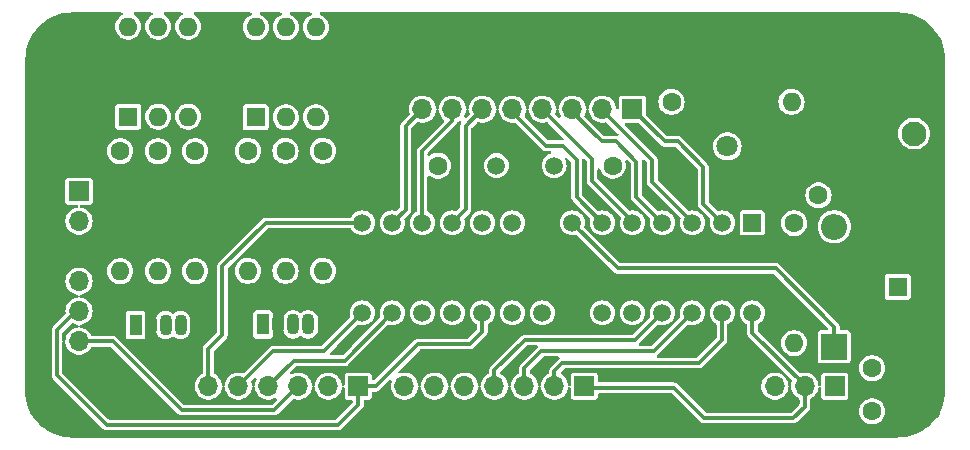
<source format=gbl>
G04 #@! TF.GenerationSoftware,KiCad,Pcbnew,8.0.3*
G04 #@! TF.CreationDate,2024-10-07T11:20:20-06:00*
G04 #@! TF.ProjectId,Atmega328p Board,41746d65-6761-4333-9238-7020426f6172,rev?*
G04 #@! TF.SameCoordinates,Original*
G04 #@! TF.FileFunction,Copper,L2,Bot*
G04 #@! TF.FilePolarity,Positive*
%FSLAX46Y46*%
G04 Gerber Fmt 4.6, Leading zero omitted, Abs format (unit mm)*
G04 Created by KiCad (PCBNEW 8.0.3) date 2024-10-07 11:20:20*
%MOMM*%
%LPD*%
G01*
G04 APERTURE LIST*
G04 #@! TA.AperFunction,ComponentPad*
%ADD10R,1.600000X1.600000*%
G04 #@! TD*
G04 #@! TA.AperFunction,ComponentPad*
%ADD11C,1.600000*%
G04 #@! TD*
G04 #@! TA.AperFunction,ComponentPad*
%ADD12O,1.600000X1.600000*%
G04 #@! TD*
G04 #@! TA.AperFunction,ComponentPad*
%ADD13R,1.508000X1.508000*%
G04 #@! TD*
G04 #@! TA.AperFunction,ComponentPad*
%ADD14C,1.508000*%
G04 #@! TD*
G04 #@! TA.AperFunction,ComponentPad*
%ADD15R,1.700000X1.700000*%
G04 #@! TD*
G04 #@! TA.AperFunction,ComponentPad*
%ADD16O,1.700000X1.700000*%
G04 #@! TD*
G04 #@! TA.AperFunction,ComponentPad*
%ADD17R,1.070000X1.800000*%
G04 #@! TD*
G04 #@! TA.AperFunction,ComponentPad*
%ADD18O,1.070000X1.800000*%
G04 #@! TD*
G04 #@! TA.AperFunction,ComponentPad*
%ADD19C,1.500000*%
G04 #@! TD*
G04 #@! TA.AperFunction,ComponentPad*
%ADD20R,1.800000X1.800000*%
G04 #@! TD*
G04 #@! TA.AperFunction,ComponentPad*
%ADD21C,1.800000*%
G04 #@! TD*
G04 #@! TA.AperFunction,ComponentPad*
%ADD22R,2.200000X2.200000*%
G04 #@! TD*
G04 #@! TA.AperFunction,ComponentPad*
%ADD23O,2.200000X2.200000*%
G04 #@! TD*
G04 #@! TA.AperFunction,ComponentPad*
%ADD24R,2.100000X2.100000*%
G04 #@! TD*
G04 #@! TA.AperFunction,ComponentPad*
%ADD25C,2.100000*%
G04 #@! TD*
G04 #@! TA.AperFunction,Conductor*
%ADD26C,0.300000*%
G04 #@! TD*
G04 APERTURE END LIST*
D10*
X213971815Y-105225534D03*
D11*
X216471815Y-105225534D03*
X148164466Y-93750534D03*
D12*
X148164466Y-103910534D03*
D13*
X201674466Y-99825534D03*
D14*
X199134466Y-99825534D03*
X196594466Y-99825534D03*
X194054466Y-99825534D03*
X191514466Y-99825534D03*
X188974466Y-99825534D03*
X186434466Y-99825534D03*
X183894466Y-99825534D03*
X181354466Y-99825534D03*
X178814466Y-99825534D03*
X176274466Y-99825534D03*
X173734466Y-99825534D03*
X171194466Y-99825534D03*
X168654466Y-99825534D03*
X168654466Y-107445534D03*
X171194466Y-107445534D03*
X173734466Y-107445534D03*
X176274466Y-107445534D03*
X178814466Y-107445534D03*
X181354466Y-107445534D03*
X183894466Y-107445534D03*
X186434466Y-107445534D03*
X188974466Y-107445534D03*
X191514466Y-107445534D03*
X194054466Y-107445534D03*
X196594466Y-107445534D03*
X199134466Y-107445534D03*
X201674466Y-107445534D03*
D11*
X205224466Y-99845534D03*
D12*
X205224466Y-110005534D03*
D15*
X191529466Y-90210534D03*
D16*
X188989466Y-90210534D03*
X186449466Y-90210534D03*
X183909466Y-90210534D03*
X181369466Y-90210534D03*
X178829466Y-90210534D03*
X176289466Y-90210534D03*
X173749466Y-90210534D03*
D17*
X149454466Y-108480534D03*
D18*
X150724466Y-108480534D03*
X151994466Y-108480534D03*
X153264466Y-108480534D03*
D11*
X165314466Y-93730534D03*
D12*
X165314466Y-103890534D03*
D10*
X148829466Y-90830534D03*
D12*
X151369466Y-90830534D03*
X153909466Y-90830534D03*
X153909466Y-83210534D03*
X151369466Y-83210534D03*
X148829466Y-83210534D03*
D11*
X194834466Y-89585534D03*
D12*
X204994466Y-89585534D03*
D19*
X180014466Y-94985534D03*
X184894466Y-94985534D03*
D20*
X199564466Y-95885534D03*
D21*
X199564466Y-93345534D03*
D10*
X159629466Y-90880534D03*
D12*
X162169466Y-90880534D03*
X164709466Y-90880534D03*
X164709466Y-83260534D03*
X162169466Y-83260534D03*
X159629466Y-83260534D03*
D15*
X144664466Y-97145534D03*
D16*
X144664466Y-99685534D03*
X144664466Y-102225534D03*
X144664466Y-104765534D03*
X144664466Y-107305534D03*
X144664466Y-109845534D03*
X201044466Y-113660534D03*
X203584466Y-113660534D03*
X206124466Y-113660534D03*
D15*
X208664466Y-113660534D03*
D11*
X207274466Y-92195534D03*
X207274466Y-97495534D03*
X162154466Y-93730534D03*
D12*
X162154466Y-103890534D03*
D11*
X211824466Y-115775534D03*
X216824466Y-115775534D03*
X154514466Y-93750534D03*
D12*
X154514466Y-103910534D03*
D17*
X160254466Y-108430534D03*
D18*
X161524466Y-108430534D03*
X162794466Y-108430534D03*
X164064466Y-108430534D03*
D11*
X175064466Y-94985534D03*
X170064466Y-94985534D03*
D15*
X187464466Y-113660534D03*
D16*
X184924466Y-113660534D03*
X182384466Y-113660534D03*
X179844466Y-113660534D03*
X177304466Y-113660534D03*
X174764466Y-113660534D03*
X172224466Y-113660534D03*
D11*
X189864466Y-94985534D03*
X194864466Y-94985534D03*
D15*
X168314466Y-113660534D03*
D16*
X165774466Y-113660534D03*
X163234466Y-113660534D03*
X160694466Y-113660534D03*
X158154466Y-113660534D03*
X155614466Y-113660534D03*
D22*
X208624466Y-110305534D03*
D23*
X208624466Y-100145534D03*
D11*
X158964466Y-93730534D03*
D12*
X158964466Y-103890534D03*
D11*
X151354466Y-93750534D03*
D12*
X151354466Y-103910534D03*
D11*
X211824466Y-112125534D03*
X216824466Y-112125534D03*
D24*
X215374466Y-97263034D03*
D25*
X215374466Y-92263034D03*
D26*
X206124466Y-115375534D02*
X206124466Y-113660534D01*
X205150000Y-116350000D02*
X206124466Y-115375534D01*
X195014466Y-113785534D02*
X197578932Y-116350000D01*
X197578932Y-116350000D02*
X205150000Y-116350000D01*
X187464466Y-113785534D02*
X195014466Y-113785534D01*
X199100000Y-107480000D02*
X199134466Y-107445534D01*
X185600000Y-111700000D02*
X197150000Y-111700000D01*
X184924466Y-112375534D02*
X185600000Y-111700000D01*
X197150000Y-111700000D02*
X199100000Y-109750000D01*
X184924466Y-113785534D02*
X184924466Y-112375534D01*
X199100000Y-109750000D02*
X199100000Y-107480000D01*
X201674466Y-109124466D02*
X201674466Y-107445534D01*
X206124466Y-113574466D02*
X201674466Y-109124466D01*
X206124466Y-113660534D02*
X206124466Y-113574466D01*
X208624466Y-110305534D02*
X208624466Y-108645534D01*
X190294466Y-103685534D02*
X186434466Y-99825534D01*
X203664466Y-103685534D02*
X190294466Y-103685534D01*
X208624466Y-108645534D02*
X203664466Y-103685534D01*
X172314466Y-91645534D02*
X172314466Y-98705534D01*
X173749466Y-90210534D02*
X172314466Y-91645534D01*
X172314466Y-98705534D02*
X171194466Y-99825534D01*
X182384466Y-112115534D02*
X182384466Y-113785534D01*
X196594466Y-107445534D02*
X193354466Y-110685534D01*
X183814466Y-110685534D02*
X182384466Y-112115534D01*
X193354466Y-110685534D02*
X183814466Y-110685534D01*
X173364466Y-110085534D02*
X177764466Y-110085534D01*
X166614466Y-116935534D02*
X168314466Y-115235534D01*
X144664466Y-107305534D02*
X144394466Y-107305534D01*
X142814466Y-112735534D02*
X147014466Y-116935534D01*
X168314466Y-113660534D02*
X169789466Y-113660534D01*
X178814466Y-109035534D02*
X178814466Y-107445534D01*
X169789466Y-113660534D02*
X173364466Y-110085534D01*
X177764466Y-110085534D02*
X178814466Y-109035534D01*
X144394466Y-107305534D02*
X142814466Y-108885534D01*
X147014466Y-116935534D02*
X166614466Y-116935534D01*
X168314466Y-115235534D02*
X168314466Y-113660534D01*
X144664466Y-107305534D02*
X145084466Y-107305534D01*
X142814466Y-108885534D02*
X142814466Y-112735534D01*
X163234466Y-113665534D02*
X163234466Y-113660534D01*
X153364466Y-115685534D02*
X161214466Y-115685534D01*
X147524466Y-109845534D02*
X153364466Y-115685534D01*
X161214466Y-115685534D02*
X163234466Y-113665534D01*
X144664466Y-109845534D02*
X147524466Y-109845534D01*
X156814466Y-109285534D02*
X155614466Y-110485534D01*
X168654466Y-99825534D02*
X160474466Y-99825534D01*
X156814466Y-103485534D02*
X156814466Y-109285534D01*
X155614466Y-110485534D02*
X155614466Y-113660534D01*
X160474466Y-99825534D02*
X156814466Y-103485534D01*
X173714466Y-99805534D02*
X173734466Y-99825534D01*
X173714466Y-93735534D02*
X173714466Y-99805534D01*
X176289466Y-90210534D02*
X176289466Y-91160534D01*
X176289466Y-91160534D02*
X173714466Y-93735534D01*
X191764466Y-109735534D02*
X182414466Y-109735534D01*
X182414466Y-109735534D02*
X179844466Y-112305534D01*
X179844466Y-112305534D02*
X179844466Y-113785534D01*
X194054466Y-107445534D02*
X191764466Y-109735534D01*
X165414466Y-110685534D02*
X161129466Y-110685534D01*
X161129466Y-110685534D02*
X158154466Y-113660534D01*
X168654466Y-107445534D02*
X165414466Y-110685534D01*
X188114466Y-94415534D02*
X188114466Y-96285534D01*
X183909466Y-90210534D02*
X188114466Y-94415534D01*
X191514466Y-99685534D02*
X191514466Y-99825534D01*
X188114466Y-96285534D02*
X191514466Y-99685534D01*
X167154466Y-111485534D02*
X162864466Y-111485534D01*
X160694466Y-113655534D02*
X160694466Y-113660534D01*
X162864466Y-111485534D02*
X160694466Y-113655534D01*
X171194466Y-107445534D02*
X167154466Y-111485534D01*
X194254466Y-92935534D02*
X195364466Y-92935534D01*
X191529466Y-90210534D02*
X194254466Y-92935534D01*
X197514466Y-98205534D02*
X199134466Y-99825534D01*
X195364466Y-92935534D02*
X197514466Y-95085534D01*
X197514466Y-95085534D02*
X197514466Y-98205534D01*
X201674466Y-107445534D02*
X201354466Y-107445534D01*
X193214466Y-94535534D02*
X193214466Y-96335534D01*
X188989466Y-90210534D02*
X188989466Y-90310534D01*
X196594466Y-99715534D02*
X196594466Y-99825534D01*
X188989466Y-90310534D02*
X193214466Y-94535534D01*
X193214466Y-96335534D02*
X196594466Y-99715534D01*
X191864466Y-94635534D02*
X191864466Y-97635534D01*
X186449466Y-90470534D02*
X188914466Y-92935534D01*
X186449466Y-90210534D02*
X186449466Y-90470534D01*
X191864466Y-97635534D02*
X194054466Y-99825534D01*
X190164466Y-92935534D02*
X191864466Y-94635534D01*
X188914466Y-92935534D02*
X190164466Y-92935534D01*
X177414466Y-91625534D02*
X177414466Y-98685534D01*
X177414466Y-98685534D02*
X176274466Y-99825534D01*
X178829466Y-90210534D02*
X177414466Y-91625534D01*
X181369466Y-90210534D02*
X181369466Y-90440534D01*
X184214466Y-93285534D02*
X185614466Y-93285534D01*
X181369466Y-90440534D02*
X184214466Y-93285534D01*
X186814466Y-94485534D02*
X186814466Y-97665534D01*
X185614466Y-93285534D02*
X186814466Y-94485534D01*
X186814466Y-97665534D02*
X188974466Y-99825534D01*
G04 #@! TA.AperFunction,Conductor*
G36*
X148325281Y-82019685D02*
G01*
X148371036Y-82072489D01*
X148380980Y-82141647D01*
X148351955Y-82205203D01*
X148323519Y-82229427D01*
X148163426Y-82328551D01*
X148163424Y-82328553D01*
X148012703Y-82465952D01*
X147889793Y-82628712D01*
X147798888Y-82811273D01*
X147798883Y-82811286D01*
X147743068Y-83007451D01*
X147724251Y-83210533D01*
X147724251Y-83210534D01*
X147743068Y-83413616D01*
X147798883Y-83609781D01*
X147798888Y-83609794D01*
X147889793Y-83792355D01*
X148012703Y-83955115D01*
X148163424Y-84092514D01*
X148163426Y-84092516D01*
X148262607Y-84153926D01*
X148336829Y-84199882D01*
X148527010Y-84273558D01*
X148727490Y-84311034D01*
X148727492Y-84311034D01*
X148931440Y-84311034D01*
X148931442Y-84311034D01*
X149131922Y-84273558D01*
X149322103Y-84199882D01*
X149495507Y-84092515D01*
X149646230Y-83955113D01*
X149769139Y-83792355D01*
X149860048Y-83609784D01*
X149915863Y-83413617D01*
X149934681Y-83210534D01*
X149915863Y-83007451D01*
X149860048Y-82811284D01*
X149769139Y-82628713D01*
X149649072Y-82469718D01*
X149646228Y-82465952D01*
X149495507Y-82328553D01*
X149495505Y-82328551D01*
X149335413Y-82229427D01*
X149288777Y-82177399D01*
X149277673Y-82108418D01*
X149305626Y-82044383D01*
X149363761Y-82005627D01*
X149400690Y-82000000D01*
X150798242Y-82000000D01*
X150865281Y-82019685D01*
X150911036Y-82072489D01*
X150920980Y-82141647D01*
X150891955Y-82205203D01*
X150863519Y-82229427D01*
X150703426Y-82328551D01*
X150703424Y-82328553D01*
X150552703Y-82465952D01*
X150429793Y-82628712D01*
X150338888Y-82811273D01*
X150338883Y-82811286D01*
X150283068Y-83007451D01*
X150264251Y-83210533D01*
X150264251Y-83210534D01*
X150283068Y-83413616D01*
X150338883Y-83609781D01*
X150338888Y-83609794D01*
X150429793Y-83792355D01*
X150552703Y-83955115D01*
X150703424Y-84092514D01*
X150703426Y-84092516D01*
X150802607Y-84153926D01*
X150876829Y-84199882D01*
X151067010Y-84273558D01*
X151267490Y-84311034D01*
X151267492Y-84311034D01*
X151471440Y-84311034D01*
X151471442Y-84311034D01*
X151671922Y-84273558D01*
X151862103Y-84199882D01*
X152035507Y-84092515D01*
X152186230Y-83955113D01*
X152309139Y-83792355D01*
X152400048Y-83609784D01*
X152455863Y-83413617D01*
X152474681Y-83210534D01*
X152455863Y-83007451D01*
X152400048Y-82811284D01*
X152309139Y-82628713D01*
X152189072Y-82469718D01*
X152186228Y-82465952D01*
X152035507Y-82328553D01*
X152035505Y-82328551D01*
X151875413Y-82229427D01*
X151828777Y-82177399D01*
X151817673Y-82108418D01*
X151845626Y-82044383D01*
X151903761Y-82005627D01*
X151940690Y-82000000D01*
X153338242Y-82000000D01*
X153405281Y-82019685D01*
X153451036Y-82072489D01*
X153460980Y-82141647D01*
X153431955Y-82205203D01*
X153403519Y-82229427D01*
X153243426Y-82328551D01*
X153243424Y-82328553D01*
X153092703Y-82465952D01*
X152969793Y-82628712D01*
X152878888Y-82811273D01*
X152878883Y-82811286D01*
X152823068Y-83007451D01*
X152804251Y-83210533D01*
X152804251Y-83210534D01*
X152823068Y-83413616D01*
X152878883Y-83609781D01*
X152878888Y-83609794D01*
X152969793Y-83792355D01*
X153092703Y-83955115D01*
X153243424Y-84092514D01*
X153243426Y-84092516D01*
X153342607Y-84153926D01*
X153416829Y-84199882D01*
X153607010Y-84273558D01*
X153807490Y-84311034D01*
X153807492Y-84311034D01*
X154011440Y-84311034D01*
X154011442Y-84311034D01*
X154211922Y-84273558D01*
X154402103Y-84199882D01*
X154575507Y-84092515D01*
X154726230Y-83955113D01*
X154849139Y-83792355D01*
X154940048Y-83609784D01*
X154995863Y-83413617D01*
X155014681Y-83210534D01*
X154995863Y-83007451D01*
X154940048Y-82811284D01*
X154849139Y-82628713D01*
X154729072Y-82469718D01*
X154726228Y-82465952D01*
X154575507Y-82328553D01*
X154575505Y-82328551D01*
X154415413Y-82229427D01*
X154368777Y-82177399D01*
X154357673Y-82108418D01*
X154385626Y-82044383D01*
X154443761Y-82005627D01*
X154480690Y-82000000D01*
X159173499Y-82000000D01*
X159240538Y-82019685D01*
X159286293Y-82072489D01*
X159296237Y-82141647D01*
X159267212Y-82205203D01*
X159218293Y-82239627D01*
X159136830Y-82271185D01*
X159136823Y-82271189D01*
X158963426Y-82378551D01*
X158963424Y-82378553D01*
X158812703Y-82515952D01*
X158689793Y-82678712D01*
X158598888Y-82861273D01*
X158598883Y-82861286D01*
X158543068Y-83057451D01*
X158524251Y-83260533D01*
X158524251Y-83260534D01*
X158543068Y-83463616D01*
X158598883Y-83659781D01*
X158598888Y-83659794D01*
X158689793Y-83842355D01*
X158812703Y-84005115D01*
X158963424Y-84142514D01*
X158963426Y-84142516D01*
X159056070Y-84199878D01*
X159136829Y-84249882D01*
X159327010Y-84323558D01*
X159527490Y-84361034D01*
X159527492Y-84361034D01*
X159731440Y-84361034D01*
X159731442Y-84361034D01*
X159931922Y-84323558D01*
X160122103Y-84249882D01*
X160295507Y-84142515D01*
X160446230Y-84005113D01*
X160569139Y-83842355D01*
X160660048Y-83659784D01*
X160715863Y-83463617D01*
X160734681Y-83260534D01*
X160715863Y-83057451D01*
X160660048Y-82861284D01*
X160569139Y-82678713D01*
X160446230Y-82515955D01*
X160446228Y-82515952D01*
X160295507Y-82378553D01*
X160295505Y-82378551D01*
X160122108Y-82271189D01*
X160122101Y-82271185D01*
X160040639Y-82239627D01*
X159985237Y-82197054D01*
X159961647Y-82131287D01*
X159977358Y-82063207D01*
X160027382Y-82014428D01*
X160085433Y-82000000D01*
X161713499Y-82000000D01*
X161780538Y-82019685D01*
X161826293Y-82072489D01*
X161836237Y-82141647D01*
X161807212Y-82205203D01*
X161758293Y-82239627D01*
X161676830Y-82271185D01*
X161676823Y-82271189D01*
X161503426Y-82378551D01*
X161503424Y-82378553D01*
X161352703Y-82515952D01*
X161229793Y-82678712D01*
X161138888Y-82861273D01*
X161138883Y-82861286D01*
X161083068Y-83057451D01*
X161064251Y-83260533D01*
X161064251Y-83260534D01*
X161083068Y-83463616D01*
X161138883Y-83659781D01*
X161138888Y-83659794D01*
X161229793Y-83842355D01*
X161352703Y-84005115D01*
X161503424Y-84142514D01*
X161503426Y-84142516D01*
X161596070Y-84199878D01*
X161676829Y-84249882D01*
X161867010Y-84323558D01*
X162067490Y-84361034D01*
X162067492Y-84361034D01*
X162271440Y-84361034D01*
X162271442Y-84361034D01*
X162471922Y-84323558D01*
X162662103Y-84249882D01*
X162835507Y-84142515D01*
X162986230Y-84005113D01*
X163109139Y-83842355D01*
X163200048Y-83659784D01*
X163255863Y-83463617D01*
X163274681Y-83260534D01*
X163255863Y-83057451D01*
X163200048Y-82861284D01*
X163109139Y-82678713D01*
X162986230Y-82515955D01*
X162986228Y-82515952D01*
X162835507Y-82378553D01*
X162835505Y-82378551D01*
X162662108Y-82271189D01*
X162662101Y-82271185D01*
X162580639Y-82239627D01*
X162525237Y-82197054D01*
X162501647Y-82131287D01*
X162517358Y-82063207D01*
X162567382Y-82014428D01*
X162625433Y-82000000D01*
X164253499Y-82000000D01*
X164320538Y-82019685D01*
X164366293Y-82072489D01*
X164376237Y-82141647D01*
X164347212Y-82205203D01*
X164298293Y-82239627D01*
X164216830Y-82271185D01*
X164216823Y-82271189D01*
X164043426Y-82378551D01*
X164043424Y-82378553D01*
X163892703Y-82515952D01*
X163769793Y-82678712D01*
X163678888Y-82861273D01*
X163678883Y-82861286D01*
X163623068Y-83057451D01*
X163604251Y-83260533D01*
X163604251Y-83260534D01*
X163623068Y-83463616D01*
X163678883Y-83659781D01*
X163678888Y-83659794D01*
X163769793Y-83842355D01*
X163892703Y-84005115D01*
X164043424Y-84142514D01*
X164043426Y-84142516D01*
X164136070Y-84199878D01*
X164216829Y-84249882D01*
X164407010Y-84323558D01*
X164607490Y-84361034D01*
X164607492Y-84361034D01*
X164811440Y-84361034D01*
X164811442Y-84361034D01*
X165011922Y-84323558D01*
X165202103Y-84249882D01*
X165375507Y-84142515D01*
X165526230Y-84005113D01*
X165649139Y-83842355D01*
X165740048Y-83659784D01*
X165795863Y-83463617D01*
X165814681Y-83260534D01*
X165795863Y-83057451D01*
X165740048Y-82861284D01*
X165649139Y-82678713D01*
X165526230Y-82515955D01*
X165526228Y-82515952D01*
X165375507Y-82378553D01*
X165375505Y-82378551D01*
X165202108Y-82271189D01*
X165202101Y-82271185D01*
X165120639Y-82239627D01*
X165065237Y-82197054D01*
X165041647Y-82131287D01*
X165057358Y-82063207D01*
X165107382Y-82014428D01*
X165165433Y-82000000D01*
X213996949Y-82000000D01*
X214003032Y-82000148D01*
X214385987Y-82018962D01*
X214398096Y-82020155D01*
X214774334Y-82075965D01*
X214786268Y-82078339D01*
X214906351Y-82108418D01*
X215155248Y-82170763D01*
X215166865Y-82174288D01*
X215524996Y-82302429D01*
X215536225Y-82307079D01*
X215880097Y-82469718D01*
X215890805Y-82475442D01*
X216215134Y-82669838D01*
X216217051Y-82670987D01*
X216227166Y-82677745D01*
X216474643Y-82861286D01*
X216532684Y-82904332D01*
X216542090Y-82912052D01*
X216823920Y-83167488D01*
X216832511Y-83176079D01*
X216909056Y-83260533D01*
X217087947Y-83457909D01*
X217095667Y-83467315D01*
X217322252Y-83772830D01*
X217329012Y-83782948D01*
X217514560Y-84092516D01*
X217524550Y-84109182D01*
X217530287Y-84119914D01*
X217692917Y-84463767D01*
X217697573Y-84475010D01*
X217825706Y-84833117D01*
X217829239Y-84844762D01*
X217921660Y-85213731D01*
X217924034Y-85225665D01*
X217979844Y-85601903D01*
X217981037Y-85614013D01*
X217999851Y-85996966D01*
X218000000Y-86003051D01*
X218000000Y-113996948D01*
X217999851Y-114003033D01*
X217981037Y-114385986D01*
X217979844Y-114398096D01*
X217924034Y-114774334D01*
X217921660Y-114786268D01*
X217829239Y-115155237D01*
X217825706Y-115166882D01*
X217697573Y-115524989D01*
X217692917Y-115536232D01*
X217530287Y-115880085D01*
X217524550Y-115890817D01*
X217329012Y-116217051D01*
X217322252Y-116227169D01*
X217095667Y-116532684D01*
X217087947Y-116542090D01*
X216832518Y-116823913D01*
X216823913Y-116832518D01*
X216542090Y-117087947D01*
X216532684Y-117095667D01*
X216227169Y-117322252D01*
X216217051Y-117329012D01*
X215890817Y-117524550D01*
X215880085Y-117530287D01*
X215536232Y-117692917D01*
X215524989Y-117697573D01*
X215166882Y-117825706D01*
X215155237Y-117829239D01*
X214786268Y-117921660D01*
X214774334Y-117924034D01*
X214398096Y-117979844D01*
X214385986Y-117981037D01*
X214024613Y-117998790D01*
X214003031Y-117999851D01*
X213996949Y-118000000D01*
X144087530Y-118000000D01*
X144081440Y-117999850D01*
X143698174Y-117981004D01*
X143686054Y-117979810D01*
X143309474Y-117923900D01*
X143297528Y-117921521D01*
X142928274Y-117828942D01*
X142916620Y-117825404D01*
X142558214Y-117697041D01*
X142546964Y-117692376D01*
X142202881Y-117529473D01*
X142192146Y-117523729D01*
X141911495Y-117355332D01*
X141865709Y-117327859D01*
X141855585Y-117321087D01*
X141549936Y-117094134D01*
X141540526Y-117086402D01*
X141399570Y-116958480D01*
X141258610Y-116830554D01*
X141250009Y-116821940D01*
X140994563Y-116539680D01*
X140986843Y-116530260D01*
X140760308Y-116224286D01*
X140753551Y-116214153D01*
X140558140Y-115887456D01*
X140552408Y-115876709D01*
X140389982Y-115532396D01*
X140385333Y-115521139D01*
X140345496Y-115409422D01*
X140257463Y-115162541D01*
X140253949Y-115150909D01*
X140161878Y-114781503D01*
X140159520Y-114769576D01*
X140104131Y-114392916D01*
X140102954Y-114380795D01*
X140084639Y-113997475D01*
X140084499Y-113991393D01*
X140084825Y-113756582D01*
X140091673Y-108826225D01*
X142363966Y-108826225D01*
X142363966Y-112794845D01*
X142372323Y-112826031D01*
X142372323Y-112826034D01*
X142372324Y-112826034D01*
X142394667Y-112909421D01*
X142453977Y-113012148D01*
X146737852Y-117296023D01*
X146840579Y-117355333D01*
X146864787Y-117361818D01*
X146864790Y-117361820D01*
X146864791Y-117361820D01*
X146894913Y-117369891D01*
X146955157Y-117386034D01*
X146955159Y-117386034D01*
X166673774Y-117386034D01*
X166673775Y-117386034D01*
X166764139Y-117361820D01*
X166788353Y-117355333D01*
X166891080Y-117296023D01*
X168674955Y-115512148D01*
X168734265Y-115409421D01*
X168743144Y-115376284D01*
X168764966Y-115294843D01*
X168764966Y-114935033D01*
X168784651Y-114867994D01*
X168837455Y-114822239D01*
X168888966Y-114811033D01*
X169209322Y-114811033D01*
X169209330Y-114811033D01*
X169209345Y-114811031D01*
X169209348Y-114811031D01*
X169234453Y-114808120D01*
X169234454Y-114808119D01*
X169234457Y-114808119D01*
X169337231Y-114762740D01*
X169416672Y-114683299D01*
X169462051Y-114580525D01*
X169464966Y-114555399D01*
X169464966Y-114235034D01*
X169484651Y-114167995D01*
X169537455Y-114122240D01*
X169588966Y-114111034D01*
X169848773Y-114111034D01*
X169848775Y-114111034D01*
X169944692Y-114085333D01*
X169963353Y-114080333D01*
X170066080Y-114021023D01*
X170929991Y-113157111D01*
X170991312Y-113123628D01*
X171061003Y-113128612D01*
X171116937Y-113170484D01*
X171141354Y-113235948D01*
X171136936Y-113278729D01*
X171088711Y-113448221D01*
X171088710Y-113448224D01*
X171069037Y-113660534D01*
X171088710Y-113872844D01*
X171130870Y-114021020D01*
X171147062Y-114077926D01*
X171147062Y-114077928D01*
X171242098Y-114268787D01*
X171339749Y-114398096D01*
X171370594Y-114438941D01*
X171528164Y-114582586D01*
X171709447Y-114694832D01*
X171908268Y-114771855D01*
X172117856Y-114811034D01*
X172117858Y-114811034D01*
X172331074Y-114811034D01*
X172331076Y-114811034D01*
X172540664Y-114771855D01*
X172739485Y-114694832D01*
X172920768Y-114582586D01*
X173078338Y-114438941D01*
X173206832Y-114268789D01*
X173285384Y-114111034D01*
X173301869Y-114077928D01*
X173301869Y-114077927D01*
X173301871Y-114077923D01*
X173360222Y-113872844D01*
X173370995Y-113756581D01*
X173396781Y-113691645D01*
X173439088Y-113661338D01*
X173547596Y-113661338D01*
X173583969Y-113682202D01*
X173616159Y-113744215D01*
X173617936Y-113756581D01*
X173628710Y-113872844D01*
X173670870Y-114021020D01*
X173687062Y-114077926D01*
X173687062Y-114077928D01*
X173782098Y-114268787D01*
X173879749Y-114398096D01*
X173910594Y-114438941D01*
X174068164Y-114582586D01*
X174249447Y-114694832D01*
X174448268Y-114771855D01*
X174657856Y-114811034D01*
X174657858Y-114811034D01*
X174871074Y-114811034D01*
X174871076Y-114811034D01*
X175080664Y-114771855D01*
X175279485Y-114694832D01*
X175460768Y-114582586D01*
X175618338Y-114438941D01*
X175746832Y-114268789D01*
X175825384Y-114111034D01*
X175841869Y-114077928D01*
X175841869Y-114077927D01*
X175841871Y-114077923D01*
X175900222Y-113872844D01*
X175910995Y-113756581D01*
X175936781Y-113691645D01*
X175979088Y-113661338D01*
X176087596Y-113661338D01*
X176123969Y-113682202D01*
X176156159Y-113744215D01*
X176157936Y-113756581D01*
X176168710Y-113872844D01*
X176210870Y-114021020D01*
X176227062Y-114077926D01*
X176227062Y-114077928D01*
X176322098Y-114268787D01*
X176419749Y-114398096D01*
X176450594Y-114438941D01*
X176608164Y-114582586D01*
X176789447Y-114694832D01*
X176988268Y-114771855D01*
X177197856Y-114811034D01*
X177197858Y-114811034D01*
X177411074Y-114811034D01*
X177411076Y-114811034D01*
X177620664Y-114771855D01*
X177819485Y-114694832D01*
X178000768Y-114582586D01*
X178158338Y-114438941D01*
X178286832Y-114268789D01*
X178365384Y-114111034D01*
X178381869Y-114077928D01*
X178381869Y-114077927D01*
X178381871Y-114077923D01*
X178440222Y-113872844D01*
X178450995Y-113756581D01*
X178476781Y-113691645D01*
X178519088Y-113661338D01*
X178627596Y-113661338D01*
X178663969Y-113682202D01*
X178696159Y-113744215D01*
X178697936Y-113756581D01*
X178708710Y-113872844D01*
X178750870Y-114021020D01*
X178767062Y-114077926D01*
X178767062Y-114077928D01*
X178862098Y-114268787D01*
X178959749Y-114398096D01*
X178990594Y-114438941D01*
X179148164Y-114582586D01*
X179329447Y-114694832D01*
X179528268Y-114771855D01*
X179737856Y-114811034D01*
X179737858Y-114811034D01*
X179951074Y-114811034D01*
X179951076Y-114811034D01*
X180160664Y-114771855D01*
X180359485Y-114694832D01*
X180540768Y-114582586D01*
X180698338Y-114438941D01*
X180826832Y-114268789D01*
X180905384Y-114111034D01*
X180921869Y-114077928D01*
X180921869Y-114077927D01*
X180921871Y-114077923D01*
X180980222Y-113872844D01*
X180990995Y-113756581D01*
X181016781Y-113691645D01*
X181061335Y-113659728D01*
X181024963Y-113638865D01*
X180992773Y-113576852D01*
X180990995Y-113564485D01*
X180985435Y-113504485D01*
X180980222Y-113448224D01*
X180921871Y-113243145D01*
X180921869Y-113243140D01*
X180921869Y-113243139D01*
X180826833Y-113052280D01*
X180698338Y-112882127D01*
X180540768Y-112738482D01*
X180490496Y-112707355D01*
X180369918Y-112632695D01*
X180323283Y-112580666D01*
X180312179Y-112511685D01*
X180340133Y-112447651D01*
X180347503Y-112439599D01*
X182564751Y-110222353D01*
X182626074Y-110188868D01*
X182652432Y-110186034D01*
X183377501Y-110186034D01*
X183444540Y-110205719D01*
X183490295Y-110258523D01*
X183500239Y-110327681D01*
X183471214Y-110391237D01*
X183465182Y-110397715D01*
X182023979Y-111838917D01*
X182023975Y-111838923D01*
X181964667Y-111941646D01*
X181964666Y-111941651D01*
X181933966Y-112056225D01*
X181933966Y-112517331D01*
X181914281Y-112584370D01*
X181873120Y-112621278D01*
X181874321Y-112623218D01*
X181688165Y-112738481D01*
X181530593Y-112882127D01*
X181402098Y-113052280D01*
X181307062Y-113243139D01*
X181307062Y-113243141D01*
X181248710Y-113448223D01*
X181237937Y-113564485D01*
X181212151Y-113629422D01*
X181167596Y-113661338D01*
X181203969Y-113682202D01*
X181236159Y-113744215D01*
X181237936Y-113756581D01*
X181248710Y-113872844D01*
X181290870Y-114021020D01*
X181307062Y-114077926D01*
X181307062Y-114077928D01*
X181402098Y-114268787D01*
X181499749Y-114398096D01*
X181530594Y-114438941D01*
X181688164Y-114582586D01*
X181869447Y-114694832D01*
X182068268Y-114771855D01*
X182277856Y-114811034D01*
X182277858Y-114811034D01*
X182491074Y-114811034D01*
X182491076Y-114811034D01*
X182700664Y-114771855D01*
X182899485Y-114694832D01*
X183080768Y-114582586D01*
X183238338Y-114438941D01*
X183366832Y-114268789D01*
X183445384Y-114111034D01*
X183461869Y-114077928D01*
X183461869Y-114077927D01*
X183461871Y-114077923D01*
X183520222Y-113872844D01*
X183530995Y-113756581D01*
X183556781Y-113691645D01*
X183601335Y-113659728D01*
X183564963Y-113638865D01*
X183532773Y-113576852D01*
X183530995Y-113564485D01*
X183525435Y-113504485D01*
X183520222Y-113448224D01*
X183461871Y-113243145D01*
X183461869Y-113243140D01*
X183461869Y-113243139D01*
X183366833Y-113052280D01*
X183238338Y-112882127D01*
X183080768Y-112738482D01*
X182949183Y-112657008D01*
X182894611Y-112623218D01*
X182895907Y-112621123D01*
X182852435Y-112580791D01*
X182834966Y-112517331D01*
X182834966Y-112353499D01*
X182854651Y-112286460D01*
X182871285Y-112265818D01*
X183964750Y-111172353D01*
X184026073Y-111138868D01*
X184052431Y-111136034D01*
X185227501Y-111136034D01*
X185294540Y-111155719D01*
X185340295Y-111208523D01*
X185350239Y-111277681D01*
X185321214Y-111341237D01*
X185315182Y-111347715D01*
X184563979Y-112098917D01*
X184563975Y-112098923D01*
X184504667Y-112201646D01*
X184504666Y-112201651D01*
X184473966Y-112316225D01*
X184473966Y-112517331D01*
X184454281Y-112584370D01*
X184413120Y-112621278D01*
X184414321Y-112623218D01*
X184228165Y-112738481D01*
X184070593Y-112882127D01*
X183942098Y-113052280D01*
X183847062Y-113243139D01*
X183847062Y-113243141D01*
X183788710Y-113448223D01*
X183777937Y-113564485D01*
X183752151Y-113629422D01*
X183707596Y-113661338D01*
X183743969Y-113682202D01*
X183776159Y-113744215D01*
X183777936Y-113756581D01*
X183788710Y-113872844D01*
X183830870Y-114021020D01*
X183847062Y-114077926D01*
X183847062Y-114077928D01*
X183942098Y-114268787D01*
X184039749Y-114398096D01*
X184070594Y-114438941D01*
X184228164Y-114582586D01*
X184409447Y-114694832D01*
X184608268Y-114771855D01*
X184817856Y-114811034D01*
X184817858Y-114811034D01*
X185031074Y-114811034D01*
X185031076Y-114811034D01*
X185240664Y-114771855D01*
X185439485Y-114694832D01*
X185620768Y-114582586D01*
X185778338Y-114438941D01*
X185906832Y-114268789D01*
X185985384Y-114111034D01*
X186001869Y-114077928D01*
X186001869Y-114077927D01*
X186001871Y-114077923D01*
X186060222Y-113872844D01*
X186066495Y-113805139D01*
X186092280Y-113740203D01*
X186149080Y-113699515D01*
X186218861Y-113695995D01*
X186279468Y-113730759D01*
X186311659Y-113792772D01*
X186313966Y-113816581D01*
X186313966Y-114555390D01*
X186313968Y-114555416D01*
X186316879Y-114580521D01*
X186316881Y-114580525D01*
X186362259Y-114683298D01*
X186362260Y-114683299D01*
X186441701Y-114762740D01*
X186544475Y-114808119D01*
X186569601Y-114811034D01*
X188359330Y-114811033D01*
X188359345Y-114811031D01*
X188359348Y-114811031D01*
X188384453Y-114808120D01*
X188384454Y-114808119D01*
X188384457Y-114808119D01*
X188487231Y-114762740D01*
X188566672Y-114683299D01*
X188612051Y-114580525D01*
X188614966Y-114555399D01*
X188614966Y-114360034D01*
X188634651Y-114292995D01*
X188687455Y-114247240D01*
X188738966Y-114236034D01*
X194776501Y-114236034D01*
X194843540Y-114255719D01*
X194864181Y-114272352D01*
X197302318Y-116710490D01*
X197405046Y-116769799D01*
X197519623Y-116800500D01*
X197519626Y-116800500D01*
X205209308Y-116800500D01*
X205209309Y-116800500D01*
X205299673Y-116776286D01*
X205323887Y-116769799D01*
X205426614Y-116710489D01*
X206361570Y-115775533D01*
X210719251Y-115775533D01*
X210719251Y-115775534D01*
X210738068Y-115978616D01*
X210793883Y-116174781D01*
X210793888Y-116174794D01*
X210884793Y-116357355D01*
X211007703Y-116520115D01*
X211158424Y-116657514D01*
X211158426Y-116657516D01*
X211243981Y-116710489D01*
X211331829Y-116764882D01*
X211522010Y-116838558D01*
X211722490Y-116876034D01*
X211722492Y-116876034D01*
X211926440Y-116876034D01*
X211926442Y-116876034D01*
X212126922Y-116838558D01*
X212317103Y-116764882D01*
X212490507Y-116657515D01*
X212641230Y-116520113D01*
X212764139Y-116357355D01*
X212855048Y-116174784D01*
X212910863Y-115978617D01*
X212929681Y-115775534D01*
X212918247Y-115652144D01*
X212910863Y-115572451D01*
X212893564Y-115511651D01*
X212855048Y-115376284D01*
X212764139Y-115193713D01*
X212641230Y-115030955D01*
X212641228Y-115030952D01*
X212490507Y-114893553D01*
X212490505Y-114893551D01*
X212317108Y-114786189D01*
X212317101Y-114786185D01*
X212172846Y-114730301D01*
X212126922Y-114712510D01*
X211926442Y-114675034D01*
X211722490Y-114675034D01*
X211522010Y-114712510D01*
X211522007Y-114712510D01*
X211522007Y-114712511D01*
X211331830Y-114786185D01*
X211331823Y-114786189D01*
X211158426Y-114893551D01*
X211158424Y-114893553D01*
X211007703Y-115030952D01*
X210884793Y-115193712D01*
X210793888Y-115376273D01*
X210793883Y-115376286D01*
X210738068Y-115572451D01*
X210719251Y-115775533D01*
X206361570Y-115775533D01*
X206484955Y-115652148D01*
X206544265Y-115549421D01*
X206554386Y-115511647D01*
X206574966Y-115434843D01*
X206574966Y-114803736D01*
X206594651Y-114736697D01*
X206635817Y-114699799D01*
X206634610Y-114697850D01*
X206639482Y-114694832D01*
X206639485Y-114694832D01*
X206820768Y-114582586D01*
X206978338Y-114438941D01*
X207106832Y-114268789D01*
X207185384Y-114111034D01*
X207201869Y-114077928D01*
X207201869Y-114077927D01*
X207201871Y-114077923D01*
X207260222Y-113872844D01*
X207266495Y-113805139D01*
X207292280Y-113740203D01*
X207349080Y-113699515D01*
X207418861Y-113695995D01*
X207479468Y-113730759D01*
X207511659Y-113792772D01*
X207513966Y-113816581D01*
X207513966Y-114555390D01*
X207513968Y-114555416D01*
X207516879Y-114580521D01*
X207516881Y-114580525D01*
X207562259Y-114683298D01*
X207562260Y-114683299D01*
X207641701Y-114762740D01*
X207744475Y-114808119D01*
X207769601Y-114811034D01*
X209559330Y-114811033D01*
X209559345Y-114811031D01*
X209559348Y-114811031D01*
X209584453Y-114808120D01*
X209584454Y-114808119D01*
X209584457Y-114808119D01*
X209687231Y-114762740D01*
X209766672Y-114683299D01*
X209812051Y-114580525D01*
X209814966Y-114555399D01*
X209814965Y-112765670D01*
X209814963Y-112765651D01*
X209812052Y-112740546D01*
X209812051Y-112740544D01*
X209812051Y-112740543D01*
X209766672Y-112637769D01*
X209687231Y-112558328D01*
X209666590Y-112549214D01*
X209584458Y-112512949D01*
X209559331Y-112510034D01*
X207769609Y-112510034D01*
X207769583Y-112510036D01*
X207744478Y-112512947D01*
X207744474Y-112512949D01*
X207641701Y-112558327D01*
X207562260Y-112637768D01*
X207516881Y-112740540D01*
X207516881Y-112740542D01*
X207513966Y-112765665D01*
X207513966Y-113504485D01*
X207494281Y-113571524D01*
X207441477Y-113617279D01*
X207372319Y-113627223D01*
X207308763Y-113598198D01*
X207270989Y-113539420D01*
X207266495Y-113515925D01*
X207260222Y-113448223D01*
X207222415Y-113315349D01*
X207201871Y-113243145D01*
X207201869Y-113243140D01*
X207201869Y-113243139D01*
X207106833Y-113052280D01*
X206978338Y-112882127D01*
X206820768Y-112738482D01*
X206639485Y-112626236D01*
X206639483Y-112626235D01*
X206521854Y-112580666D01*
X206440664Y-112549213D01*
X206231076Y-112510034D01*
X206017856Y-112510034D01*
X205811895Y-112548534D01*
X205742381Y-112541504D01*
X205701430Y-112514327D01*
X205312637Y-112125534D01*
X210719251Y-112125534D01*
X210719818Y-112131648D01*
X210738068Y-112328616D01*
X210793883Y-112524781D01*
X210793888Y-112524794D01*
X210884793Y-112707355D01*
X211007703Y-112870115D01*
X211158424Y-113007514D01*
X211158426Y-113007516D01*
X211205520Y-113036675D01*
X211331829Y-113114882D01*
X211522010Y-113188558D01*
X211722490Y-113226034D01*
X211722492Y-113226034D01*
X211926440Y-113226034D01*
X211926442Y-113226034D01*
X212126922Y-113188558D01*
X212317103Y-113114882D01*
X212490507Y-113007515D01*
X212641230Y-112870113D01*
X212764139Y-112707355D01*
X212855048Y-112524784D01*
X212910863Y-112328617D01*
X212929681Y-112125534D01*
X212910863Y-111922451D01*
X212855048Y-111726284D01*
X212844964Y-111706033D01*
X212810738Y-111637298D01*
X212764139Y-111543713D01*
X212705170Y-111465625D01*
X212641228Y-111380952D01*
X212490507Y-111243553D01*
X212490505Y-111243551D01*
X212317108Y-111136189D01*
X212317101Y-111136185D01*
X212222012Y-111099348D01*
X212126922Y-111062510D01*
X211926442Y-111025034D01*
X211722490Y-111025034D01*
X211522010Y-111062510D01*
X211522007Y-111062510D01*
X211522007Y-111062511D01*
X211331830Y-111136185D01*
X211331823Y-111136189D01*
X211158426Y-111243551D01*
X211158424Y-111243553D01*
X211007703Y-111380952D01*
X210884793Y-111543712D01*
X210793888Y-111726273D01*
X210793883Y-111726286D01*
X210738068Y-111922451D01*
X210728203Y-112028920D01*
X210719251Y-112125534D01*
X205312637Y-112125534D01*
X203192636Y-110005533D01*
X204119251Y-110005533D01*
X204119251Y-110005534D01*
X204138068Y-110208616D01*
X204193883Y-110404781D01*
X204193888Y-110404794D01*
X204284793Y-110587355D01*
X204407703Y-110750115D01*
X204558424Y-110887514D01*
X204558426Y-110887516D01*
X204657607Y-110948926D01*
X204731829Y-110994882D01*
X204922010Y-111068558D01*
X205122490Y-111106034D01*
X205122492Y-111106034D01*
X205326440Y-111106034D01*
X205326442Y-111106034D01*
X205526922Y-111068558D01*
X205717103Y-110994882D01*
X205890507Y-110887515D01*
X206041230Y-110750113D01*
X206164139Y-110587355D01*
X206255048Y-110404784D01*
X206310863Y-110208617D01*
X206329681Y-110005534D01*
X206322115Y-109923887D01*
X206310863Y-109802451D01*
X206288839Y-109725045D01*
X206255048Y-109606284D01*
X206251385Y-109598928D01*
X206199392Y-109494511D01*
X206164139Y-109423713D01*
X206059414Y-109285034D01*
X206041228Y-109260952D01*
X205890507Y-109123553D01*
X205890505Y-109123551D01*
X205717108Y-109016189D01*
X205717101Y-109016185D01*
X205608677Y-108974182D01*
X205526922Y-108942510D01*
X205326442Y-108905034D01*
X205122490Y-108905034D01*
X204922010Y-108942510D01*
X204922007Y-108942510D01*
X204922007Y-108942511D01*
X204731830Y-109016185D01*
X204731823Y-109016189D01*
X204558426Y-109123551D01*
X204558424Y-109123553D01*
X204407703Y-109260952D01*
X204284793Y-109423712D01*
X204193888Y-109606273D01*
X204193883Y-109606286D01*
X204138068Y-109802451D01*
X204119251Y-110005533D01*
X203192636Y-110005533D01*
X202161285Y-108974182D01*
X202127800Y-108912859D01*
X202124966Y-108886501D01*
X202124966Y-108474743D01*
X202144651Y-108407704D01*
X202190511Y-108365386D01*
X202263149Y-108326561D01*
X202423718Y-108194786D01*
X202555493Y-108034217D01*
X202653411Y-107851026D01*
X202713708Y-107652252D01*
X202734068Y-107445534D01*
X202713708Y-107238816D01*
X202653411Y-107040042D01*
X202653409Y-107040039D01*
X202653409Y-107040037D01*
X202555496Y-106856856D01*
X202555494Y-106856854D01*
X202555493Y-106856851D01*
X202515416Y-106808017D01*
X202423718Y-106696281D01*
X202263150Y-106564508D01*
X202263143Y-106564503D01*
X202079962Y-106466590D01*
X201881182Y-106406291D01*
X201674466Y-106385932D01*
X201467749Y-106406291D01*
X201268969Y-106466590D01*
X201085788Y-106564503D01*
X201085781Y-106564508D01*
X200925213Y-106696281D01*
X200793440Y-106856849D01*
X200793435Y-106856856D01*
X200695522Y-107040037D01*
X200635223Y-107238817D01*
X200614864Y-107445534D01*
X200635223Y-107652250D01*
X200695522Y-107851030D01*
X200793435Y-108034211D01*
X200793440Y-108034218D01*
X200925213Y-108194786D01*
X201031045Y-108281639D01*
X201080944Y-108322590D01*
X201085781Y-108326559D01*
X201085783Y-108326561D01*
X201158420Y-108365386D01*
X201208263Y-108414346D01*
X201223966Y-108474743D01*
X201223966Y-109183775D01*
X201225980Y-109191292D01*
X201248178Y-109274138D01*
X201254666Y-109298351D01*
X201254666Y-109298352D01*
X201270805Y-109326305D01*
X201313977Y-109401080D01*
X201313979Y-109401082D01*
X205020358Y-113107461D01*
X205053843Y-113168784D01*
X205048859Y-113238476D01*
X205048305Y-113239933D01*
X205047058Y-113243151D01*
X204988710Y-113448221D01*
X204977937Y-113564485D01*
X204952151Y-113629422D01*
X204907596Y-113661338D01*
X204943969Y-113682202D01*
X204976159Y-113744215D01*
X204977936Y-113756581D01*
X204988710Y-113872844D01*
X205030870Y-114021020D01*
X205047062Y-114077926D01*
X205047062Y-114077928D01*
X205142098Y-114268787D01*
X205239749Y-114398096D01*
X205270594Y-114438941D01*
X205428164Y-114582586D01*
X205609447Y-114694832D01*
X205609449Y-114694832D01*
X205614322Y-114697850D01*
X205613019Y-114699953D01*
X205656469Y-114740229D01*
X205673966Y-114803736D01*
X205673966Y-115137569D01*
X205654281Y-115204608D01*
X205637647Y-115225250D01*
X204999716Y-115863181D01*
X204938393Y-115896666D01*
X204912035Y-115899500D01*
X197816898Y-115899500D01*
X197749859Y-115879815D01*
X197729217Y-115863181D01*
X195526569Y-113660534D01*
X202429037Y-113660534D01*
X202448710Y-113872844D01*
X202490870Y-114021020D01*
X202507062Y-114077926D01*
X202507062Y-114077928D01*
X202602098Y-114268787D01*
X202699749Y-114398096D01*
X202730594Y-114438941D01*
X202888164Y-114582586D01*
X203069447Y-114694832D01*
X203268268Y-114771855D01*
X203477856Y-114811034D01*
X203477858Y-114811034D01*
X203691074Y-114811034D01*
X203691076Y-114811034D01*
X203900664Y-114771855D01*
X204099485Y-114694832D01*
X204280768Y-114582586D01*
X204438338Y-114438941D01*
X204566832Y-114268789D01*
X204645384Y-114111034D01*
X204661869Y-114077928D01*
X204661869Y-114077927D01*
X204661871Y-114077923D01*
X204720222Y-113872844D01*
X204730995Y-113756581D01*
X204756781Y-113691645D01*
X204801335Y-113659728D01*
X204764963Y-113638865D01*
X204732773Y-113576852D01*
X204730995Y-113564485D01*
X204725435Y-113504485D01*
X204720222Y-113448224D01*
X204661871Y-113243145D01*
X204661869Y-113243140D01*
X204661869Y-113243139D01*
X204566833Y-113052280D01*
X204438338Y-112882127D01*
X204280768Y-112738482D01*
X204099485Y-112626236D01*
X204099483Y-112626235D01*
X203981854Y-112580666D01*
X203900664Y-112549213D01*
X203691076Y-112510034D01*
X203477856Y-112510034D01*
X203268268Y-112549213D01*
X203268265Y-112549213D01*
X203268265Y-112549214D01*
X203069448Y-112626235D01*
X203069446Y-112626236D01*
X202888165Y-112738481D01*
X202730593Y-112882127D01*
X202602098Y-113052280D01*
X202507062Y-113243139D01*
X202507062Y-113243141D01*
X202455305Y-113425047D01*
X202448710Y-113448224D01*
X202429037Y-113660534D01*
X195526569Y-113660534D01*
X195291082Y-113425047D01*
X195291080Y-113425045D01*
X195239716Y-113395390D01*
X195188354Y-113365735D01*
X195176246Y-113362491D01*
X195164139Y-113359247D01*
X195164136Y-113359246D01*
X195125944Y-113349012D01*
X195073775Y-113335034D01*
X195073774Y-113335034D01*
X188738965Y-113335034D01*
X188671926Y-113315349D01*
X188626171Y-113262545D01*
X188614965Y-113211034D01*
X188614965Y-112765677D01*
X188614965Y-112765670D01*
X188614963Y-112765651D01*
X188612052Y-112740546D01*
X188612051Y-112740544D01*
X188612051Y-112740543D01*
X188566672Y-112637769D01*
X188487231Y-112558328D01*
X188466590Y-112549214D01*
X188384458Y-112512949D01*
X188359331Y-112510034D01*
X186569609Y-112510034D01*
X186569583Y-112510036D01*
X186544478Y-112512947D01*
X186544474Y-112512949D01*
X186441701Y-112558327D01*
X186362260Y-112637768D01*
X186316881Y-112740540D01*
X186316881Y-112740542D01*
X186313966Y-112765665D01*
X186313966Y-113504485D01*
X186294281Y-113571524D01*
X186241477Y-113617279D01*
X186172319Y-113627223D01*
X186108763Y-113598198D01*
X186070989Y-113539420D01*
X186066495Y-113515925D01*
X186060222Y-113448223D01*
X186022415Y-113315349D01*
X186001871Y-113243145D01*
X186001869Y-113243140D01*
X186001869Y-113243139D01*
X185906833Y-113052280D01*
X185778338Y-112882127D01*
X185620768Y-112738482D01*
X185620765Y-112738480D01*
X185620764Y-112738479D01*
X185493150Y-112659464D01*
X185446514Y-112607436D01*
X185435410Y-112538454D01*
X185463363Y-112474420D01*
X185470735Y-112466367D01*
X185750284Y-112186819D01*
X185811607Y-112153334D01*
X185837965Y-112150500D01*
X197209307Y-112150500D01*
X197209309Y-112150500D01*
X197286228Y-112129889D01*
X197302484Y-112125534D01*
X197302485Y-112125533D01*
X197323887Y-112119799D01*
X197426614Y-112060489D01*
X199460489Y-110026614D01*
X199462372Y-110023353D01*
X199494731Y-109967306D01*
X199519797Y-109923889D01*
X199519799Y-109923886D01*
X199550500Y-109809309D01*
X199550500Y-108493166D01*
X199570185Y-108426127D01*
X199616045Y-108383808D01*
X199723149Y-108326561D01*
X199883718Y-108194786D01*
X200015493Y-108034217D01*
X200113411Y-107851026D01*
X200173708Y-107652252D01*
X200194068Y-107445534D01*
X200173708Y-107238816D01*
X200113411Y-107040042D01*
X200113409Y-107040039D01*
X200113409Y-107040037D01*
X200015496Y-106856856D01*
X200015494Y-106856854D01*
X200015493Y-106856851D01*
X199975416Y-106808017D01*
X199883718Y-106696281D01*
X199723150Y-106564508D01*
X199723143Y-106564503D01*
X199539962Y-106466590D01*
X199341182Y-106406291D01*
X199134466Y-106385932D01*
X198927749Y-106406291D01*
X198728969Y-106466590D01*
X198545788Y-106564503D01*
X198545781Y-106564508D01*
X198385213Y-106696281D01*
X198253440Y-106856849D01*
X198253435Y-106856856D01*
X198155522Y-107040037D01*
X198095223Y-107238817D01*
X198074864Y-107445534D01*
X198095223Y-107652250D01*
X198155522Y-107851030D01*
X198253435Y-108034211D01*
X198253440Y-108034218D01*
X198385213Y-108194786D01*
X198491045Y-108281639D01*
X198540944Y-108322590D01*
X198545781Y-108326559D01*
X198545783Y-108326561D01*
X198583953Y-108346963D01*
X198633796Y-108395923D01*
X198649500Y-108456321D01*
X198649500Y-109512035D01*
X198629815Y-109579074D01*
X198613181Y-109599716D01*
X196999716Y-111213181D01*
X196938393Y-111246666D01*
X196912035Y-111249500D01*
X193726965Y-111249500D01*
X193659926Y-111229815D01*
X193614171Y-111177011D01*
X193604227Y-111107853D01*
X193633252Y-111044297D01*
X193639284Y-111037819D01*
X194272322Y-110404781D01*
X196185256Y-108491845D01*
X196246577Y-108458362D01*
X196308929Y-108460866D01*
X196387748Y-108484776D01*
X196594466Y-108505136D01*
X196801184Y-108484776D01*
X196999958Y-108424479D01*
X197010501Y-108418844D01*
X197103901Y-108368920D01*
X197183149Y-108326561D01*
X197343718Y-108194786D01*
X197475493Y-108034217D01*
X197573411Y-107851026D01*
X197633708Y-107652252D01*
X197654068Y-107445534D01*
X197633708Y-107238816D01*
X197573411Y-107040042D01*
X197573409Y-107040039D01*
X197573409Y-107040037D01*
X197475496Y-106856856D01*
X197475494Y-106856854D01*
X197475493Y-106856851D01*
X197435416Y-106808017D01*
X197343718Y-106696281D01*
X197183150Y-106564508D01*
X197183143Y-106564503D01*
X196999962Y-106466590D01*
X196801182Y-106406291D01*
X196594466Y-106385932D01*
X196387749Y-106406291D01*
X196188969Y-106466590D01*
X196005788Y-106564503D01*
X196005781Y-106564508D01*
X195845213Y-106696281D01*
X195713440Y-106856849D01*
X195713435Y-106856856D01*
X195615522Y-107040037D01*
X195555223Y-107238817D01*
X195534864Y-107445534D01*
X195555223Y-107652250D01*
X195579132Y-107731068D01*
X195579755Y-107800935D01*
X195548152Y-107854743D01*
X193204182Y-110198715D01*
X193142859Y-110232200D01*
X193116501Y-110235034D01*
X192201431Y-110235034D01*
X192134392Y-110215349D01*
X192088637Y-110162545D01*
X192078693Y-110093387D01*
X192107718Y-110029831D01*
X192113750Y-110023353D01*
X192488177Y-109648926D01*
X193645256Y-108491845D01*
X193706577Y-108458362D01*
X193768929Y-108460866D01*
X193847748Y-108484776D01*
X194054466Y-108505136D01*
X194261184Y-108484776D01*
X194459958Y-108424479D01*
X194470501Y-108418844D01*
X194563901Y-108368920D01*
X194643149Y-108326561D01*
X194803718Y-108194786D01*
X194935493Y-108034217D01*
X195033411Y-107851026D01*
X195093708Y-107652252D01*
X195114068Y-107445534D01*
X195093708Y-107238816D01*
X195033411Y-107040042D01*
X195033409Y-107040039D01*
X195033409Y-107040037D01*
X194935496Y-106856856D01*
X194935494Y-106856854D01*
X194935493Y-106856851D01*
X194895416Y-106808017D01*
X194803718Y-106696281D01*
X194643150Y-106564508D01*
X194643143Y-106564503D01*
X194459962Y-106466590D01*
X194261182Y-106406291D01*
X194054466Y-106385932D01*
X193847749Y-106406291D01*
X193648969Y-106466590D01*
X193465788Y-106564503D01*
X193465781Y-106564508D01*
X193305213Y-106696281D01*
X193173440Y-106856849D01*
X193173435Y-106856856D01*
X193075522Y-107040037D01*
X193015223Y-107238817D01*
X192994864Y-107445534D01*
X193015223Y-107652250D01*
X193039132Y-107731068D01*
X193039755Y-107800935D01*
X193008152Y-107854743D01*
X191614182Y-109248715D01*
X191552859Y-109282200D01*
X191526501Y-109285034D01*
X182355157Y-109285034D01*
X182279400Y-109305333D01*
X182279399Y-109305333D01*
X182240581Y-109315733D01*
X182240576Y-109315735D01*
X182137858Y-109375039D01*
X182137850Y-109375045D01*
X179483979Y-112028917D01*
X179483975Y-112028923D01*
X179424667Y-112131646D01*
X179424666Y-112131651D01*
X179393966Y-112246225D01*
X179393966Y-112517331D01*
X179374281Y-112584370D01*
X179333120Y-112621278D01*
X179334321Y-112623218D01*
X179148165Y-112738481D01*
X178990593Y-112882127D01*
X178862098Y-113052280D01*
X178767062Y-113243139D01*
X178767062Y-113243141D01*
X178708710Y-113448223D01*
X178697937Y-113564485D01*
X178672151Y-113629422D01*
X178627596Y-113661338D01*
X178519088Y-113661338D01*
X178521335Y-113659728D01*
X178484963Y-113638865D01*
X178452773Y-113576852D01*
X178450995Y-113564485D01*
X178445435Y-113504485D01*
X178440222Y-113448224D01*
X178381871Y-113243145D01*
X178381869Y-113243140D01*
X178381869Y-113243139D01*
X178286833Y-113052280D01*
X178158338Y-112882127D01*
X178000768Y-112738482D01*
X177819485Y-112626236D01*
X177819483Y-112626235D01*
X177701854Y-112580666D01*
X177620664Y-112549213D01*
X177411076Y-112510034D01*
X177197856Y-112510034D01*
X176988268Y-112549213D01*
X176988265Y-112549213D01*
X176988265Y-112549214D01*
X176789448Y-112626235D01*
X176789446Y-112626236D01*
X176608165Y-112738481D01*
X176450593Y-112882127D01*
X176322098Y-113052280D01*
X176227062Y-113243139D01*
X176227062Y-113243141D01*
X176168710Y-113448223D01*
X176157937Y-113564485D01*
X176132151Y-113629422D01*
X176087596Y-113661338D01*
X175979088Y-113661338D01*
X175981335Y-113659728D01*
X175944963Y-113638865D01*
X175912773Y-113576852D01*
X175910995Y-113564485D01*
X175905435Y-113504485D01*
X175900222Y-113448224D01*
X175841871Y-113243145D01*
X175841869Y-113243140D01*
X175841869Y-113243139D01*
X175746833Y-113052280D01*
X175618338Y-112882127D01*
X175460768Y-112738482D01*
X175279485Y-112626236D01*
X175279483Y-112626235D01*
X175161854Y-112580666D01*
X175080664Y-112549213D01*
X174871076Y-112510034D01*
X174657856Y-112510034D01*
X174448268Y-112549213D01*
X174448265Y-112549213D01*
X174448265Y-112549214D01*
X174249448Y-112626235D01*
X174249446Y-112626236D01*
X174068165Y-112738481D01*
X173910593Y-112882127D01*
X173782098Y-113052280D01*
X173687062Y-113243139D01*
X173687062Y-113243141D01*
X173628710Y-113448223D01*
X173617937Y-113564485D01*
X173592151Y-113629422D01*
X173547596Y-113661338D01*
X173439088Y-113661338D01*
X173441335Y-113659728D01*
X173404963Y-113638865D01*
X173372773Y-113576852D01*
X173370995Y-113564485D01*
X173365435Y-113504485D01*
X173360222Y-113448224D01*
X173301871Y-113243145D01*
X173301869Y-113243140D01*
X173301869Y-113243139D01*
X173206833Y-113052280D01*
X173078338Y-112882127D01*
X172920768Y-112738482D01*
X172739485Y-112626236D01*
X172739483Y-112626235D01*
X172621854Y-112580666D01*
X172540664Y-112549213D01*
X172331076Y-112510034D01*
X172117856Y-112510034D01*
X171965823Y-112538454D01*
X171908262Y-112549214D01*
X171851794Y-112571090D01*
X171782170Y-112576951D01*
X171720430Y-112544241D01*
X171686176Y-112483344D01*
X171690283Y-112413595D01*
X171719318Y-112367784D01*
X173514750Y-110572353D01*
X173576073Y-110538868D01*
X173602431Y-110536034D01*
X177823773Y-110536034D01*
X177823775Y-110536034D01*
X177898910Y-110515901D01*
X177914789Y-110511647D01*
X177914790Y-110511646D01*
X177938353Y-110505333D01*
X178041080Y-110446023D01*
X179174955Y-109312148D01*
X179234265Y-109209421D01*
X179241871Y-109181034D01*
X179264966Y-109094843D01*
X179264966Y-108474743D01*
X179284651Y-108407704D01*
X179330511Y-108365386D01*
X179403149Y-108326561D01*
X179563718Y-108194786D01*
X179695493Y-108034217D01*
X179793411Y-107851026D01*
X179853708Y-107652252D01*
X179874068Y-107445534D01*
X180294864Y-107445534D01*
X180315223Y-107652250D01*
X180375522Y-107851030D01*
X180473435Y-108034211D01*
X180473440Y-108034218D01*
X180605213Y-108194786D01*
X180711045Y-108281639D01*
X180765783Y-108326561D01*
X180765786Y-108326562D01*
X180765788Y-108326564D01*
X180948969Y-108424477D01*
X180948971Y-108424477D01*
X180948974Y-108424479D01*
X181147748Y-108484776D01*
X181354466Y-108505136D01*
X181561184Y-108484776D01*
X181759958Y-108424479D01*
X181770501Y-108418844D01*
X181863901Y-108368920D01*
X181943149Y-108326561D01*
X182103718Y-108194786D01*
X182235493Y-108034217D01*
X182333411Y-107851026D01*
X182393708Y-107652252D01*
X182414068Y-107445534D01*
X182834864Y-107445534D01*
X182855223Y-107652250D01*
X182915522Y-107851030D01*
X183013435Y-108034211D01*
X183013440Y-108034218D01*
X183145213Y-108194786D01*
X183251045Y-108281639D01*
X183305783Y-108326561D01*
X183305786Y-108326562D01*
X183305788Y-108326564D01*
X183488969Y-108424477D01*
X183488971Y-108424477D01*
X183488974Y-108424479D01*
X183687748Y-108484776D01*
X183894466Y-108505136D01*
X184101184Y-108484776D01*
X184299958Y-108424479D01*
X184310501Y-108418844D01*
X184403901Y-108368920D01*
X184483149Y-108326561D01*
X184643718Y-108194786D01*
X184775493Y-108034217D01*
X184873411Y-107851026D01*
X184933708Y-107652252D01*
X184954068Y-107445534D01*
X187914864Y-107445534D01*
X187935223Y-107652250D01*
X187995522Y-107851030D01*
X188093435Y-108034211D01*
X188093440Y-108034218D01*
X188225213Y-108194786D01*
X188331045Y-108281639D01*
X188385783Y-108326561D01*
X188385786Y-108326562D01*
X188385788Y-108326564D01*
X188568969Y-108424477D01*
X188568971Y-108424477D01*
X188568974Y-108424479D01*
X188767748Y-108484776D01*
X188974466Y-108505136D01*
X189181184Y-108484776D01*
X189379958Y-108424479D01*
X189390501Y-108418844D01*
X189483901Y-108368920D01*
X189563149Y-108326561D01*
X189723718Y-108194786D01*
X189855493Y-108034217D01*
X189953411Y-107851026D01*
X190013708Y-107652252D01*
X190034068Y-107445534D01*
X190454864Y-107445534D01*
X190475223Y-107652250D01*
X190535522Y-107851030D01*
X190633435Y-108034211D01*
X190633440Y-108034218D01*
X190765213Y-108194786D01*
X190871045Y-108281639D01*
X190925783Y-108326561D01*
X190925786Y-108326562D01*
X190925788Y-108326564D01*
X191108969Y-108424477D01*
X191108971Y-108424477D01*
X191108974Y-108424479D01*
X191307748Y-108484776D01*
X191514466Y-108505136D01*
X191721184Y-108484776D01*
X191919958Y-108424479D01*
X191930501Y-108418844D01*
X192023901Y-108368920D01*
X192103149Y-108326561D01*
X192263718Y-108194786D01*
X192395493Y-108034217D01*
X192493411Y-107851026D01*
X192553708Y-107652252D01*
X192574068Y-107445534D01*
X192553708Y-107238816D01*
X192493411Y-107040042D01*
X192493409Y-107040039D01*
X192493409Y-107040037D01*
X192395496Y-106856856D01*
X192395494Y-106856854D01*
X192395493Y-106856851D01*
X192355416Y-106808017D01*
X192263718Y-106696281D01*
X192103150Y-106564508D01*
X192103143Y-106564503D01*
X191919962Y-106466590D01*
X191721182Y-106406291D01*
X191514466Y-106385932D01*
X191307749Y-106406291D01*
X191108969Y-106466590D01*
X190925788Y-106564503D01*
X190925781Y-106564508D01*
X190765213Y-106696281D01*
X190633440Y-106856849D01*
X190633435Y-106856856D01*
X190535522Y-107040037D01*
X190475223Y-107238817D01*
X190454864Y-107445534D01*
X190034068Y-107445534D01*
X190013708Y-107238816D01*
X189953411Y-107040042D01*
X189953409Y-107040039D01*
X189953409Y-107040037D01*
X189855496Y-106856856D01*
X189855494Y-106856854D01*
X189855493Y-106856851D01*
X189815416Y-106808017D01*
X189723718Y-106696281D01*
X189563150Y-106564508D01*
X189563143Y-106564503D01*
X189379962Y-106466590D01*
X189181182Y-106406291D01*
X188974466Y-106385932D01*
X188767749Y-106406291D01*
X188568969Y-106466590D01*
X188385788Y-106564503D01*
X188385781Y-106564508D01*
X188225213Y-106696281D01*
X188093440Y-106856849D01*
X188093435Y-106856856D01*
X187995522Y-107040037D01*
X187935223Y-107238817D01*
X187914864Y-107445534D01*
X184954068Y-107445534D01*
X184933708Y-107238816D01*
X184873411Y-107040042D01*
X184873409Y-107040039D01*
X184873409Y-107040037D01*
X184775496Y-106856856D01*
X184775494Y-106856854D01*
X184775493Y-106856851D01*
X184735416Y-106808017D01*
X184643718Y-106696281D01*
X184483150Y-106564508D01*
X184483143Y-106564503D01*
X184299962Y-106466590D01*
X184101182Y-106406291D01*
X183894466Y-106385932D01*
X183687749Y-106406291D01*
X183488969Y-106466590D01*
X183305788Y-106564503D01*
X183305781Y-106564508D01*
X183145213Y-106696281D01*
X183013440Y-106856849D01*
X183013435Y-106856856D01*
X182915522Y-107040037D01*
X182855223Y-107238817D01*
X182834864Y-107445534D01*
X182414068Y-107445534D01*
X182393708Y-107238816D01*
X182333411Y-107040042D01*
X182333409Y-107040039D01*
X182333409Y-107040037D01*
X182235496Y-106856856D01*
X182235494Y-106856854D01*
X182235493Y-106856851D01*
X182195416Y-106808017D01*
X182103718Y-106696281D01*
X181943150Y-106564508D01*
X181943143Y-106564503D01*
X181759962Y-106466590D01*
X181561182Y-106406291D01*
X181354466Y-106385932D01*
X181147749Y-106406291D01*
X180948969Y-106466590D01*
X180765788Y-106564503D01*
X180765781Y-106564508D01*
X180605213Y-106696281D01*
X180473440Y-106856849D01*
X180473435Y-106856856D01*
X180375522Y-107040037D01*
X180315223Y-107238817D01*
X180294864Y-107445534D01*
X179874068Y-107445534D01*
X179853708Y-107238816D01*
X179793411Y-107040042D01*
X179793409Y-107040039D01*
X179793409Y-107040037D01*
X179695496Y-106856856D01*
X179695494Y-106856854D01*
X179695493Y-106856851D01*
X179655416Y-106808017D01*
X179563718Y-106696281D01*
X179403150Y-106564508D01*
X179403143Y-106564503D01*
X179219962Y-106466590D01*
X179021182Y-106406291D01*
X178814466Y-106385932D01*
X178607749Y-106406291D01*
X178408969Y-106466590D01*
X178225788Y-106564503D01*
X178225781Y-106564508D01*
X178065213Y-106696281D01*
X177933440Y-106856849D01*
X177933435Y-106856856D01*
X177835522Y-107040037D01*
X177775223Y-107238817D01*
X177754864Y-107445534D01*
X177775223Y-107652250D01*
X177835522Y-107851030D01*
X177933435Y-108034211D01*
X177933440Y-108034218D01*
X178065213Y-108194786D01*
X178171045Y-108281639D01*
X178220944Y-108322590D01*
X178225781Y-108326559D01*
X178225783Y-108326561D01*
X178298420Y-108365386D01*
X178348263Y-108414346D01*
X178363966Y-108474743D01*
X178363966Y-108797569D01*
X178344281Y-108864608D01*
X178327647Y-108885250D01*
X177614182Y-109598715D01*
X177552859Y-109632200D01*
X177526501Y-109635034D01*
X173305157Y-109635034D01*
X173219224Y-109658059D01*
X173190579Y-109665735D01*
X173169131Y-109678119D01*
X173164082Y-109681034D01*
X173125967Y-109703039D01*
X173087853Y-109725044D01*
X173087850Y-109725046D01*
X169676646Y-113136251D01*
X169615323Y-113169736D01*
X169545631Y-113164752D01*
X169489698Y-113122880D01*
X169465281Y-113057416D01*
X169464965Y-113048570D01*
X169464965Y-112765677D01*
X169464965Y-112765670D01*
X169464963Y-112765651D01*
X169462052Y-112740546D01*
X169462051Y-112740544D01*
X169462051Y-112740543D01*
X169416672Y-112637769D01*
X169337231Y-112558328D01*
X169316590Y-112549214D01*
X169234458Y-112512949D01*
X169209331Y-112510034D01*
X167419609Y-112510034D01*
X167419583Y-112510036D01*
X167394478Y-112512947D01*
X167394474Y-112512949D01*
X167291701Y-112558327D01*
X167212260Y-112637768D01*
X167166881Y-112740540D01*
X167166881Y-112740542D01*
X167163966Y-112765665D01*
X167163966Y-113504485D01*
X167144281Y-113571524D01*
X167091477Y-113617279D01*
X167022319Y-113627223D01*
X166958763Y-113598198D01*
X166920989Y-113539420D01*
X166916495Y-113515925D01*
X166910222Y-113448223D01*
X166872415Y-113315349D01*
X166851871Y-113243145D01*
X166851869Y-113243140D01*
X166851869Y-113243139D01*
X166756833Y-113052280D01*
X166628338Y-112882127D01*
X166470768Y-112738482D01*
X166289485Y-112626236D01*
X166289483Y-112626235D01*
X166171854Y-112580666D01*
X166090664Y-112549213D01*
X165881076Y-112510034D01*
X165667856Y-112510034D01*
X165458268Y-112549213D01*
X165458265Y-112549213D01*
X165458265Y-112549214D01*
X165259448Y-112626235D01*
X165259446Y-112626236D01*
X165078165Y-112738481D01*
X164920593Y-112882127D01*
X164792098Y-113052280D01*
X164697062Y-113243139D01*
X164697062Y-113243141D01*
X164638710Y-113448223D01*
X164627937Y-113564485D01*
X164602151Y-113629422D01*
X164557596Y-113661338D01*
X164593969Y-113682202D01*
X164626159Y-113744215D01*
X164627936Y-113756581D01*
X164638710Y-113872844D01*
X164680870Y-114021020D01*
X164697062Y-114077926D01*
X164697062Y-114077928D01*
X164792098Y-114268787D01*
X164889749Y-114398096D01*
X164920594Y-114438941D01*
X165078164Y-114582586D01*
X165259447Y-114694832D01*
X165458268Y-114771855D01*
X165667856Y-114811034D01*
X165667858Y-114811034D01*
X165881074Y-114811034D01*
X165881076Y-114811034D01*
X166090664Y-114771855D01*
X166289485Y-114694832D01*
X166470768Y-114582586D01*
X166628338Y-114438941D01*
X166756832Y-114268789D01*
X166835384Y-114111034D01*
X166851869Y-114077928D01*
X166851869Y-114077927D01*
X166851871Y-114077923D01*
X166910222Y-113872844D01*
X166916495Y-113805139D01*
X166942280Y-113740203D01*
X166999080Y-113699515D01*
X167068861Y-113695995D01*
X167129468Y-113730759D01*
X167161659Y-113792772D01*
X167163966Y-113816581D01*
X167163966Y-114555390D01*
X167163968Y-114555416D01*
X167166879Y-114580521D01*
X167166881Y-114580525D01*
X167212259Y-114683298D01*
X167212260Y-114683299D01*
X167291701Y-114762740D01*
X167394475Y-114808119D01*
X167419601Y-114811034D01*
X167739966Y-114811033D01*
X167807005Y-114830717D01*
X167852760Y-114883521D01*
X167863966Y-114935033D01*
X167863966Y-114997569D01*
X167844281Y-115064608D01*
X167827647Y-115085250D01*
X166464182Y-116448715D01*
X166402859Y-116482200D01*
X166376501Y-116485034D01*
X147252431Y-116485034D01*
X147185392Y-116465349D01*
X147164750Y-116448715D01*
X143301285Y-112585250D01*
X143267800Y-112523927D01*
X143264966Y-112497569D01*
X143264966Y-109893668D01*
X143279389Y-109844548D01*
X143267273Y-109821207D01*
X143264966Y-109797399D01*
X143264966Y-109123498D01*
X143284651Y-109056459D01*
X143301281Y-109035821D01*
X143986011Y-108351090D01*
X144047334Y-108317606D01*
X144117026Y-108322590D01*
X144138971Y-108333345D01*
X144149447Y-108339832D01*
X144348268Y-108416855D01*
X144545079Y-108453645D01*
X144607359Y-108485313D01*
X144642632Y-108545626D01*
X144639698Y-108615434D01*
X144599489Y-108672574D01*
X144545079Y-108697422D01*
X144348268Y-108734213D01*
X144348265Y-108734213D01*
X144348265Y-108734214D01*
X144149448Y-108811235D01*
X144149446Y-108811236D01*
X143968165Y-108923481D01*
X143810593Y-109067127D01*
X143682098Y-109237280D01*
X143587062Y-109428139D01*
X143587062Y-109428141D01*
X143528710Y-109633223D01*
X143512437Y-109808840D01*
X143498475Y-109844000D01*
X143507943Y-109858733D01*
X143512437Y-109882227D01*
X143520320Y-109967304D01*
X143528710Y-110057844D01*
X143578319Y-110232200D01*
X143587062Y-110262926D01*
X143587062Y-110262928D01*
X143682098Y-110453787D01*
X143744208Y-110536033D01*
X143810594Y-110623941D01*
X143968164Y-110767586D01*
X144149447Y-110879832D01*
X144348268Y-110956855D01*
X144557856Y-110996034D01*
X144557858Y-110996034D01*
X144771074Y-110996034D01*
X144771076Y-110996034D01*
X144980664Y-110956855D01*
X145179485Y-110879832D01*
X145360768Y-110767586D01*
X145518338Y-110623941D01*
X145646832Y-110453789D01*
X145691162Y-110364759D01*
X145738663Y-110313526D01*
X145802161Y-110296034D01*
X147286501Y-110296034D01*
X147353540Y-110315719D01*
X147374182Y-110332353D01*
X153087852Y-116046023D01*
X153190579Y-116105333D01*
X153214787Y-116111818D01*
X153214790Y-116111820D01*
X153214791Y-116111820D01*
X153244913Y-116119891D01*
X153305157Y-116136034D01*
X153305159Y-116136034D01*
X161273774Y-116136034D01*
X161273775Y-116136034D01*
X161364139Y-116111820D01*
X161388353Y-116105333D01*
X161491080Y-116046023D01*
X162750844Y-114786257D01*
X162812165Y-114752774D01*
X162881856Y-114757758D01*
X162883101Y-114758231D01*
X162918268Y-114771855D01*
X163127856Y-114811034D01*
X163127858Y-114811034D01*
X163341074Y-114811034D01*
X163341076Y-114811034D01*
X163550664Y-114771855D01*
X163749485Y-114694832D01*
X163930768Y-114582586D01*
X164088338Y-114438941D01*
X164216832Y-114268789D01*
X164295384Y-114111034D01*
X164311869Y-114077928D01*
X164311869Y-114077927D01*
X164311871Y-114077923D01*
X164370222Y-113872844D01*
X164380995Y-113756581D01*
X164406781Y-113691645D01*
X164451335Y-113659728D01*
X164414963Y-113638865D01*
X164382773Y-113576852D01*
X164380995Y-113564485D01*
X164375435Y-113504485D01*
X164370222Y-113448224D01*
X164311871Y-113243145D01*
X164311869Y-113243140D01*
X164311869Y-113243139D01*
X164216833Y-113052280D01*
X164088338Y-112882127D01*
X163930768Y-112738482D01*
X163749485Y-112626236D01*
X163749483Y-112626235D01*
X163631854Y-112580666D01*
X163550664Y-112549213D01*
X163341076Y-112510034D01*
X163127856Y-112510034D01*
X162918268Y-112549213D01*
X162918265Y-112549213D01*
X162918265Y-112549214D01*
X162719448Y-112626235D01*
X162686586Y-112646583D01*
X162619225Y-112665137D01*
X162552526Y-112644329D01*
X162507665Y-112590763D01*
X162498885Y-112521447D01*
X162528974Y-112458389D01*
X162533617Y-112453485D01*
X163014750Y-111972353D01*
X163076073Y-111938868D01*
X163102431Y-111936034D01*
X167213774Y-111936034D01*
X167213775Y-111936034D01*
X167304139Y-111911820D01*
X167328353Y-111905333D01*
X167431080Y-111846023D01*
X170785257Y-108491845D01*
X170846578Y-108458362D01*
X170908930Y-108460866D01*
X170987748Y-108484776D01*
X170987747Y-108484776D01*
X170993200Y-108485313D01*
X171194466Y-108505136D01*
X171401184Y-108484776D01*
X171599958Y-108424479D01*
X171610501Y-108418844D01*
X171703901Y-108368920D01*
X171783149Y-108326561D01*
X171943718Y-108194786D01*
X172075493Y-108034217D01*
X172173411Y-107851026D01*
X172233708Y-107652252D01*
X172254068Y-107445534D01*
X172674864Y-107445534D01*
X172695223Y-107652250D01*
X172755522Y-107851030D01*
X172853435Y-108034211D01*
X172853440Y-108034218D01*
X172985213Y-108194786D01*
X173091045Y-108281639D01*
X173145783Y-108326561D01*
X173145786Y-108326562D01*
X173145788Y-108326564D01*
X173328969Y-108424477D01*
X173328971Y-108424477D01*
X173328974Y-108424479D01*
X173527748Y-108484776D01*
X173734466Y-108505136D01*
X173941184Y-108484776D01*
X174139958Y-108424479D01*
X174150501Y-108418844D01*
X174243901Y-108368920D01*
X174323149Y-108326561D01*
X174483718Y-108194786D01*
X174615493Y-108034217D01*
X174713411Y-107851026D01*
X174773708Y-107652252D01*
X174794068Y-107445534D01*
X175214864Y-107445534D01*
X175235223Y-107652250D01*
X175295522Y-107851030D01*
X175393435Y-108034211D01*
X175393440Y-108034218D01*
X175525213Y-108194786D01*
X175631045Y-108281639D01*
X175685783Y-108326561D01*
X175685786Y-108326562D01*
X175685788Y-108326564D01*
X175868969Y-108424477D01*
X175868971Y-108424477D01*
X175868974Y-108424479D01*
X176067748Y-108484776D01*
X176274466Y-108505136D01*
X176481184Y-108484776D01*
X176679958Y-108424479D01*
X176690501Y-108418844D01*
X176783901Y-108368920D01*
X176863149Y-108326561D01*
X177023718Y-108194786D01*
X177155493Y-108034217D01*
X177253411Y-107851026D01*
X177313708Y-107652252D01*
X177334068Y-107445534D01*
X177313708Y-107238816D01*
X177253411Y-107040042D01*
X177253409Y-107040039D01*
X177253409Y-107040037D01*
X177155496Y-106856856D01*
X177155494Y-106856854D01*
X177155493Y-106856851D01*
X177115416Y-106808017D01*
X177023718Y-106696281D01*
X176863150Y-106564508D01*
X176863143Y-106564503D01*
X176679962Y-106466590D01*
X176481182Y-106406291D01*
X176274466Y-106385932D01*
X176067749Y-106406291D01*
X175868969Y-106466590D01*
X175685788Y-106564503D01*
X175685781Y-106564508D01*
X175525213Y-106696281D01*
X175393440Y-106856849D01*
X175393435Y-106856856D01*
X175295522Y-107040037D01*
X175235223Y-107238817D01*
X175214864Y-107445534D01*
X174794068Y-107445534D01*
X174773708Y-107238816D01*
X174713411Y-107040042D01*
X174713409Y-107040039D01*
X174713409Y-107040037D01*
X174615496Y-106856856D01*
X174615494Y-106856854D01*
X174615493Y-106856851D01*
X174575416Y-106808017D01*
X174483718Y-106696281D01*
X174323150Y-106564508D01*
X174323143Y-106564503D01*
X174139962Y-106466590D01*
X173941182Y-106406291D01*
X173734466Y-106385932D01*
X173527749Y-106406291D01*
X173328969Y-106466590D01*
X173145788Y-106564503D01*
X173145781Y-106564508D01*
X172985213Y-106696281D01*
X172853440Y-106856849D01*
X172853435Y-106856856D01*
X172755522Y-107040037D01*
X172695223Y-107238817D01*
X172674864Y-107445534D01*
X172254068Y-107445534D01*
X172233708Y-107238816D01*
X172173411Y-107040042D01*
X172173409Y-107040039D01*
X172173409Y-107040037D01*
X172075496Y-106856856D01*
X172075494Y-106856854D01*
X172075493Y-106856851D01*
X172035416Y-106808017D01*
X171943718Y-106696281D01*
X171783150Y-106564508D01*
X171783143Y-106564503D01*
X171599962Y-106466590D01*
X171401182Y-106406291D01*
X171194466Y-106385932D01*
X170987749Y-106406291D01*
X170788969Y-106466590D01*
X170605788Y-106564503D01*
X170605781Y-106564508D01*
X170445213Y-106696281D01*
X170313440Y-106856849D01*
X170313435Y-106856856D01*
X170215522Y-107040037D01*
X170155223Y-107238817D01*
X170134864Y-107445534D01*
X170155223Y-107652250D01*
X170179132Y-107731068D01*
X170179755Y-107800935D01*
X170148152Y-107854743D01*
X169337141Y-108665755D01*
X167780544Y-110222353D01*
X167004182Y-110998715D01*
X166942859Y-111032200D01*
X166916501Y-111035034D01*
X166001431Y-111035034D01*
X165934392Y-111015349D01*
X165888637Y-110962545D01*
X165878693Y-110893387D01*
X165907718Y-110829831D01*
X165913750Y-110823353D01*
X166478580Y-110258523D01*
X168245256Y-108491845D01*
X168306577Y-108458362D01*
X168368929Y-108460866D01*
X168447748Y-108484776D01*
X168654466Y-108505136D01*
X168861184Y-108484776D01*
X169059958Y-108424479D01*
X169070501Y-108418844D01*
X169163901Y-108368920D01*
X169243149Y-108326561D01*
X169403718Y-108194786D01*
X169535493Y-108034217D01*
X169633411Y-107851026D01*
X169693708Y-107652252D01*
X169714068Y-107445534D01*
X169693708Y-107238816D01*
X169633411Y-107040042D01*
X169633409Y-107040039D01*
X169633409Y-107040037D01*
X169535496Y-106856856D01*
X169535494Y-106856854D01*
X169535493Y-106856851D01*
X169495416Y-106808017D01*
X169403718Y-106696281D01*
X169243150Y-106564508D01*
X169243143Y-106564503D01*
X169059962Y-106466590D01*
X168861182Y-106406291D01*
X168654466Y-106385932D01*
X168447749Y-106406291D01*
X168248969Y-106466590D01*
X168065788Y-106564503D01*
X168065781Y-106564508D01*
X167905213Y-106696281D01*
X167773440Y-106856849D01*
X167773435Y-106856856D01*
X167675522Y-107040037D01*
X167615223Y-107238817D01*
X167594864Y-107445534D01*
X167615223Y-107652250D01*
X167639132Y-107731068D01*
X167639755Y-107800935D01*
X167608152Y-107854743D01*
X165264182Y-110198715D01*
X165202859Y-110232200D01*
X165176501Y-110235034D01*
X161070157Y-110235034D01*
X161001410Y-110253454D01*
X160955578Y-110265735D01*
X160955573Y-110265738D01*
X160912161Y-110290801D01*
X160912162Y-110290802D01*
X160852855Y-110325042D01*
X160852849Y-110325047D01*
X158641693Y-112536202D01*
X158580370Y-112569687D01*
X158510678Y-112564703D01*
X158509220Y-112564148D01*
X158470671Y-112549214D01*
X158375905Y-112531499D01*
X158261076Y-112510034D01*
X158047856Y-112510034D01*
X157838268Y-112549213D01*
X157838265Y-112549213D01*
X157838265Y-112549214D01*
X157639448Y-112626235D01*
X157639446Y-112626236D01*
X157458165Y-112738481D01*
X157300593Y-112882127D01*
X157172098Y-113052280D01*
X157077062Y-113243139D01*
X157077062Y-113243141D01*
X157018710Y-113448223D01*
X157007937Y-113564485D01*
X156982151Y-113629422D01*
X156937596Y-113661338D01*
X156973969Y-113682202D01*
X157006159Y-113744215D01*
X157007936Y-113756581D01*
X157018710Y-113872844D01*
X157060870Y-114021020D01*
X157077062Y-114077926D01*
X157077062Y-114077928D01*
X157172098Y-114268787D01*
X157269749Y-114398096D01*
X157300594Y-114438941D01*
X157458164Y-114582586D01*
X157639447Y-114694832D01*
X157838268Y-114771855D01*
X158047856Y-114811034D01*
X158047858Y-114811034D01*
X158261074Y-114811034D01*
X158261076Y-114811034D01*
X158470664Y-114771855D01*
X158669485Y-114694832D01*
X158850768Y-114582586D01*
X159008338Y-114438941D01*
X159136832Y-114268789D01*
X159215384Y-114111034D01*
X159231869Y-114077928D01*
X159231869Y-114077927D01*
X159231871Y-114077923D01*
X159290222Y-113872844D01*
X159300995Y-113756581D01*
X159326781Y-113691645D01*
X159371335Y-113659728D01*
X159334963Y-113638865D01*
X159302773Y-113576852D01*
X159300995Y-113564485D01*
X159295435Y-113504485D01*
X159290222Y-113448224D01*
X159246737Y-113295392D01*
X159247323Y-113225528D01*
X159278320Y-113173781D01*
X159484305Y-112967796D01*
X159545626Y-112934313D01*
X159615318Y-112939297D01*
X159671251Y-112981169D01*
X159695668Y-113046633D01*
X159682985Y-113110750D01*
X159617061Y-113243145D01*
X159558710Y-113448223D01*
X159547937Y-113564485D01*
X159522151Y-113629422D01*
X159477596Y-113661338D01*
X159513969Y-113682202D01*
X159546159Y-113744215D01*
X159547936Y-113756581D01*
X159558710Y-113872844D01*
X159600870Y-114021020D01*
X159617062Y-114077926D01*
X159617062Y-114077928D01*
X159712098Y-114268787D01*
X159809749Y-114398096D01*
X159840594Y-114438941D01*
X159998164Y-114582586D01*
X160179447Y-114694832D01*
X160378268Y-114771855D01*
X160587856Y-114811034D01*
X160587858Y-114811034D01*
X160801074Y-114811034D01*
X160801076Y-114811034D01*
X161010664Y-114771855D01*
X161209485Y-114694832D01*
X161242342Y-114674487D01*
X161309700Y-114655930D01*
X161376400Y-114676737D01*
X161421263Y-114730301D01*
X161430045Y-114799616D01*
X161399958Y-114862676D01*
X161395302Y-114867594D01*
X161277366Y-114985531D01*
X161064180Y-115198716D01*
X161002859Y-115232200D01*
X160976501Y-115235034D01*
X153602431Y-115235034D01*
X153535392Y-115215349D01*
X153514750Y-115198715D01*
X151976569Y-113660534D01*
X154459037Y-113660534D01*
X154478710Y-113872844D01*
X154520870Y-114021020D01*
X154537062Y-114077926D01*
X154537062Y-114077928D01*
X154632098Y-114268787D01*
X154729749Y-114398096D01*
X154760594Y-114438941D01*
X154918164Y-114582586D01*
X155099447Y-114694832D01*
X155298268Y-114771855D01*
X155507856Y-114811034D01*
X155507858Y-114811034D01*
X155721074Y-114811034D01*
X155721076Y-114811034D01*
X155930664Y-114771855D01*
X156129485Y-114694832D01*
X156310768Y-114582586D01*
X156468338Y-114438941D01*
X156596832Y-114268789D01*
X156675384Y-114111034D01*
X156691869Y-114077928D01*
X156691869Y-114077927D01*
X156691871Y-114077923D01*
X156750222Y-113872844D01*
X156760995Y-113756581D01*
X156786781Y-113691645D01*
X156831335Y-113659728D01*
X156794963Y-113638865D01*
X156762773Y-113576852D01*
X156760995Y-113564485D01*
X156755435Y-113504485D01*
X156750222Y-113448224D01*
X156691871Y-113243145D01*
X156691869Y-113243140D01*
X156691869Y-113243139D01*
X156596833Y-113052280D01*
X156468338Y-112882127D01*
X156310768Y-112738482D01*
X156179183Y-112657008D01*
X156124611Y-112623218D01*
X156125907Y-112621123D01*
X156082435Y-112580791D01*
X156064966Y-112517331D01*
X156064966Y-110723499D01*
X156084651Y-110656460D01*
X156101285Y-110635818D01*
X156581770Y-110155333D01*
X157174955Y-109562148D01*
X157234264Y-109459421D01*
X157234265Y-109459420D01*
X157264966Y-109344843D01*
X157264966Y-107485665D01*
X159418966Y-107485665D01*
X159418966Y-109375390D01*
X159418968Y-109375416D01*
X159421879Y-109400521D01*
X159421881Y-109400525D01*
X159467259Y-109503298D01*
X159467260Y-109503299D01*
X159546701Y-109582740D01*
X159649475Y-109628119D01*
X159674601Y-109631034D01*
X160834330Y-109631033D01*
X160834345Y-109631031D01*
X160834348Y-109631031D01*
X160859453Y-109628120D01*
X160859454Y-109628119D01*
X160859457Y-109628119D01*
X160962231Y-109582740D01*
X161041672Y-109503299D01*
X161087051Y-109400525D01*
X161089966Y-109375399D01*
X161089965Y-107983239D01*
X161958966Y-107983239D01*
X161958966Y-108877828D01*
X161991071Y-109039232D01*
X161991073Y-109039240D01*
X162054053Y-109191289D01*
X162054058Y-109191298D01*
X162145489Y-109328133D01*
X162145492Y-109328137D01*
X162261862Y-109444507D01*
X162261866Y-109444510D01*
X162398701Y-109535941D01*
X162398707Y-109535944D01*
X162398708Y-109535945D01*
X162550760Y-109598927D01*
X162697516Y-109628118D01*
X162712171Y-109631033D01*
X162712175Y-109631034D01*
X162712176Y-109631034D01*
X162876757Y-109631034D01*
X162876758Y-109631033D01*
X163038172Y-109598927D01*
X163190224Y-109535945D01*
X163327066Y-109444510D01*
X163341784Y-109429791D01*
X163403105Y-109396306D01*
X163472797Y-109401289D01*
X163517147Y-109429791D01*
X163531863Y-109444507D01*
X163531867Y-109444511D01*
X163668701Y-109535941D01*
X163668707Y-109535944D01*
X163668708Y-109535945D01*
X163820760Y-109598927D01*
X163967516Y-109628118D01*
X163982171Y-109631033D01*
X163982175Y-109631034D01*
X163982176Y-109631034D01*
X164146757Y-109631034D01*
X164146758Y-109631033D01*
X164308172Y-109598927D01*
X164460224Y-109535945D01*
X164597066Y-109444510D01*
X164713442Y-109328134D01*
X164804877Y-109191292D01*
X164867859Y-109039240D01*
X164899966Y-108877824D01*
X164899966Y-107983244D01*
X164867859Y-107821828D01*
X164804877Y-107669776D01*
X164804876Y-107669775D01*
X164804873Y-107669769D01*
X164713442Y-107532934D01*
X164713439Y-107532930D01*
X164597069Y-107416560D01*
X164597065Y-107416557D01*
X164460230Y-107325126D01*
X164460221Y-107325121D01*
X164308172Y-107262141D01*
X164308164Y-107262139D01*
X164146760Y-107230034D01*
X164146756Y-107230034D01*
X163982176Y-107230034D01*
X163982171Y-107230034D01*
X163820767Y-107262139D01*
X163820759Y-107262141D01*
X163668710Y-107325121D01*
X163668701Y-107325126D01*
X163531866Y-107416557D01*
X163531862Y-107416560D01*
X163517147Y-107431276D01*
X163455824Y-107464761D01*
X163386132Y-107459777D01*
X163341785Y-107431276D01*
X163327069Y-107416560D01*
X163327065Y-107416557D01*
X163190230Y-107325126D01*
X163190221Y-107325121D01*
X163038172Y-107262141D01*
X163038164Y-107262139D01*
X162876760Y-107230034D01*
X162876756Y-107230034D01*
X162712176Y-107230034D01*
X162712171Y-107230034D01*
X162550767Y-107262139D01*
X162550759Y-107262141D01*
X162398710Y-107325121D01*
X162398701Y-107325126D01*
X162261866Y-107416557D01*
X162261862Y-107416560D01*
X162145492Y-107532930D01*
X162145489Y-107532934D01*
X162054058Y-107669769D01*
X162054053Y-107669778D01*
X161991073Y-107821827D01*
X161991071Y-107821835D01*
X161958966Y-107983239D01*
X161089965Y-107983239D01*
X161089965Y-107485670D01*
X161089963Y-107485651D01*
X161087052Y-107460546D01*
X161087051Y-107460544D01*
X161087051Y-107460543D01*
X161041672Y-107357769D01*
X160962231Y-107278328D01*
X160925571Y-107262141D01*
X160859458Y-107232949D01*
X160834331Y-107230034D01*
X159674609Y-107230034D01*
X159674583Y-107230036D01*
X159649478Y-107232947D01*
X159649474Y-107232949D01*
X159546701Y-107278327D01*
X159467260Y-107357768D01*
X159421881Y-107460540D01*
X159421881Y-107460542D01*
X159418966Y-107485665D01*
X157264966Y-107485665D01*
X157264966Y-103890533D01*
X157859251Y-103890533D01*
X157859251Y-103890534D01*
X157878068Y-104093616D01*
X157933883Y-104289781D01*
X157933888Y-104289794D01*
X158024793Y-104472355D01*
X158147703Y-104635115D01*
X158298424Y-104772514D01*
X158298426Y-104772516D01*
X158397607Y-104833926D01*
X158471829Y-104879882D01*
X158662010Y-104953558D01*
X158862490Y-104991034D01*
X158862492Y-104991034D01*
X159066440Y-104991034D01*
X159066442Y-104991034D01*
X159266922Y-104953558D01*
X159457103Y-104879882D01*
X159630507Y-104772515D01*
X159781230Y-104635113D01*
X159904139Y-104472355D01*
X159995048Y-104289784D01*
X160050863Y-104093617D01*
X160069681Y-103890534D01*
X160069681Y-103890533D01*
X161049251Y-103890533D01*
X161049251Y-103890534D01*
X161068068Y-104093616D01*
X161123883Y-104289781D01*
X161123888Y-104289794D01*
X161214793Y-104472355D01*
X161337703Y-104635115D01*
X161488424Y-104772514D01*
X161488426Y-104772516D01*
X161587607Y-104833926D01*
X161661829Y-104879882D01*
X161852010Y-104953558D01*
X162052490Y-104991034D01*
X162052492Y-104991034D01*
X162256440Y-104991034D01*
X162256442Y-104991034D01*
X162456922Y-104953558D01*
X162647103Y-104879882D01*
X162820507Y-104772515D01*
X162971230Y-104635113D01*
X163094139Y-104472355D01*
X163185048Y-104289784D01*
X163240863Y-104093617D01*
X163259681Y-103890534D01*
X163259681Y-103890533D01*
X164209251Y-103890533D01*
X164209251Y-103890534D01*
X164228068Y-104093616D01*
X164283883Y-104289781D01*
X164283888Y-104289794D01*
X164374793Y-104472355D01*
X164497703Y-104635115D01*
X164648424Y-104772514D01*
X164648426Y-104772516D01*
X164747607Y-104833926D01*
X164821829Y-104879882D01*
X165012010Y-104953558D01*
X165212490Y-104991034D01*
X165212492Y-104991034D01*
X165416440Y-104991034D01*
X165416442Y-104991034D01*
X165616922Y-104953558D01*
X165807103Y-104879882D01*
X165980507Y-104772515D01*
X166131230Y-104635113D01*
X166254139Y-104472355D01*
X166345048Y-104289784D01*
X166400863Y-104093617D01*
X166419681Y-103890534D01*
X166400863Y-103687451D01*
X166345048Y-103491284D01*
X166254139Y-103308713D01*
X166178777Y-103208917D01*
X166131228Y-103145952D01*
X165980507Y-103008553D01*
X165980505Y-103008551D01*
X165807108Y-102901189D01*
X165807101Y-102901185D01*
X165668548Y-102847510D01*
X165616922Y-102827510D01*
X165416442Y-102790034D01*
X165212490Y-102790034D01*
X165012010Y-102827510D01*
X165012007Y-102827510D01*
X165012007Y-102827511D01*
X164821830Y-102901185D01*
X164821823Y-102901189D01*
X164648426Y-103008551D01*
X164648424Y-103008553D01*
X164497703Y-103145952D01*
X164374793Y-103308712D01*
X164283888Y-103491273D01*
X164283883Y-103491286D01*
X164228068Y-103687451D01*
X164209251Y-103890533D01*
X163259681Y-103890533D01*
X163240863Y-103687451D01*
X163185048Y-103491284D01*
X163094139Y-103308713D01*
X163018777Y-103208917D01*
X162971228Y-103145952D01*
X162820507Y-103008553D01*
X162820505Y-103008551D01*
X162647108Y-102901189D01*
X162647101Y-102901185D01*
X162508548Y-102847510D01*
X162456922Y-102827510D01*
X162256442Y-102790034D01*
X162052490Y-102790034D01*
X161852010Y-102827510D01*
X161852007Y-102827510D01*
X161852007Y-102827511D01*
X161661830Y-102901185D01*
X161661823Y-102901189D01*
X161488426Y-103008551D01*
X161488424Y-103008553D01*
X161337703Y-103145952D01*
X161214793Y-103308712D01*
X161123888Y-103491273D01*
X161123883Y-103491286D01*
X161068068Y-103687451D01*
X161049251Y-103890533D01*
X160069681Y-103890533D01*
X160050863Y-103687451D01*
X159995048Y-103491284D01*
X159904139Y-103308713D01*
X159828777Y-103208917D01*
X159781228Y-103145952D01*
X159630507Y-103008553D01*
X159630505Y-103008551D01*
X159457108Y-102901189D01*
X159457101Y-102901185D01*
X159318548Y-102847510D01*
X159266922Y-102827510D01*
X159066442Y-102790034D01*
X158862490Y-102790034D01*
X158662010Y-102827510D01*
X158662007Y-102827510D01*
X158662007Y-102827511D01*
X158471830Y-102901185D01*
X158471823Y-102901189D01*
X158298426Y-103008551D01*
X158298424Y-103008553D01*
X158147703Y-103145952D01*
X158024793Y-103308712D01*
X157933888Y-103491273D01*
X157933883Y-103491286D01*
X157878068Y-103687451D01*
X157859251Y-103890533D01*
X157264966Y-103890533D01*
X157264966Y-103723499D01*
X157284651Y-103656460D01*
X157301285Y-103635818D01*
X160624751Y-100312353D01*
X160686074Y-100278868D01*
X160712432Y-100276034D01*
X167625256Y-100276034D01*
X167692295Y-100295719D01*
X167734612Y-100341578D01*
X167773436Y-100414211D01*
X167773441Y-100414220D01*
X167905213Y-100574786D01*
X168016949Y-100666484D01*
X168065783Y-100706561D01*
X168065786Y-100706562D01*
X168065788Y-100706564D01*
X168248969Y-100804477D01*
X168248971Y-100804477D01*
X168248974Y-100804479D01*
X168447748Y-100864776D01*
X168654466Y-100885136D01*
X168861184Y-100864776D01*
X169059958Y-100804479D01*
X169074222Y-100796855D01*
X169133234Y-100765311D01*
X169243149Y-100706561D01*
X169403718Y-100574786D01*
X169535493Y-100414217D01*
X169633411Y-100231026D01*
X169693708Y-100032252D01*
X169714068Y-99825534D01*
X170134864Y-99825534D01*
X170155223Y-100032250D01*
X170215522Y-100231030D01*
X170313435Y-100414211D01*
X170313438Y-100414215D01*
X170313439Y-100414217D01*
X170324221Y-100427355D01*
X170445213Y-100574786D01*
X170556949Y-100666484D01*
X170605783Y-100706561D01*
X170605786Y-100706562D01*
X170605788Y-100706564D01*
X170788969Y-100804477D01*
X170788971Y-100804477D01*
X170788974Y-100804479D01*
X170987748Y-100864776D01*
X171194466Y-100885136D01*
X171401184Y-100864776D01*
X171599958Y-100804479D01*
X171614222Y-100796855D01*
X171673234Y-100765311D01*
X171783149Y-100706561D01*
X171943718Y-100574786D01*
X172075493Y-100414217D01*
X172173411Y-100231026D01*
X172233708Y-100032252D01*
X172254068Y-99825534D01*
X172674864Y-99825534D01*
X172695223Y-100032250D01*
X172755522Y-100231030D01*
X172853435Y-100414211D01*
X172853438Y-100414215D01*
X172853439Y-100414217D01*
X172864221Y-100427355D01*
X172985213Y-100574786D01*
X173096949Y-100666484D01*
X173145783Y-100706561D01*
X173145786Y-100706562D01*
X173145788Y-100706564D01*
X173328969Y-100804477D01*
X173328971Y-100804477D01*
X173328974Y-100804479D01*
X173527748Y-100864776D01*
X173734466Y-100885136D01*
X173941184Y-100864776D01*
X174139958Y-100804479D01*
X174154222Y-100796855D01*
X174213234Y-100765311D01*
X174323149Y-100706561D01*
X174483718Y-100574786D01*
X174615493Y-100414217D01*
X174713411Y-100231026D01*
X174773708Y-100032252D01*
X174794068Y-99825534D01*
X174773708Y-99618816D01*
X174713411Y-99420042D01*
X174713409Y-99420039D01*
X174713409Y-99420037D01*
X174615496Y-99236856D01*
X174615494Y-99236854D01*
X174615493Y-99236851D01*
X174512720Y-99111621D01*
X174483718Y-99076281D01*
X174323150Y-98944508D01*
X174323143Y-98944502D01*
X174230513Y-98894991D01*
X174180668Y-98846029D01*
X174164966Y-98785633D01*
X174164966Y-95935522D01*
X174184651Y-95868483D01*
X174237455Y-95822728D01*
X174306613Y-95812784D01*
X174370169Y-95841809D01*
X174372468Y-95843852D01*
X174398425Y-95867515D01*
X174571829Y-95974882D01*
X174762010Y-96048558D01*
X174962490Y-96086034D01*
X174962492Y-96086034D01*
X175166440Y-96086034D01*
X175166442Y-96086034D01*
X175366922Y-96048558D01*
X175557103Y-95974882D01*
X175730507Y-95867515D01*
X175858588Y-95750753D01*
X175881228Y-95730115D01*
X175881230Y-95730113D01*
X176004139Y-95567355D01*
X176095048Y-95384784D01*
X176150863Y-95188617D01*
X176169681Y-94985534D01*
X176150863Y-94782451D01*
X176095048Y-94586284D01*
X176092704Y-94581577D01*
X176050738Y-94497298D01*
X176004139Y-94403713D01*
X175934615Y-94311648D01*
X175881228Y-94240952D01*
X175730507Y-94103553D01*
X175730505Y-94103551D01*
X175557108Y-93996189D01*
X175557101Y-93996185D01*
X175406710Y-93937924D01*
X175366922Y-93922510D01*
X175166442Y-93885034D01*
X174962490Y-93885034D01*
X174762010Y-93922510D01*
X174762007Y-93922510D01*
X174762007Y-93922511D01*
X174571830Y-93996185D01*
X174571823Y-93996189D01*
X174398426Y-94103551D01*
X174398424Y-94103553D01*
X174372503Y-94127183D01*
X174309698Y-94157800D01*
X174240311Y-94149601D01*
X174186372Y-94105190D01*
X174165005Y-94038668D01*
X174164966Y-94035545D01*
X174164966Y-93973499D01*
X174184651Y-93906460D01*
X174201285Y-93885818D01*
X175419593Y-92667510D01*
X176649955Y-91437148D01*
X176709265Y-91334421D01*
X176709265Y-91334418D01*
X176712373Y-91326917D01*
X176714089Y-91327627D01*
X176745082Y-91276764D01*
X176783713Y-91252879D01*
X176804477Y-91244835D01*
X176804476Y-91244835D01*
X176804485Y-91244832D01*
X176867143Y-91206035D01*
X176934502Y-91187479D01*
X177001201Y-91208287D01*
X177046063Y-91261851D01*
X177054844Y-91331167D01*
X177039807Y-91373462D01*
X176994667Y-91451646D01*
X176994666Y-91451651D01*
X176963966Y-91566225D01*
X176963966Y-98447568D01*
X176944281Y-98514607D01*
X176927647Y-98535249D01*
X176683675Y-98779220D01*
X176622352Y-98812705D01*
X176560000Y-98810200D01*
X176481182Y-98786291D01*
X176481183Y-98786291D01*
X176274466Y-98765932D01*
X176067749Y-98786291D01*
X175868969Y-98846590D01*
X175685788Y-98944503D01*
X175685781Y-98944508D01*
X175525213Y-99076281D01*
X175393440Y-99236849D01*
X175393435Y-99236856D01*
X175295522Y-99420037D01*
X175235223Y-99618817D01*
X175214864Y-99825534D01*
X175235223Y-100032250D01*
X175295522Y-100231030D01*
X175393435Y-100414211D01*
X175393438Y-100414215D01*
X175393439Y-100414217D01*
X175404221Y-100427355D01*
X175525213Y-100574786D01*
X175636949Y-100666484D01*
X175685783Y-100706561D01*
X175685786Y-100706562D01*
X175685788Y-100706564D01*
X175868969Y-100804477D01*
X175868971Y-100804477D01*
X175868974Y-100804479D01*
X176067748Y-100864776D01*
X176274466Y-100885136D01*
X176481184Y-100864776D01*
X176679958Y-100804479D01*
X176694222Y-100796855D01*
X176753234Y-100765311D01*
X176863149Y-100706561D01*
X177023718Y-100574786D01*
X177155493Y-100414217D01*
X177253411Y-100231026D01*
X177313708Y-100032252D01*
X177334068Y-99825534D01*
X177754864Y-99825534D01*
X177775223Y-100032250D01*
X177835522Y-100231030D01*
X177933435Y-100414211D01*
X177933438Y-100414215D01*
X177933439Y-100414217D01*
X177944221Y-100427355D01*
X178065213Y-100574786D01*
X178176949Y-100666484D01*
X178225783Y-100706561D01*
X178225786Y-100706562D01*
X178225788Y-100706564D01*
X178408969Y-100804477D01*
X178408971Y-100804477D01*
X178408974Y-100804479D01*
X178607748Y-100864776D01*
X178814466Y-100885136D01*
X179021184Y-100864776D01*
X179219958Y-100804479D01*
X179234222Y-100796855D01*
X179293234Y-100765311D01*
X179403149Y-100706561D01*
X179563718Y-100574786D01*
X179695493Y-100414217D01*
X179793411Y-100231026D01*
X179853708Y-100032252D01*
X179874068Y-99825534D01*
X180294864Y-99825534D01*
X180315223Y-100032250D01*
X180375522Y-100231030D01*
X180473435Y-100414211D01*
X180473438Y-100414215D01*
X180473439Y-100414217D01*
X180484221Y-100427355D01*
X180605213Y-100574786D01*
X180716949Y-100666484D01*
X180765783Y-100706561D01*
X180765786Y-100706562D01*
X180765788Y-100706564D01*
X180948969Y-100804477D01*
X180948971Y-100804477D01*
X180948974Y-100804479D01*
X181147748Y-100864776D01*
X181354466Y-100885136D01*
X181561184Y-100864776D01*
X181759958Y-100804479D01*
X181774222Y-100796855D01*
X181833234Y-100765311D01*
X181943149Y-100706561D01*
X182103718Y-100574786D01*
X182235493Y-100414217D01*
X182333411Y-100231026D01*
X182393708Y-100032252D01*
X182414068Y-99825534D01*
X185374864Y-99825534D01*
X185395223Y-100032250D01*
X185455522Y-100231030D01*
X185553435Y-100414211D01*
X185553438Y-100414215D01*
X185553439Y-100414217D01*
X185564221Y-100427355D01*
X185685213Y-100574786D01*
X185796949Y-100666484D01*
X185845783Y-100706561D01*
X185845786Y-100706562D01*
X185845788Y-100706564D01*
X186028969Y-100804477D01*
X186028971Y-100804477D01*
X186028974Y-100804479D01*
X186227748Y-100864776D01*
X186434466Y-100885136D01*
X186641184Y-100864776D01*
X186720001Y-100840866D01*
X186789866Y-100840244D01*
X186843676Y-100871847D01*
X190017852Y-104046023D01*
X190017853Y-104046024D01*
X190017855Y-104046025D01*
X190077159Y-104080263D01*
X190077162Y-104080266D01*
X190111403Y-104100034D01*
X190120580Y-104105333D01*
X190235157Y-104136034D01*
X203426501Y-104136034D01*
X203493540Y-104155719D01*
X203514182Y-104172353D01*
X208035182Y-108693353D01*
X208068667Y-108754676D01*
X208063683Y-108824368D01*
X208021811Y-108880301D01*
X207956347Y-108904718D01*
X207947501Y-108905034D01*
X207479609Y-108905034D01*
X207479583Y-108905036D01*
X207454478Y-108907947D01*
X207454474Y-108907949D01*
X207351701Y-108953327D01*
X207272260Y-109032768D01*
X207226881Y-109135540D01*
X207226881Y-109135542D01*
X207223966Y-109160665D01*
X207223966Y-111450390D01*
X207223968Y-111450416D01*
X207226879Y-111475521D01*
X207226881Y-111475525D01*
X207272259Y-111578298D01*
X207272260Y-111578299D01*
X207351701Y-111657740D01*
X207454475Y-111703119D01*
X207479601Y-111706034D01*
X209769330Y-111706033D01*
X209769345Y-111706031D01*
X209769348Y-111706031D01*
X209794453Y-111703120D01*
X209794454Y-111703119D01*
X209794457Y-111703119D01*
X209897231Y-111657740D01*
X209976672Y-111578299D01*
X210022051Y-111475525D01*
X210024966Y-111450399D01*
X210024965Y-109160670D01*
X210024963Y-109160651D01*
X210022052Y-109135546D01*
X210022051Y-109135544D01*
X210022051Y-109135543D01*
X209976672Y-109032769D01*
X209897231Y-108953328D01*
X209872733Y-108942511D01*
X209794458Y-108907949D01*
X209769334Y-108905034D01*
X209769331Y-108905034D01*
X209198966Y-108905034D01*
X209131927Y-108885349D01*
X209086172Y-108832545D01*
X209074966Y-108781034D01*
X209074966Y-108586227D01*
X209074966Y-108586225D01*
X209044265Y-108471648D01*
X209012630Y-108416855D01*
X208984955Y-108368920D01*
X204996700Y-104380665D01*
X212871315Y-104380665D01*
X212871315Y-106070390D01*
X212871317Y-106070416D01*
X212874228Y-106095521D01*
X212874230Y-106095525D01*
X212919608Y-106198298D01*
X212919609Y-106198299D01*
X212999050Y-106277740D01*
X213101824Y-106323119D01*
X213126950Y-106326034D01*
X214816679Y-106326033D01*
X214816694Y-106326031D01*
X214816697Y-106326031D01*
X214841802Y-106323120D01*
X214841803Y-106323119D01*
X214841806Y-106323119D01*
X214944580Y-106277740D01*
X215024021Y-106198299D01*
X215069400Y-106095525D01*
X215072315Y-106070399D01*
X215072314Y-104380670D01*
X215072312Y-104380651D01*
X215069401Y-104355546D01*
X215069400Y-104355544D01*
X215069400Y-104355543D01*
X215024021Y-104252769D01*
X214944580Y-104173328D01*
X214908235Y-104157280D01*
X214841807Y-104127949D01*
X214816680Y-104125034D01*
X213126958Y-104125034D01*
X213126932Y-104125036D01*
X213101827Y-104127947D01*
X213101823Y-104127949D01*
X212999050Y-104173327D01*
X212919609Y-104252768D01*
X212874230Y-104355540D01*
X212874230Y-104355542D01*
X212871315Y-104380665D01*
X204996700Y-104380665D01*
X203941080Y-103325045D01*
X203889716Y-103295390D01*
X203838354Y-103265735D01*
X203826246Y-103262491D01*
X203814139Y-103259247D01*
X203814136Y-103259246D01*
X203775944Y-103249012D01*
X203723775Y-103235034D01*
X203723774Y-103235034D01*
X190532431Y-103235034D01*
X190465392Y-103215349D01*
X190444750Y-103198715D01*
X187480779Y-100234744D01*
X187447294Y-100173421D01*
X187449798Y-100111070D01*
X187473708Y-100032252D01*
X187494068Y-99825534D01*
X187473708Y-99618816D01*
X187413411Y-99420042D01*
X187413409Y-99420039D01*
X187413409Y-99420037D01*
X187315496Y-99236856D01*
X187315494Y-99236854D01*
X187315493Y-99236851D01*
X187212720Y-99111621D01*
X187183718Y-99076281D01*
X187023150Y-98944508D01*
X187023143Y-98944503D01*
X186839962Y-98846590D01*
X186641182Y-98786291D01*
X186434466Y-98765932D01*
X186227749Y-98786291D01*
X186028969Y-98846590D01*
X185845788Y-98944503D01*
X185845781Y-98944508D01*
X185685213Y-99076281D01*
X185553440Y-99236849D01*
X185553435Y-99236856D01*
X185455522Y-99420037D01*
X185395223Y-99618817D01*
X185374864Y-99825534D01*
X182414068Y-99825534D01*
X182393708Y-99618816D01*
X182333411Y-99420042D01*
X182333409Y-99420039D01*
X182333409Y-99420037D01*
X182235496Y-99236856D01*
X182235494Y-99236854D01*
X182235493Y-99236851D01*
X182132720Y-99111621D01*
X182103718Y-99076281D01*
X181943150Y-98944508D01*
X181943143Y-98944503D01*
X181759962Y-98846590D01*
X181561182Y-98786291D01*
X181354466Y-98765932D01*
X181147749Y-98786291D01*
X180948969Y-98846590D01*
X180765788Y-98944503D01*
X180765781Y-98944508D01*
X180605213Y-99076281D01*
X180473440Y-99236849D01*
X180473435Y-99236856D01*
X180375522Y-99420037D01*
X180315223Y-99618817D01*
X180294864Y-99825534D01*
X179874068Y-99825534D01*
X179853708Y-99618816D01*
X179793411Y-99420042D01*
X179793409Y-99420039D01*
X179793409Y-99420037D01*
X179695496Y-99236856D01*
X179695494Y-99236854D01*
X179695493Y-99236851D01*
X179592720Y-99111621D01*
X179563718Y-99076281D01*
X179403150Y-98944508D01*
X179403143Y-98944503D01*
X179219962Y-98846590D01*
X179021182Y-98786291D01*
X178814466Y-98765932D01*
X178607749Y-98786291D01*
X178408969Y-98846590D01*
X178225788Y-98944503D01*
X178225781Y-98944508D01*
X178065213Y-99076281D01*
X177933440Y-99236849D01*
X177933435Y-99236856D01*
X177835522Y-99420037D01*
X177775223Y-99618817D01*
X177754864Y-99825534D01*
X177334068Y-99825534D01*
X177313708Y-99618816D01*
X177289798Y-99539997D01*
X177289176Y-99470131D01*
X177320777Y-99416324D01*
X177774955Y-98962148D01*
X177811547Y-98898769D01*
X177834265Y-98859420D01*
X177864966Y-98744843D01*
X177864966Y-94985534D01*
X178958883Y-94985534D01*
X178979165Y-95191466D01*
X178979166Y-95191468D01*
X179039234Y-95389488D01*
X179136781Y-95571984D01*
X179136783Y-95571986D01*
X179268055Y-95731944D01*
X179364675Y-95811236D01*
X179428016Y-95863219D01*
X179610512Y-95960766D01*
X179808532Y-96020834D01*
X179808531Y-96020834D01*
X179826995Y-96022652D01*
X180014466Y-96041117D01*
X180220400Y-96020834D01*
X180418420Y-95960766D01*
X180600916Y-95863219D01*
X180760876Y-95731944D01*
X180892151Y-95571984D01*
X180989698Y-95389488D01*
X181049766Y-95191468D01*
X181070049Y-94985534D01*
X181049766Y-94779600D01*
X180989698Y-94581580D01*
X180892151Y-94399084D01*
X180817119Y-94307657D01*
X180760876Y-94239123D01*
X180627640Y-94129781D01*
X180600916Y-94107849D01*
X180418420Y-94010302D01*
X180220400Y-93950234D01*
X180220398Y-93950233D01*
X180220400Y-93950233D01*
X180014466Y-93929951D01*
X179808533Y-93950233D01*
X179610509Y-94010303D01*
X179557443Y-94038668D01*
X179428016Y-94107849D01*
X179428014Y-94107850D01*
X179428013Y-94107851D01*
X179268055Y-94239123D01*
X179144478Y-94389705D01*
X179136781Y-94399084D01*
X179109693Y-94449761D01*
X179039235Y-94581577D01*
X179039234Y-94581579D01*
X179039234Y-94581580D01*
X179032998Y-94602137D01*
X178979165Y-94779601D01*
X178958883Y-94985534D01*
X177864966Y-94985534D01*
X177864966Y-91863498D01*
X177884651Y-91796459D01*
X177901281Y-91775821D01*
X178342238Y-91334863D01*
X178403561Y-91301379D01*
X178473253Y-91306363D01*
X178474668Y-91306901D01*
X178513268Y-91321855D01*
X178722856Y-91361034D01*
X178722858Y-91361034D01*
X178936074Y-91361034D01*
X178936076Y-91361034D01*
X179145664Y-91321855D01*
X179344485Y-91244832D01*
X179525768Y-91132586D01*
X179683338Y-90988941D01*
X179811832Y-90818789D01*
X179852595Y-90736925D01*
X179906869Y-90627928D01*
X179906869Y-90627927D01*
X179906871Y-90627923D01*
X179965222Y-90422844D01*
X179975995Y-90306581D01*
X180001781Y-90241645D01*
X180044088Y-90211338D01*
X180152596Y-90211338D01*
X180188969Y-90232202D01*
X180221159Y-90294215D01*
X180222936Y-90306581D01*
X180233710Y-90422844D01*
X180292060Y-90627921D01*
X180292062Y-90627926D01*
X180292062Y-90627928D01*
X180387098Y-90818787D01*
X180515593Y-90988940D01*
X180515594Y-90988941D01*
X180673164Y-91132586D01*
X180854447Y-91244832D01*
X181053268Y-91321855D01*
X181262856Y-91361034D01*
X181262858Y-91361034D01*
X181476074Y-91361034D01*
X181476076Y-91361034D01*
X181560772Y-91345201D01*
X181630287Y-91352232D01*
X181671237Y-91379408D01*
X183937852Y-93646024D01*
X184033125Y-93701029D01*
X184040580Y-93705333D01*
X184155157Y-93736034D01*
X184558714Y-93736034D01*
X184625753Y-93755719D01*
X184671508Y-93808523D01*
X184681452Y-93877681D01*
X184652427Y-93941237D01*
X184594710Y-93978694D01*
X184490512Y-94010302D01*
X184490509Y-94010303D01*
X184437443Y-94038668D01*
X184308016Y-94107849D01*
X184308014Y-94107850D01*
X184308013Y-94107851D01*
X184148055Y-94239123D01*
X184024478Y-94389705D01*
X184016781Y-94399084D01*
X183989693Y-94449761D01*
X183919235Y-94581577D01*
X183919234Y-94581579D01*
X183919234Y-94581580D01*
X183912998Y-94602137D01*
X183859165Y-94779601D01*
X183838883Y-94985534D01*
X183859165Y-95191466D01*
X183859166Y-95191468D01*
X183919234Y-95389488D01*
X184016781Y-95571984D01*
X184016783Y-95571986D01*
X184148055Y-95731944D01*
X184244675Y-95811236D01*
X184308016Y-95863219D01*
X184490512Y-95960766D01*
X184688532Y-96020834D01*
X184688531Y-96020834D01*
X184706995Y-96022652D01*
X184894466Y-96041117D01*
X185100400Y-96020834D01*
X185298420Y-95960766D01*
X185480916Y-95863219D01*
X185640876Y-95731944D01*
X185772151Y-95571984D01*
X185869698Y-95389488D01*
X185929766Y-95191468D01*
X185950049Y-94985534D01*
X185929766Y-94779600D01*
X185869698Y-94581580D01*
X185800181Y-94451525D01*
X185785940Y-94383124D01*
X185810939Y-94317880D01*
X185867244Y-94276509D01*
X185936978Y-94272147D01*
X185997221Y-94305392D01*
X186327647Y-94635818D01*
X186361132Y-94697141D01*
X186363966Y-94723499D01*
X186363966Y-97724843D01*
X186386629Y-97809421D01*
X186386628Y-97809421D01*
X186386629Y-97809423D01*
X186394665Y-97839417D01*
X186394666Y-97839419D01*
X186394667Y-97839421D01*
X186453977Y-97942148D01*
X186453979Y-97942150D01*
X187928152Y-99416323D01*
X187961637Y-99477646D01*
X187959132Y-99539998D01*
X187935223Y-99618816D01*
X187914864Y-99825534D01*
X187935223Y-100032250D01*
X187995522Y-100231030D01*
X188093435Y-100414211D01*
X188093438Y-100414215D01*
X188093439Y-100414217D01*
X188104221Y-100427355D01*
X188225213Y-100574786D01*
X188336949Y-100666484D01*
X188385783Y-100706561D01*
X188385786Y-100706562D01*
X188385788Y-100706564D01*
X188568969Y-100804477D01*
X188568971Y-100804477D01*
X188568974Y-100804479D01*
X188767748Y-100864776D01*
X188974466Y-100885136D01*
X189181184Y-100864776D01*
X189379958Y-100804479D01*
X189394222Y-100796855D01*
X189453234Y-100765311D01*
X189563149Y-100706561D01*
X189723718Y-100574786D01*
X189855493Y-100414217D01*
X189953411Y-100231026D01*
X190013708Y-100032252D01*
X190034068Y-99825534D01*
X190013708Y-99618816D01*
X189953411Y-99420042D01*
X189953409Y-99420039D01*
X189953409Y-99420037D01*
X189855496Y-99236856D01*
X189855494Y-99236854D01*
X189855493Y-99236851D01*
X189752720Y-99111621D01*
X189723718Y-99076281D01*
X189563150Y-98944508D01*
X189563143Y-98944503D01*
X189379962Y-98846590D01*
X189181182Y-98786291D01*
X188974466Y-98765932D01*
X188767748Y-98786291D01*
X188688930Y-98810200D01*
X188619063Y-98810823D01*
X188565255Y-98779220D01*
X187301285Y-97515250D01*
X187267800Y-97453927D01*
X187264966Y-97427569D01*
X187264966Y-94502499D01*
X187284651Y-94435460D01*
X187337455Y-94389705D01*
X187406613Y-94379761D01*
X187470169Y-94408786D01*
X187476647Y-94414818D01*
X187627647Y-94565818D01*
X187661132Y-94627141D01*
X187663966Y-94653499D01*
X187663966Y-96344845D01*
X187675779Y-96388929D01*
X187677364Y-96394843D01*
X187694665Y-96459419D01*
X187721666Y-96506185D01*
X187753977Y-96562148D01*
X187753979Y-96562150D01*
X190500737Y-99308908D01*
X190534222Y-99370231D01*
X190531717Y-99432581D01*
X190521870Y-99465044D01*
X190475223Y-99618817D01*
X190454864Y-99825534D01*
X190475223Y-100032250D01*
X190535522Y-100231030D01*
X190633435Y-100414211D01*
X190633438Y-100414215D01*
X190633439Y-100414217D01*
X190644221Y-100427355D01*
X190765213Y-100574786D01*
X190876949Y-100666484D01*
X190925783Y-100706561D01*
X190925786Y-100706562D01*
X190925788Y-100706564D01*
X191108969Y-100804477D01*
X191108971Y-100804477D01*
X191108974Y-100804479D01*
X191307748Y-100864776D01*
X191514466Y-100885136D01*
X191721184Y-100864776D01*
X191919958Y-100804479D01*
X191934222Y-100796855D01*
X191993234Y-100765311D01*
X192103149Y-100706561D01*
X192263718Y-100574786D01*
X192395493Y-100414217D01*
X192493411Y-100231026D01*
X192553708Y-100032252D01*
X192574068Y-99825534D01*
X192553708Y-99618816D01*
X192493411Y-99420042D01*
X192493409Y-99420039D01*
X192493409Y-99420037D01*
X192395496Y-99236856D01*
X192395494Y-99236854D01*
X192395493Y-99236851D01*
X192292720Y-99111621D01*
X192263718Y-99076281D01*
X192103150Y-98944508D01*
X192103143Y-98944503D01*
X191919962Y-98846590D01*
X191721182Y-98786291D01*
X191537049Y-98768156D01*
X191514466Y-98765932D01*
X191514465Y-98765932D01*
X191315660Y-98785512D01*
X191247014Y-98772493D01*
X191215825Y-98749790D01*
X188601285Y-96135250D01*
X188567800Y-96073927D01*
X188564966Y-96047569D01*
X188564966Y-95328561D01*
X188584651Y-95261522D01*
X188637455Y-95215767D01*
X188706613Y-95205823D01*
X188770169Y-95234848D01*
X188807943Y-95293626D01*
X188808201Y-95294520D01*
X188816447Y-95323499D01*
X188833883Y-95384781D01*
X188833888Y-95384794D01*
X188924793Y-95567355D01*
X189047703Y-95730115D01*
X189198424Y-95867514D01*
X189198426Y-95867516D01*
X189198428Y-95867517D01*
X189371829Y-95974882D01*
X189562010Y-96048558D01*
X189762490Y-96086034D01*
X189762492Y-96086034D01*
X189966440Y-96086034D01*
X189966442Y-96086034D01*
X190166922Y-96048558D01*
X190357103Y-95974882D01*
X190530507Y-95867515D01*
X190658588Y-95750753D01*
X190681228Y-95730115D01*
X190681230Y-95730113D01*
X190804139Y-95567355D01*
X190895048Y-95384784D01*
X190950863Y-95188617D01*
X190969681Y-94985534D01*
X190950863Y-94782451D01*
X190913141Y-94649873D01*
X190913727Y-94580008D01*
X190951994Y-94521549D01*
X191015791Y-94493058D01*
X191084864Y-94503582D01*
X191120088Y-94528259D01*
X191377647Y-94785818D01*
X191411132Y-94847141D01*
X191413966Y-94873499D01*
X191413966Y-97694842D01*
X191433386Y-97767322D01*
X191433387Y-97767322D01*
X191433387Y-97767323D01*
X191444667Y-97809421D01*
X191503977Y-97912148D01*
X191503979Y-97912150D01*
X193008152Y-99416324D01*
X193041637Y-99477647D01*
X193039132Y-99539999D01*
X193015223Y-99618816D01*
X192994864Y-99825534D01*
X193015223Y-100032250D01*
X193075522Y-100231030D01*
X193173435Y-100414211D01*
X193173438Y-100414215D01*
X193173439Y-100414217D01*
X193184221Y-100427355D01*
X193305213Y-100574786D01*
X193416949Y-100666484D01*
X193465783Y-100706561D01*
X193465786Y-100706562D01*
X193465788Y-100706564D01*
X193648969Y-100804477D01*
X193648971Y-100804477D01*
X193648974Y-100804479D01*
X193847748Y-100864776D01*
X194054466Y-100885136D01*
X194261184Y-100864776D01*
X194459958Y-100804479D01*
X194474222Y-100796855D01*
X194533234Y-100765311D01*
X194643149Y-100706561D01*
X194803718Y-100574786D01*
X194935493Y-100414217D01*
X195033411Y-100231026D01*
X195093708Y-100032252D01*
X195114068Y-99825534D01*
X195093708Y-99618816D01*
X195033411Y-99420042D01*
X195033409Y-99420039D01*
X195033409Y-99420037D01*
X194935496Y-99236856D01*
X194935494Y-99236854D01*
X194935493Y-99236851D01*
X194832720Y-99111621D01*
X194803718Y-99076281D01*
X194643150Y-98944508D01*
X194643143Y-98944503D01*
X194459962Y-98846590D01*
X194261182Y-98786291D01*
X194054466Y-98765932D01*
X193847748Y-98786291D01*
X193768931Y-98810200D01*
X193699064Y-98810823D01*
X193645256Y-98779220D01*
X192351285Y-97485249D01*
X192317800Y-97423926D01*
X192314966Y-97397568D01*
X192314966Y-94572499D01*
X192334651Y-94505460D01*
X192387455Y-94459705D01*
X192456613Y-94449761D01*
X192520169Y-94478786D01*
X192526647Y-94484818D01*
X192727647Y-94685818D01*
X192761132Y-94747141D01*
X192763966Y-94773499D01*
X192763966Y-96394839D01*
X192763965Y-96394841D01*
X192781270Y-96459421D01*
X192781270Y-96459423D01*
X192794665Y-96509418D01*
X192794667Y-96509421D01*
X192853977Y-96612148D01*
X192853979Y-96612150D01*
X195573753Y-99331925D01*
X195607238Y-99393248D01*
X195604733Y-99455600D01*
X195555223Y-99618815D01*
X195534864Y-99825534D01*
X195555223Y-100032250D01*
X195615522Y-100231030D01*
X195713435Y-100414211D01*
X195713438Y-100414215D01*
X195713439Y-100414217D01*
X195724221Y-100427355D01*
X195845213Y-100574786D01*
X195956949Y-100666484D01*
X196005783Y-100706561D01*
X196005786Y-100706562D01*
X196005788Y-100706564D01*
X196188969Y-100804477D01*
X196188971Y-100804477D01*
X196188974Y-100804479D01*
X196387748Y-100864776D01*
X196594466Y-100885136D01*
X196801184Y-100864776D01*
X196999958Y-100804479D01*
X197014222Y-100796855D01*
X197073234Y-100765311D01*
X197183149Y-100706561D01*
X197343718Y-100574786D01*
X197475493Y-100414217D01*
X197573411Y-100231026D01*
X197633708Y-100032252D01*
X197654068Y-99825534D01*
X197633708Y-99618816D01*
X197573411Y-99420042D01*
X197573409Y-99420039D01*
X197573409Y-99420037D01*
X197475496Y-99236856D01*
X197475494Y-99236854D01*
X197475493Y-99236851D01*
X197372720Y-99111621D01*
X197343718Y-99076281D01*
X197183150Y-98944508D01*
X197183143Y-98944503D01*
X196999962Y-98846590D01*
X196801182Y-98786291D01*
X196594466Y-98765932D01*
X196387753Y-98786291D01*
X196381779Y-98787480D01*
X196381231Y-98784725D01*
X196323363Y-98785193D01*
X196269655Y-98753619D01*
X193701285Y-96185249D01*
X193667800Y-96123926D01*
X193664966Y-96097568D01*
X193664966Y-94476227D01*
X193664966Y-94476225D01*
X193634265Y-94361648D01*
X193595582Y-94294648D01*
X193574955Y-94258920D01*
X190888749Y-91572714D01*
X190855264Y-91511391D01*
X190860248Y-91441699D01*
X190902120Y-91385766D01*
X190967584Y-91361349D01*
X190976430Y-91361033D01*
X191991500Y-91361033D01*
X192058539Y-91380718D01*
X192079181Y-91397352D01*
X193977852Y-93296023D01*
X194080579Y-93355333D01*
X194104787Y-93361818D01*
X194104790Y-93361820D01*
X194104791Y-93361820D01*
X194134913Y-93369891D01*
X194195157Y-93386034D01*
X195126501Y-93386034D01*
X195193540Y-93405719D01*
X195214182Y-93422353D01*
X197027647Y-95235818D01*
X197061132Y-95297141D01*
X197063966Y-95323499D01*
X197063966Y-98264843D01*
X197072324Y-98296033D01*
X197085456Y-98345044D01*
X197094667Y-98379422D01*
X197095078Y-98380133D01*
X197153977Y-98482148D01*
X197153979Y-98482150D01*
X198088152Y-99416323D01*
X198121637Y-99477646D01*
X198119132Y-99539998D01*
X198095223Y-99618816D01*
X198074864Y-99825534D01*
X198095223Y-100032250D01*
X198155522Y-100231030D01*
X198253435Y-100414211D01*
X198253438Y-100414215D01*
X198253439Y-100414217D01*
X198264221Y-100427355D01*
X198385213Y-100574786D01*
X198496949Y-100666484D01*
X198545783Y-100706561D01*
X198545786Y-100706562D01*
X198545788Y-100706564D01*
X198728969Y-100804477D01*
X198728971Y-100804477D01*
X198728974Y-100804479D01*
X198927748Y-100864776D01*
X199134466Y-100885136D01*
X199341184Y-100864776D01*
X199539958Y-100804479D01*
X199554222Y-100796855D01*
X199613234Y-100765311D01*
X199723149Y-100706561D01*
X199883718Y-100574786D01*
X200015493Y-100414217D01*
X200113411Y-100231026D01*
X200173708Y-100032252D01*
X200194068Y-99825534D01*
X200173708Y-99618816D01*
X200113411Y-99420042D01*
X200113409Y-99420039D01*
X200113409Y-99420037D01*
X200015496Y-99236856D01*
X200015494Y-99236854D01*
X200015493Y-99236851D01*
X199912720Y-99111621D01*
X199883718Y-99076281D01*
X199823260Y-99026665D01*
X200619966Y-99026665D01*
X200619966Y-100624390D01*
X200619968Y-100624416D01*
X200622879Y-100649521D01*
X200622881Y-100649525D01*
X200668259Y-100752298D01*
X200668260Y-100752299D01*
X200747701Y-100831740D01*
X200850475Y-100877119D01*
X200875601Y-100880034D01*
X202473330Y-100880033D01*
X202473345Y-100880031D01*
X202473348Y-100880031D01*
X202498453Y-100877120D01*
X202498454Y-100877119D01*
X202498457Y-100877119D01*
X202601231Y-100831740D01*
X202680672Y-100752299D01*
X202726051Y-100649525D01*
X202728966Y-100624399D01*
X202728966Y-99845533D01*
X204119251Y-99845533D01*
X204119251Y-99845534D01*
X204138068Y-100048616D01*
X204193883Y-100244781D01*
X204193888Y-100244794D01*
X204284793Y-100427355D01*
X204407703Y-100590115D01*
X204558424Y-100727514D01*
X204558426Y-100727516D01*
X204657607Y-100788926D01*
X204731829Y-100834882D01*
X204922010Y-100908558D01*
X205122490Y-100946034D01*
X205122492Y-100946034D01*
X205326440Y-100946034D01*
X205326442Y-100946034D01*
X205526922Y-100908558D01*
X205717103Y-100834882D01*
X205890507Y-100727515D01*
X206041230Y-100590113D01*
X206164139Y-100427355D01*
X206255048Y-100244784D01*
X206283289Y-100145527D01*
X207219166Y-100145527D01*
X207219166Y-100145540D01*
X207238330Y-100376831D01*
X207238332Y-100376842D01*
X207295308Y-100601834D01*
X207388541Y-100814382D01*
X207515482Y-101008681D01*
X207515485Y-101008685D01*
X207515487Y-101008687D01*
X207672682Y-101179447D01*
X207672685Y-101179449D01*
X207672688Y-101179452D01*
X207855831Y-101321998D01*
X207855837Y-101322002D01*
X207855840Y-101322004D01*
X208059963Y-101432470D01*
X208173953Y-101471602D01*
X208279481Y-101507831D01*
X208279483Y-101507831D01*
X208279485Y-101507832D01*
X208508417Y-101546034D01*
X208508418Y-101546034D01*
X208740514Y-101546034D01*
X208740515Y-101546034D01*
X208969447Y-101507832D01*
X209188969Y-101432470D01*
X209393092Y-101322004D01*
X209576250Y-101179447D01*
X209733445Y-101008687D01*
X209860390Y-100814383D01*
X209953623Y-100601834D01*
X210010600Y-100376839D01*
X210013522Y-100341580D01*
X210029766Y-100145540D01*
X210029766Y-100145527D01*
X210010601Y-99914236D01*
X210010599Y-99914225D01*
X209953623Y-99689233D01*
X209860390Y-99476685D01*
X209733449Y-99282386D01*
X209733446Y-99282383D01*
X209733445Y-99282381D01*
X209576250Y-99111621D01*
X209576245Y-99111617D01*
X209576243Y-99111615D01*
X209393100Y-98969069D01*
X209393094Y-98969065D01*
X209188970Y-98858598D01*
X209188961Y-98858595D01*
X208969450Y-98783236D01*
X208769016Y-98749790D01*
X208740515Y-98745034D01*
X208508417Y-98745034D01*
X208479916Y-98749790D01*
X208279481Y-98783236D01*
X208059970Y-98858595D01*
X208059961Y-98858598D01*
X207855837Y-98969065D01*
X207855831Y-98969069D01*
X207672688Y-99111615D01*
X207672685Y-99111618D01*
X207515482Y-99282386D01*
X207388541Y-99476685D01*
X207295308Y-99689233D01*
X207238332Y-99914225D01*
X207238330Y-99914236D01*
X207219166Y-100145527D01*
X206283289Y-100145527D01*
X206310863Y-100048617D01*
X206329681Y-99845534D01*
X206310863Y-99642451D01*
X206255048Y-99446284D01*
X206248226Y-99432584D01*
X206173437Y-99282386D01*
X206164139Y-99263713D01*
X206049285Y-99111621D01*
X206041228Y-99100952D01*
X205890507Y-98963553D01*
X205890505Y-98963551D01*
X205717108Y-98856189D01*
X205717101Y-98856185D01*
X205600007Y-98810823D01*
X205526922Y-98782510D01*
X205326442Y-98745034D01*
X205122490Y-98745034D01*
X204922010Y-98782510D01*
X204922007Y-98782510D01*
X204922007Y-98782511D01*
X204731830Y-98856185D01*
X204731823Y-98856189D01*
X204558426Y-98963551D01*
X204558424Y-98963553D01*
X204407703Y-99100952D01*
X204284793Y-99263712D01*
X204193888Y-99446273D01*
X204193883Y-99446286D01*
X204138068Y-99642451D01*
X204119251Y-99845533D01*
X202728966Y-99845533D01*
X202728965Y-99026670D01*
X202728963Y-99026651D01*
X202726052Y-99001546D01*
X202726051Y-99001544D01*
X202726051Y-99001543D01*
X202680672Y-98898769D01*
X202601231Y-98819328D01*
X202573340Y-98807013D01*
X202498458Y-98773949D01*
X202473331Y-98771034D01*
X200875609Y-98771034D01*
X200875583Y-98771036D01*
X200850478Y-98773947D01*
X200850474Y-98773949D01*
X200747701Y-98819327D01*
X200668260Y-98898768D01*
X200622881Y-99001540D01*
X200622881Y-99001542D01*
X200619966Y-99026665D01*
X199823260Y-99026665D01*
X199723150Y-98944508D01*
X199723143Y-98944503D01*
X199539962Y-98846590D01*
X199341182Y-98786291D01*
X199134466Y-98765932D01*
X198927748Y-98786291D01*
X198848930Y-98810200D01*
X198779063Y-98810823D01*
X198725255Y-98779220D01*
X198001285Y-98055250D01*
X197967800Y-97993927D01*
X197964966Y-97967569D01*
X197964966Y-97495533D01*
X206169251Y-97495533D01*
X206169251Y-97495534D01*
X206188068Y-97698616D01*
X206243883Y-97894781D01*
X206243888Y-97894794D01*
X206334793Y-98077355D01*
X206457703Y-98240115D01*
X206608424Y-98377514D01*
X206608426Y-98377516D01*
X206612653Y-98380133D01*
X206781829Y-98484882D01*
X206972010Y-98558558D01*
X207172490Y-98596034D01*
X207172492Y-98596034D01*
X207376440Y-98596034D01*
X207376442Y-98596034D01*
X207576922Y-98558558D01*
X207767103Y-98484882D01*
X207940507Y-98377515D01*
X208091230Y-98240113D01*
X208214139Y-98077355D01*
X208305048Y-97894784D01*
X208360863Y-97698617D01*
X208379681Y-97495534D01*
X208360863Y-97292451D01*
X208305048Y-97096284D01*
X208214139Y-96913713D01*
X208091230Y-96750955D01*
X208091228Y-96750952D01*
X207940507Y-96613553D01*
X207940505Y-96613551D01*
X207767108Y-96506189D01*
X207767101Y-96506185D01*
X207646388Y-96459421D01*
X207576922Y-96432510D01*
X207376442Y-96395034D01*
X207172490Y-96395034D01*
X206972010Y-96432510D01*
X206972007Y-96432510D01*
X206972007Y-96432511D01*
X206781830Y-96506185D01*
X206781823Y-96506189D01*
X206608426Y-96613551D01*
X206608424Y-96613553D01*
X206457703Y-96750952D01*
X206334793Y-96913712D01*
X206243888Y-97096273D01*
X206243883Y-97096286D01*
X206188068Y-97292451D01*
X206169251Y-97495533D01*
X197964966Y-97495533D01*
X197964966Y-95026227D01*
X197964966Y-95026225D01*
X197934265Y-94911648D01*
X197934265Y-94911647D01*
X197874955Y-94808920D01*
X196411568Y-93345533D01*
X198358823Y-93345533D01*
X198358823Y-93345534D01*
X198379350Y-93567069D01*
X198379351Y-93567071D01*
X198440235Y-93781057D01*
X198440241Y-93781072D01*
X198539404Y-93980217D01*
X198539409Y-93980225D01*
X198673486Y-94157772D01*
X198837903Y-94307657D01*
X198837905Y-94307659D01*
X199027061Y-94424779D01*
X199027062Y-94424779D01*
X199027065Y-94424781D01*
X199234526Y-94505152D01*
X199453223Y-94546034D01*
X199453225Y-94546034D01*
X199675707Y-94546034D01*
X199675709Y-94546034D01*
X199894406Y-94505152D01*
X200101867Y-94424781D01*
X200291028Y-94307658D01*
X200455447Y-94157770D01*
X200589524Y-93980223D01*
X200688695Y-93781062D01*
X200749581Y-93567070D01*
X200770109Y-93345534D01*
X200749581Y-93123998D01*
X200688695Y-92910006D01*
X200658094Y-92848551D01*
X200589527Y-92710850D01*
X200589522Y-92710842D01*
X200455445Y-92533295D01*
X200291028Y-92383410D01*
X200291026Y-92383408D01*
X200101870Y-92266288D01*
X200101864Y-92266286D01*
X200093467Y-92263033D01*
X214018807Y-92263033D01*
X214018807Y-92263034D01*
X214039402Y-92498437D01*
X214039404Y-92498447D01*
X214100560Y-92726689D01*
X214100562Y-92726693D01*
X214100563Y-92726697D01*
X214150934Y-92834718D01*
X214200431Y-92940864D01*
X214200433Y-92940868D01*
X214232004Y-92985955D01*
X214335971Y-93134435D01*
X214503065Y-93301529D01*
X214574125Y-93351286D01*
X214696631Y-93437066D01*
X214696633Y-93437067D01*
X214696636Y-93437069D01*
X214910803Y-93536937D01*
X215139058Y-93598097D01*
X215327384Y-93614573D01*
X215374465Y-93618693D01*
X215374466Y-93618693D01*
X215374467Y-93618693D01*
X215413700Y-93615260D01*
X215609874Y-93598097D01*
X215838129Y-93536937D01*
X216052296Y-93437069D01*
X216245867Y-93301529D01*
X216412961Y-93134435D01*
X216548501Y-92940864D01*
X216648369Y-92726697D01*
X216709529Y-92498442D01*
X216730125Y-92263034D01*
X216709529Y-92027626D01*
X216651790Y-91812137D01*
X216648371Y-91799378D01*
X216648370Y-91799377D01*
X216648369Y-91799371D01*
X216548501Y-91585205D01*
X216535212Y-91566225D01*
X216412960Y-91391631D01*
X216245868Y-91224540D01*
X216245861Y-91224535D01*
X216233977Y-91216214D01*
X216162138Y-91165911D01*
X216052300Y-91089001D01*
X216052296Y-91088999D01*
X215933529Y-91033617D01*
X215838129Y-90989131D01*
X215838125Y-90989130D01*
X215838121Y-90989128D01*
X215609879Y-90927972D01*
X215609869Y-90927970D01*
X215374467Y-90907375D01*
X215374465Y-90907375D01*
X215139062Y-90927970D01*
X215139052Y-90927972D01*
X214910810Y-90989128D01*
X214910801Y-90989132D01*
X214696637Y-91088998D01*
X214696635Y-91088999D01*
X214503063Y-91224539D01*
X214335971Y-91391631D01*
X214200431Y-91585203D01*
X214200430Y-91585205D01*
X214100564Y-91799369D01*
X214100560Y-91799378D01*
X214039404Y-92027620D01*
X214039402Y-92027630D01*
X214018807Y-92263033D01*
X200093467Y-92263033D01*
X199894406Y-92185916D01*
X199675709Y-92145034D01*
X199453223Y-92145034D01*
X199234526Y-92185916D01*
X199103330Y-92236741D01*
X199027067Y-92266286D01*
X199027061Y-92266288D01*
X198837905Y-92383408D01*
X198837903Y-92383410D01*
X198673486Y-92533295D01*
X198539409Y-92710842D01*
X198539404Y-92710850D01*
X198440241Y-92909995D01*
X198440235Y-92910010D01*
X198379351Y-93123996D01*
X198379350Y-93123998D01*
X198358823Y-93345533D01*
X196411568Y-93345533D01*
X195641080Y-92575045D01*
X195568768Y-92533295D01*
X195538354Y-92515735D01*
X195526246Y-92512491D01*
X195514139Y-92509247D01*
X195514136Y-92509246D01*
X195473796Y-92498437D01*
X195423775Y-92485034D01*
X195423774Y-92485034D01*
X194492431Y-92485034D01*
X194425392Y-92465349D01*
X194404750Y-92448715D01*
X192716284Y-90760249D01*
X192682799Y-90698926D01*
X192679965Y-90672568D01*
X192679965Y-89585533D01*
X193729251Y-89585533D01*
X193729251Y-89585534D01*
X193748068Y-89788616D01*
X193803883Y-89984781D01*
X193803888Y-89984794D01*
X193894793Y-90167355D01*
X194017703Y-90330115D01*
X194168424Y-90467514D01*
X194168426Y-90467516D01*
X194267607Y-90528926D01*
X194341829Y-90574882D01*
X194532010Y-90648558D01*
X194732490Y-90686034D01*
X194732492Y-90686034D01*
X194936440Y-90686034D01*
X194936442Y-90686034D01*
X195136922Y-90648558D01*
X195327103Y-90574882D01*
X195500507Y-90467515D01*
X195651230Y-90330113D01*
X195774139Y-90167355D01*
X195865048Y-89984784D01*
X195920863Y-89788617D01*
X195939681Y-89585534D01*
X195939681Y-89585533D01*
X203889251Y-89585533D01*
X203889251Y-89585534D01*
X203908068Y-89788616D01*
X203963883Y-89984781D01*
X203963888Y-89984794D01*
X204054793Y-90167355D01*
X204177703Y-90330115D01*
X204328424Y-90467514D01*
X204328426Y-90467516D01*
X204427607Y-90528926D01*
X204501829Y-90574882D01*
X204692010Y-90648558D01*
X204892490Y-90686034D01*
X204892492Y-90686034D01*
X205096440Y-90686034D01*
X205096442Y-90686034D01*
X205296922Y-90648558D01*
X205487103Y-90574882D01*
X205660507Y-90467515D01*
X205811230Y-90330113D01*
X205934139Y-90167355D01*
X206025048Y-89984784D01*
X206080863Y-89788617D01*
X206099681Y-89585534D01*
X206080863Y-89382451D01*
X206025048Y-89186284D01*
X206020044Y-89176235D01*
X205962183Y-89060034D01*
X205934139Y-89003713D01*
X205811230Y-88840955D01*
X205811228Y-88840952D01*
X205660507Y-88703553D01*
X205660505Y-88703551D01*
X205487108Y-88596189D01*
X205487101Y-88596185D01*
X205392012Y-88559348D01*
X205296922Y-88522510D01*
X205096442Y-88485034D01*
X204892490Y-88485034D01*
X204692010Y-88522510D01*
X204692007Y-88522510D01*
X204692007Y-88522511D01*
X204501830Y-88596185D01*
X204501823Y-88596189D01*
X204328426Y-88703551D01*
X204328424Y-88703553D01*
X204177703Y-88840952D01*
X204054793Y-89003712D01*
X203963888Y-89186273D01*
X203963883Y-89186286D01*
X203908068Y-89382451D01*
X203889251Y-89585533D01*
X195939681Y-89585533D01*
X195920863Y-89382451D01*
X195865048Y-89186284D01*
X195860044Y-89176235D01*
X195802183Y-89060034D01*
X195774139Y-89003713D01*
X195651230Y-88840955D01*
X195651228Y-88840952D01*
X195500507Y-88703553D01*
X195500505Y-88703551D01*
X195327108Y-88596189D01*
X195327101Y-88596185D01*
X195232012Y-88559348D01*
X195136922Y-88522510D01*
X194936442Y-88485034D01*
X194732490Y-88485034D01*
X194532010Y-88522510D01*
X194532007Y-88522510D01*
X194532007Y-88522511D01*
X194341830Y-88596185D01*
X194341823Y-88596189D01*
X194168426Y-88703551D01*
X194168424Y-88703553D01*
X194017703Y-88840952D01*
X193894793Y-89003712D01*
X193803888Y-89186273D01*
X193803883Y-89186286D01*
X193748068Y-89382451D01*
X193729251Y-89585533D01*
X192679965Y-89585533D01*
X192679965Y-89315677D01*
X192679965Y-89315670D01*
X192679963Y-89315651D01*
X192677052Y-89290546D01*
X192677051Y-89290544D01*
X192677051Y-89290543D01*
X192631672Y-89187769D01*
X192552231Y-89108328D01*
X192531590Y-89099214D01*
X192449458Y-89062949D01*
X192424331Y-89060034D01*
X190634609Y-89060034D01*
X190634583Y-89060036D01*
X190609478Y-89062947D01*
X190609474Y-89062949D01*
X190506701Y-89108327D01*
X190427260Y-89187768D01*
X190381881Y-89290540D01*
X190381881Y-89290542D01*
X190378966Y-89315665D01*
X190378966Y-90054480D01*
X190359281Y-90121519D01*
X190306477Y-90167274D01*
X190237319Y-90177218D01*
X190173763Y-90148193D01*
X190135989Y-90089415D01*
X190131495Y-90065921D01*
X190128692Y-90035677D01*
X190125222Y-89998224D01*
X190066871Y-89793145D01*
X190066869Y-89793140D01*
X190066869Y-89793139D01*
X189971833Y-89602280D01*
X189843338Y-89432127D01*
X189715599Y-89315677D01*
X189685768Y-89288482D01*
X189504485Y-89176236D01*
X189504483Y-89176235D01*
X189405074Y-89137724D01*
X189305664Y-89099213D01*
X189096076Y-89060034D01*
X188882856Y-89060034D01*
X188673268Y-89099213D01*
X188673265Y-89099213D01*
X188673265Y-89099214D01*
X188474448Y-89176235D01*
X188474446Y-89176236D01*
X188293165Y-89288481D01*
X188135593Y-89432127D01*
X188007098Y-89602280D01*
X187912062Y-89793139D01*
X187912062Y-89793141D01*
X187853710Y-89998223D01*
X187842937Y-90114485D01*
X187817151Y-90179422D01*
X187772596Y-90211338D01*
X187808969Y-90232202D01*
X187841159Y-90294215D01*
X187842936Y-90306581D01*
X187853710Y-90422844D01*
X187912060Y-90627921D01*
X187912062Y-90627926D01*
X187912062Y-90627928D01*
X188007098Y-90818787D01*
X188135593Y-90988940D01*
X188135594Y-90988941D01*
X188293164Y-91132586D01*
X188474447Y-91244832D01*
X188673268Y-91321855D01*
X188882856Y-91361034D01*
X188882858Y-91361034D01*
X189096073Y-91361034D01*
X189096076Y-91361034D01*
X189290302Y-91324726D01*
X189359811Y-91331757D01*
X189400763Y-91358934D01*
X190315182Y-92273353D01*
X190348667Y-92334676D01*
X190343683Y-92404368D01*
X190301811Y-92460301D01*
X190236347Y-92484718D01*
X190227501Y-92485034D01*
X189152431Y-92485034D01*
X189085392Y-92465349D01*
X189064750Y-92448715D01*
X187495913Y-90879878D01*
X187462428Y-90818555D01*
X187467412Y-90748863D01*
X187472590Y-90736932D01*
X187526871Y-90627923D01*
X187585222Y-90422844D01*
X187595995Y-90306581D01*
X187621781Y-90241645D01*
X187666335Y-90209728D01*
X187629963Y-90188865D01*
X187597773Y-90126852D01*
X187595995Y-90114485D01*
X187591495Y-90065921D01*
X187585222Y-89998224D01*
X187526871Y-89793145D01*
X187526869Y-89793140D01*
X187526869Y-89793139D01*
X187431833Y-89602280D01*
X187303338Y-89432127D01*
X187175599Y-89315677D01*
X187145768Y-89288482D01*
X186964485Y-89176236D01*
X186964483Y-89176235D01*
X186865074Y-89137724D01*
X186765664Y-89099213D01*
X186556076Y-89060034D01*
X186342856Y-89060034D01*
X186133268Y-89099213D01*
X186133265Y-89099213D01*
X186133265Y-89099214D01*
X185934448Y-89176235D01*
X185934446Y-89176236D01*
X185753165Y-89288481D01*
X185595593Y-89432127D01*
X185467098Y-89602280D01*
X185372062Y-89793139D01*
X185372062Y-89793141D01*
X185313710Y-89998223D01*
X185302937Y-90114485D01*
X185277151Y-90179422D01*
X185232596Y-90211338D01*
X185268969Y-90232202D01*
X185301159Y-90294215D01*
X185302936Y-90306581D01*
X185313710Y-90422844D01*
X185372061Y-90627923D01*
X185437984Y-90760315D01*
X185450244Y-90829100D01*
X185423371Y-90893595D01*
X185365894Y-90933323D01*
X185296064Y-90935669D01*
X185239302Y-90903267D01*
X185033322Y-90697287D01*
X184999837Y-90635964D01*
X185001736Y-90575675D01*
X185045222Y-90422844D01*
X185055995Y-90306581D01*
X185081781Y-90241645D01*
X185126335Y-90209728D01*
X185089963Y-90188865D01*
X185057773Y-90126852D01*
X185055995Y-90114485D01*
X185051495Y-90065921D01*
X185045222Y-89998224D01*
X184986871Y-89793145D01*
X184986869Y-89793140D01*
X184986869Y-89793139D01*
X184891833Y-89602280D01*
X184763338Y-89432127D01*
X184635599Y-89315677D01*
X184605768Y-89288482D01*
X184424485Y-89176236D01*
X184424483Y-89176235D01*
X184325074Y-89137724D01*
X184225664Y-89099213D01*
X184016076Y-89060034D01*
X183802856Y-89060034D01*
X183593268Y-89099213D01*
X183593265Y-89099213D01*
X183593265Y-89099214D01*
X183394448Y-89176235D01*
X183394446Y-89176236D01*
X183213165Y-89288481D01*
X183055593Y-89432127D01*
X182927098Y-89602280D01*
X182832062Y-89793139D01*
X182832062Y-89793141D01*
X182773710Y-89998223D01*
X182762937Y-90114485D01*
X182737151Y-90179422D01*
X182692596Y-90211338D01*
X182728969Y-90232202D01*
X182761159Y-90294215D01*
X182762936Y-90306581D01*
X182773710Y-90422844D01*
X182832060Y-90627921D01*
X182832062Y-90627926D01*
X182832062Y-90627928D01*
X182927098Y-90818787D01*
X183055593Y-90988940D01*
X183055594Y-90988941D01*
X183213164Y-91132586D01*
X183394447Y-91244832D01*
X183593268Y-91321855D01*
X183802856Y-91361034D01*
X183802858Y-91361034D01*
X184016074Y-91361034D01*
X184016076Y-91361034D01*
X184225664Y-91321855D01*
X184264218Y-91306918D01*
X184333840Y-91301056D01*
X184395581Y-91333765D01*
X184396693Y-91334864D01*
X185685182Y-92623353D01*
X185718667Y-92684676D01*
X185713683Y-92754368D01*
X185671811Y-92810301D01*
X185606347Y-92834718D01*
X185597501Y-92835034D01*
X184452432Y-92835034D01*
X184385393Y-92815349D01*
X184364751Y-92798715D01*
X182425886Y-90859850D01*
X182392401Y-90798527D01*
X182397385Y-90728835D01*
X182402567Y-90716897D01*
X182424641Y-90672568D01*
X182446871Y-90627923D01*
X182505222Y-90422844D01*
X182515995Y-90306581D01*
X182541781Y-90241645D01*
X182586335Y-90209728D01*
X182549963Y-90188865D01*
X182517773Y-90126852D01*
X182515995Y-90114485D01*
X182511495Y-90065921D01*
X182505222Y-89998224D01*
X182446871Y-89793145D01*
X182446869Y-89793140D01*
X182446869Y-89793139D01*
X182351833Y-89602280D01*
X182223338Y-89432127D01*
X182095599Y-89315677D01*
X182065768Y-89288482D01*
X181884485Y-89176236D01*
X181884483Y-89176235D01*
X181785074Y-89137724D01*
X181685664Y-89099213D01*
X181476076Y-89060034D01*
X181262856Y-89060034D01*
X181053268Y-89099213D01*
X181053265Y-89099213D01*
X181053265Y-89099214D01*
X180854448Y-89176235D01*
X180854446Y-89176236D01*
X180673165Y-89288481D01*
X180515593Y-89432127D01*
X180387098Y-89602280D01*
X180292062Y-89793139D01*
X180292062Y-89793141D01*
X180233710Y-89998223D01*
X180222937Y-90114485D01*
X180197151Y-90179422D01*
X180152596Y-90211338D01*
X180044088Y-90211338D01*
X180046335Y-90209728D01*
X180009963Y-90188865D01*
X179977773Y-90126852D01*
X179975995Y-90114485D01*
X179971495Y-90065921D01*
X179965222Y-89998224D01*
X179906871Y-89793145D01*
X179906869Y-89793140D01*
X179906869Y-89793139D01*
X179811833Y-89602280D01*
X179683338Y-89432127D01*
X179555599Y-89315677D01*
X179525768Y-89288482D01*
X179344485Y-89176236D01*
X179344483Y-89176235D01*
X179245074Y-89137724D01*
X179145664Y-89099213D01*
X178936076Y-89060034D01*
X178722856Y-89060034D01*
X178513268Y-89099213D01*
X178513265Y-89099213D01*
X178513265Y-89099214D01*
X178314448Y-89176235D01*
X178314446Y-89176236D01*
X178133165Y-89288481D01*
X177975593Y-89432127D01*
X177847098Y-89602280D01*
X177752062Y-89793139D01*
X177752062Y-89793141D01*
X177693710Y-89998223D01*
X177682937Y-90114485D01*
X177657151Y-90179422D01*
X177612596Y-90211338D01*
X177648969Y-90232202D01*
X177681159Y-90294215D01*
X177682937Y-90306582D01*
X177693710Y-90422846D01*
X177737193Y-90575672D01*
X177736607Y-90645539D01*
X177705608Y-90697287D01*
X177499630Y-90903266D01*
X177438307Y-90936751D01*
X177368616Y-90931767D01*
X177312682Y-90889896D01*
X177288265Y-90824431D01*
X177300949Y-90760314D01*
X177366869Y-90627928D01*
X177366869Y-90627927D01*
X177366871Y-90627923D01*
X177425222Y-90422844D01*
X177435995Y-90306581D01*
X177461781Y-90241645D01*
X177506335Y-90209728D01*
X177469963Y-90188865D01*
X177437773Y-90126852D01*
X177435995Y-90114485D01*
X177431495Y-90065921D01*
X177425222Y-89998224D01*
X177366871Y-89793145D01*
X177366869Y-89793140D01*
X177366869Y-89793139D01*
X177271833Y-89602280D01*
X177143338Y-89432127D01*
X177015599Y-89315677D01*
X176985768Y-89288482D01*
X176804485Y-89176236D01*
X176804483Y-89176235D01*
X176705074Y-89137724D01*
X176605664Y-89099213D01*
X176396076Y-89060034D01*
X176182856Y-89060034D01*
X175973268Y-89099213D01*
X175973265Y-89099213D01*
X175973265Y-89099214D01*
X175774448Y-89176235D01*
X175774446Y-89176236D01*
X175593165Y-89288481D01*
X175435593Y-89432127D01*
X175307098Y-89602280D01*
X175212062Y-89793139D01*
X175212062Y-89793141D01*
X175153710Y-89998223D01*
X175142937Y-90114485D01*
X175117151Y-90179422D01*
X175072596Y-90211338D01*
X175108969Y-90232202D01*
X175141159Y-90294215D01*
X175142936Y-90306581D01*
X175153710Y-90422844D01*
X175212060Y-90627921D01*
X175212062Y-90627926D01*
X175212062Y-90627928D01*
X175307098Y-90818787D01*
X175435595Y-90988943D01*
X175542780Y-91086655D01*
X175579062Y-91146366D01*
X175577301Y-91216214D01*
X175546923Y-91265973D01*
X173353979Y-93458917D01*
X173353975Y-93458923D01*
X173294667Y-93561646D01*
X173294666Y-93561651D01*
X173263966Y-93676225D01*
X173263966Y-98807013D01*
X173244281Y-98874052D01*
X173198421Y-98916370D01*
X173145781Y-98944507D01*
X172985213Y-99076281D01*
X172853440Y-99236849D01*
X172853435Y-99236856D01*
X172755522Y-99420037D01*
X172695223Y-99618817D01*
X172674864Y-99825534D01*
X172254068Y-99825534D01*
X172233708Y-99618816D01*
X172209798Y-99539997D01*
X172209176Y-99470131D01*
X172240777Y-99416324D01*
X172674955Y-98982148D01*
X172734265Y-98879421D01*
X172735704Y-98874052D01*
X172743062Y-98846591D01*
X172743062Y-98846590D01*
X172747032Y-98831774D01*
X172764966Y-98764843D01*
X172764966Y-91883498D01*
X172784651Y-91816459D01*
X172801281Y-91795821D01*
X173262238Y-91334863D01*
X173323561Y-91301379D01*
X173393253Y-91306363D01*
X173394668Y-91306901D01*
X173433268Y-91321855D01*
X173642856Y-91361034D01*
X173642858Y-91361034D01*
X173856074Y-91361034D01*
X173856076Y-91361034D01*
X174065664Y-91321855D01*
X174264485Y-91244832D01*
X174445768Y-91132586D01*
X174603338Y-90988941D01*
X174731832Y-90818789D01*
X174772595Y-90736925D01*
X174826869Y-90627928D01*
X174826869Y-90627927D01*
X174826871Y-90627923D01*
X174885222Y-90422844D01*
X174895995Y-90306581D01*
X174921781Y-90241645D01*
X174966335Y-90209728D01*
X174929963Y-90188865D01*
X174897773Y-90126852D01*
X174895995Y-90114485D01*
X174891495Y-90065921D01*
X174885222Y-89998224D01*
X174826871Y-89793145D01*
X174826869Y-89793140D01*
X174826869Y-89793139D01*
X174731833Y-89602280D01*
X174603338Y-89432127D01*
X174475599Y-89315677D01*
X174445768Y-89288482D01*
X174264485Y-89176236D01*
X174264483Y-89176235D01*
X174165074Y-89137724D01*
X174065664Y-89099213D01*
X173856076Y-89060034D01*
X173642856Y-89060034D01*
X173433268Y-89099213D01*
X173433265Y-89099213D01*
X173433265Y-89099214D01*
X173234448Y-89176235D01*
X173234446Y-89176236D01*
X173053165Y-89288481D01*
X172895593Y-89432127D01*
X172767098Y-89602280D01*
X172672062Y-89793139D01*
X172672062Y-89793141D01*
X172613710Y-89998223D01*
X172594037Y-90210533D01*
X172594037Y-90210534D01*
X172613710Y-90422846D01*
X172657193Y-90575672D01*
X172656607Y-90645539D01*
X172625608Y-90697287D01*
X171953979Y-91368917D01*
X171953977Y-91368920D01*
X171894666Y-91471647D01*
X171894665Y-91471650D01*
X171888178Y-91495858D01*
X171888179Y-91495859D01*
X171863966Y-91586225D01*
X171863966Y-98467568D01*
X171844281Y-98534607D01*
X171827647Y-98555249D01*
X171603675Y-98779220D01*
X171542352Y-98812705D01*
X171480000Y-98810200D01*
X171401182Y-98786291D01*
X171401183Y-98786291D01*
X171194466Y-98765932D01*
X170987749Y-98786291D01*
X170788969Y-98846590D01*
X170605788Y-98944503D01*
X170605781Y-98944508D01*
X170445213Y-99076281D01*
X170313440Y-99236849D01*
X170313435Y-99236856D01*
X170215522Y-99420037D01*
X170155223Y-99618817D01*
X170134864Y-99825534D01*
X169714068Y-99825534D01*
X169693708Y-99618816D01*
X169633411Y-99420042D01*
X169633409Y-99420039D01*
X169633409Y-99420037D01*
X169535496Y-99236856D01*
X169535494Y-99236854D01*
X169535493Y-99236851D01*
X169432720Y-99111621D01*
X169403718Y-99076281D01*
X169243150Y-98944508D01*
X169243143Y-98944503D01*
X169059962Y-98846590D01*
X168861182Y-98786291D01*
X168654466Y-98765932D01*
X168447749Y-98786291D01*
X168248969Y-98846590D01*
X168065788Y-98944503D01*
X168065781Y-98944508D01*
X167905213Y-99076281D01*
X167773441Y-99236847D01*
X167773439Y-99236851D01*
X167734612Y-99309489D01*
X167685651Y-99359332D01*
X167625256Y-99375034D01*
X160415157Y-99375034D01*
X160347182Y-99393248D01*
X160300579Y-99405735D01*
X160197852Y-99465043D01*
X160197850Y-99465045D01*
X156453979Y-103208917D01*
X156453975Y-103208923D01*
X156394667Y-103311646D01*
X156394666Y-103311651D01*
X156363966Y-103426225D01*
X156363966Y-109047569D01*
X156344281Y-109114608D01*
X156327647Y-109135250D01*
X155253979Y-110208917D01*
X155253975Y-110208923D01*
X155194667Y-110311646D01*
X155194666Y-110311651D01*
X155163966Y-110426225D01*
X155163966Y-112517331D01*
X155144281Y-112584370D01*
X155103120Y-112621278D01*
X155104321Y-112623218D01*
X154918165Y-112738481D01*
X154760593Y-112882127D01*
X154632098Y-113052280D01*
X154537062Y-113243139D01*
X154537062Y-113243141D01*
X154485305Y-113425047D01*
X154478710Y-113448224D01*
X154459037Y-113660534D01*
X151976569Y-113660534D01*
X147801082Y-109485047D01*
X147801080Y-109485045D01*
X147749716Y-109455390D01*
X147698354Y-109425735D01*
X147686246Y-109422491D01*
X147674139Y-109419247D01*
X147674136Y-109419246D01*
X147635944Y-109409012D01*
X147583775Y-109395034D01*
X147583774Y-109395034D01*
X145802161Y-109395034D01*
X145735122Y-109375349D01*
X145691162Y-109326308D01*
X145646832Y-109237279D01*
X145518338Y-109067127D01*
X145360768Y-108923482D01*
X145179485Y-108811236D01*
X145179483Y-108811235D01*
X145080074Y-108772724D01*
X144980664Y-108734213D01*
X144783851Y-108697422D01*
X144721572Y-108665755D01*
X144686299Y-108605442D01*
X144689233Y-108535634D01*
X144729442Y-108478494D01*
X144783850Y-108453645D01*
X144980664Y-108416855D01*
X145179485Y-108339832D01*
X145360768Y-108227586D01*
X145518338Y-108083941D01*
X145646832Y-107913789D01*
X145646833Y-107913787D01*
X145741869Y-107722928D01*
X145741869Y-107722927D01*
X145741871Y-107722923D01*
X145795151Y-107535665D01*
X148618966Y-107535665D01*
X148618966Y-109425390D01*
X148618968Y-109425416D01*
X148621879Y-109450521D01*
X148621881Y-109450525D01*
X148667259Y-109553298D01*
X148667260Y-109553299D01*
X148746701Y-109632740D01*
X148849475Y-109678119D01*
X148874601Y-109681034D01*
X150034330Y-109681033D01*
X150034345Y-109681031D01*
X150034348Y-109681031D01*
X150059453Y-109678120D01*
X150059454Y-109678119D01*
X150059457Y-109678119D01*
X150162231Y-109632740D01*
X150241672Y-109553299D01*
X150287051Y-109450525D01*
X150289966Y-109425399D01*
X150289965Y-108033239D01*
X151158966Y-108033239D01*
X151158966Y-108927828D01*
X151191071Y-109089232D01*
X151191073Y-109089240D01*
X151254053Y-109241289D01*
X151254058Y-109241298D01*
X151345489Y-109378133D01*
X151345492Y-109378137D01*
X151461862Y-109494507D01*
X151461866Y-109494510D01*
X151598701Y-109585941D01*
X151598710Y-109585946D01*
X151630047Y-109598926D01*
X151750760Y-109648927D01*
X151897516Y-109678118D01*
X151912171Y-109681033D01*
X151912175Y-109681034D01*
X151912176Y-109681034D01*
X152076757Y-109681034D01*
X152076758Y-109681033D01*
X152238172Y-109648927D01*
X152390224Y-109585945D01*
X152527066Y-109494510D01*
X152541784Y-109479791D01*
X152603105Y-109446306D01*
X152672797Y-109451289D01*
X152717147Y-109479791D01*
X152731863Y-109494507D01*
X152731867Y-109494511D01*
X152868701Y-109585941D01*
X152868710Y-109585946D01*
X152900047Y-109598926D01*
X153020760Y-109648927D01*
X153167516Y-109678118D01*
X153182171Y-109681033D01*
X153182175Y-109681034D01*
X153182176Y-109681034D01*
X153346757Y-109681034D01*
X153346758Y-109681033D01*
X153508172Y-109648927D01*
X153660224Y-109585945D01*
X153797066Y-109494510D01*
X153913442Y-109378134D01*
X154004877Y-109241292D01*
X154067859Y-109089240D01*
X154099966Y-108927824D01*
X154099966Y-108033244D01*
X154067859Y-107871828D01*
X154004877Y-107719776D01*
X154004876Y-107719775D01*
X154004873Y-107719769D01*
X153913442Y-107582934D01*
X153913439Y-107582930D01*
X153797069Y-107466560D01*
X153797065Y-107466557D01*
X153660230Y-107375126D01*
X153660221Y-107375121D01*
X153508172Y-107312141D01*
X153508164Y-107312139D01*
X153346760Y-107280034D01*
X153346756Y-107280034D01*
X153182176Y-107280034D01*
X153182171Y-107280034D01*
X153020767Y-107312139D01*
X153020759Y-107312141D01*
X152868710Y-107375121D01*
X152868701Y-107375126D01*
X152731866Y-107466557D01*
X152731862Y-107466560D01*
X152717147Y-107481276D01*
X152655824Y-107514761D01*
X152586132Y-107509777D01*
X152541785Y-107481276D01*
X152527069Y-107466560D01*
X152527065Y-107466557D01*
X152390230Y-107375126D01*
X152390221Y-107375121D01*
X152238172Y-107312141D01*
X152238164Y-107312139D01*
X152076760Y-107280034D01*
X152076756Y-107280034D01*
X151912176Y-107280034D01*
X151912171Y-107280034D01*
X151750767Y-107312139D01*
X151750759Y-107312141D01*
X151598710Y-107375121D01*
X151598701Y-107375126D01*
X151461866Y-107466557D01*
X151461862Y-107466560D01*
X151345492Y-107582930D01*
X151345489Y-107582934D01*
X151254058Y-107719769D01*
X151254053Y-107719778D01*
X151191073Y-107871827D01*
X151191071Y-107871835D01*
X151158966Y-108033239D01*
X150289965Y-108033239D01*
X150289965Y-107535670D01*
X150287898Y-107517844D01*
X150287052Y-107510546D01*
X150287051Y-107510544D01*
X150287051Y-107510543D01*
X150241672Y-107407769D01*
X150162231Y-107328328D01*
X150125571Y-107312141D01*
X150059458Y-107282949D01*
X150034331Y-107280034D01*
X148874609Y-107280034D01*
X148874583Y-107280036D01*
X148849478Y-107282947D01*
X148849474Y-107282949D01*
X148746701Y-107328327D01*
X148667260Y-107407768D01*
X148621881Y-107510540D01*
X148621881Y-107510542D01*
X148618966Y-107535665D01*
X145795151Y-107535665D01*
X145800222Y-107517844D01*
X145819895Y-107305534D01*
X145800222Y-107093224D01*
X145741871Y-106888145D01*
X145741869Y-106888140D01*
X145741869Y-106888139D01*
X145646833Y-106697280D01*
X145518338Y-106527127D01*
X145360768Y-106383482D01*
X145179485Y-106271236D01*
X145179483Y-106271235D01*
X144991211Y-106198299D01*
X144980664Y-106194213D01*
X144783851Y-106157422D01*
X144721572Y-106125755D01*
X144686299Y-106065442D01*
X144689233Y-105995634D01*
X144729442Y-105938494D01*
X144783850Y-105913645D01*
X144980664Y-105876855D01*
X145179485Y-105799832D01*
X145360768Y-105687586D01*
X145518338Y-105543941D01*
X145646832Y-105373789D01*
X145741871Y-105182923D01*
X145800222Y-104977844D01*
X145819895Y-104765534D01*
X145800222Y-104553224D01*
X145741871Y-104348145D01*
X145741869Y-104348140D01*
X145741869Y-104348139D01*
X145646833Y-104157280D01*
X145518338Y-103987127D01*
X145434320Y-103910534D01*
X145434319Y-103910533D01*
X147059251Y-103910533D01*
X147059251Y-103910534D01*
X147078068Y-104113616D01*
X147133883Y-104309781D01*
X147133888Y-104309794D01*
X147224793Y-104492355D01*
X147347703Y-104655115D01*
X147498424Y-104792514D01*
X147498426Y-104792516D01*
X147597607Y-104853926D01*
X147671829Y-104899882D01*
X147862010Y-104973558D01*
X148062490Y-105011034D01*
X148062492Y-105011034D01*
X148266440Y-105011034D01*
X148266442Y-105011034D01*
X148466922Y-104973558D01*
X148657103Y-104899882D01*
X148830507Y-104792515D01*
X148981230Y-104655113D01*
X149104139Y-104492355D01*
X149195048Y-104309784D01*
X149250863Y-104113617D01*
X149269681Y-103910534D01*
X149269681Y-103910533D01*
X150249251Y-103910533D01*
X150249251Y-103910534D01*
X150268068Y-104113616D01*
X150323883Y-104309781D01*
X150323888Y-104309794D01*
X150414793Y-104492355D01*
X150537703Y-104655115D01*
X150688424Y-104792514D01*
X150688426Y-104792516D01*
X150787607Y-104853926D01*
X150861829Y-104899882D01*
X151052010Y-104973558D01*
X151252490Y-105011034D01*
X151252492Y-105011034D01*
X151456440Y-105011034D01*
X151456442Y-105011034D01*
X151656922Y-104973558D01*
X151847103Y-104899882D01*
X152020507Y-104792515D01*
X152171230Y-104655113D01*
X152294139Y-104492355D01*
X152385048Y-104309784D01*
X152440863Y-104113617D01*
X152459681Y-103910534D01*
X152459681Y-103910533D01*
X153409251Y-103910533D01*
X153409251Y-103910534D01*
X153428068Y-104113616D01*
X153483883Y-104309781D01*
X153483888Y-104309794D01*
X153574793Y-104492355D01*
X153697703Y-104655115D01*
X153848424Y-104792514D01*
X153848426Y-104792516D01*
X153947607Y-104853926D01*
X154021829Y-104899882D01*
X154212010Y-104973558D01*
X154412490Y-105011034D01*
X154412492Y-105011034D01*
X154616440Y-105011034D01*
X154616442Y-105011034D01*
X154816922Y-104973558D01*
X155007103Y-104899882D01*
X155180507Y-104792515D01*
X155331230Y-104655113D01*
X155454139Y-104492355D01*
X155545048Y-104309784D01*
X155600863Y-104113617D01*
X155619681Y-103910534D01*
X155600863Y-103707451D01*
X155545048Y-103511284D01*
X155535090Y-103491286D01*
X155500738Y-103422298D01*
X155454139Y-103328713D01*
X155331230Y-103165955D01*
X155331228Y-103165952D01*
X155180507Y-103028553D01*
X155180505Y-103028551D01*
X155007108Y-102921189D01*
X155007101Y-102921185D01*
X154912012Y-102884348D01*
X154816922Y-102847510D01*
X154616442Y-102810034D01*
X154412490Y-102810034D01*
X154212010Y-102847510D01*
X154212007Y-102847510D01*
X154212007Y-102847511D01*
X154021830Y-102921185D01*
X154021823Y-102921189D01*
X153848426Y-103028551D01*
X153848424Y-103028553D01*
X153697703Y-103165952D01*
X153574793Y-103328712D01*
X153483888Y-103511273D01*
X153483883Y-103511286D01*
X153428068Y-103707451D01*
X153409251Y-103910533D01*
X152459681Y-103910533D01*
X152440863Y-103707451D01*
X152385048Y-103511284D01*
X152375090Y-103491286D01*
X152340738Y-103422298D01*
X152294139Y-103328713D01*
X152171230Y-103165955D01*
X152171228Y-103165952D01*
X152020507Y-103028553D01*
X152020505Y-103028551D01*
X151847108Y-102921189D01*
X151847101Y-102921185D01*
X151752012Y-102884348D01*
X151656922Y-102847510D01*
X151456442Y-102810034D01*
X151252490Y-102810034D01*
X151052010Y-102847510D01*
X151052007Y-102847510D01*
X151052007Y-102847511D01*
X150861830Y-102921185D01*
X150861823Y-102921189D01*
X150688426Y-103028551D01*
X150688424Y-103028553D01*
X150537703Y-103165952D01*
X150414793Y-103328712D01*
X150323888Y-103511273D01*
X150323883Y-103511286D01*
X150268068Y-103707451D01*
X150249251Y-103910533D01*
X149269681Y-103910533D01*
X149250863Y-103707451D01*
X149195048Y-103511284D01*
X149185090Y-103491286D01*
X149150738Y-103422298D01*
X149104139Y-103328713D01*
X148981230Y-103165955D01*
X148981228Y-103165952D01*
X148830507Y-103028553D01*
X148830505Y-103028551D01*
X148657108Y-102921189D01*
X148657101Y-102921185D01*
X148562012Y-102884348D01*
X148466922Y-102847510D01*
X148266442Y-102810034D01*
X148062490Y-102810034D01*
X147862010Y-102847510D01*
X147862007Y-102847510D01*
X147862007Y-102847511D01*
X147671830Y-102921185D01*
X147671823Y-102921189D01*
X147498426Y-103028551D01*
X147498424Y-103028553D01*
X147347703Y-103165952D01*
X147224793Y-103328712D01*
X147133888Y-103511273D01*
X147133883Y-103511286D01*
X147078068Y-103707451D01*
X147059251Y-103910533D01*
X145434319Y-103910533D01*
X145360768Y-103843482D01*
X145179485Y-103731236D01*
X145179483Y-103731235D01*
X145066462Y-103687451D01*
X144980664Y-103654213D01*
X144771076Y-103615034D01*
X144557856Y-103615034D01*
X144348268Y-103654213D01*
X144348265Y-103654213D01*
X144348265Y-103654214D01*
X144149448Y-103731235D01*
X144149446Y-103731236D01*
X143968165Y-103843481D01*
X143810593Y-103987127D01*
X143682098Y-104157280D01*
X143587062Y-104348139D01*
X143587062Y-104348141D01*
X143528710Y-104553223D01*
X143509037Y-104765533D01*
X143509037Y-104765534D01*
X143528710Y-104977844D01*
X143587062Y-105182926D01*
X143587062Y-105182928D01*
X143682098Y-105373787D01*
X143682100Y-105373789D01*
X143810594Y-105543941D01*
X143968164Y-105687586D01*
X144149447Y-105799832D01*
X144348268Y-105876855D01*
X144545079Y-105913645D01*
X144607359Y-105945313D01*
X144642632Y-106005626D01*
X144639698Y-106075434D01*
X144599489Y-106132574D01*
X144545079Y-106157422D01*
X144348268Y-106194213D01*
X144348265Y-106194213D01*
X144348265Y-106194214D01*
X144149448Y-106271235D01*
X144149446Y-106271236D01*
X143968165Y-106383481D01*
X143810593Y-106527127D01*
X143682098Y-106697280D01*
X143587062Y-106888139D01*
X143587062Y-106888141D01*
X143528710Y-107093223D01*
X143509037Y-107305533D01*
X143509037Y-107305534D01*
X143524725Y-107474838D01*
X143511310Y-107543408D01*
X143488935Y-107573960D01*
X142453979Y-108608917D01*
X142453975Y-108608923D01*
X142394667Y-108711646D01*
X142394666Y-108711651D01*
X142363966Y-108826225D01*
X140091673Y-108826225D01*
X140104368Y-99685534D01*
X143509037Y-99685534D01*
X143528710Y-99897844D01*
X143566952Y-100032250D01*
X143587062Y-100102926D01*
X143587062Y-100102928D01*
X143682098Y-100293787D01*
X143773046Y-100414220D01*
X143810594Y-100463941D01*
X143968164Y-100607586D01*
X144149447Y-100719832D01*
X144348268Y-100796855D01*
X144557856Y-100836034D01*
X144557858Y-100836034D01*
X144771074Y-100836034D01*
X144771076Y-100836034D01*
X144980664Y-100796855D01*
X145179485Y-100719832D01*
X145360768Y-100607586D01*
X145518338Y-100463941D01*
X145646832Y-100293789D01*
X145706768Y-100173421D01*
X145741869Y-100102928D01*
X145741869Y-100102927D01*
X145741871Y-100102923D01*
X145800222Y-99897844D01*
X145819895Y-99685534D01*
X145800222Y-99473224D01*
X145741871Y-99268145D01*
X145741869Y-99268140D01*
X145741869Y-99268139D01*
X145646833Y-99077280D01*
X145518338Y-98907127D01*
X145509169Y-98898768D01*
X145360768Y-98763482D01*
X145179485Y-98651236D01*
X145179483Y-98651235D01*
X145036991Y-98596034D01*
X144980664Y-98574213D01*
X144807922Y-98541921D01*
X144745642Y-98510253D01*
X144710369Y-98449941D01*
X144713303Y-98380133D01*
X144753512Y-98322993D01*
X144818230Y-98296662D01*
X144830699Y-98296033D01*
X145559330Y-98296033D01*
X145559345Y-98296031D01*
X145559348Y-98296031D01*
X145584453Y-98293120D01*
X145584454Y-98293119D01*
X145584457Y-98293119D01*
X145687231Y-98247740D01*
X145766672Y-98168299D01*
X145812051Y-98065525D01*
X145814966Y-98040399D01*
X145814965Y-96250670D01*
X145814963Y-96250651D01*
X145812052Y-96225546D01*
X145812051Y-96225544D01*
X145812051Y-96225543D01*
X145766672Y-96122769D01*
X145687231Y-96043328D01*
X145636287Y-96020834D01*
X145584458Y-95997949D01*
X145559331Y-95995034D01*
X143769609Y-95995034D01*
X143769583Y-95995036D01*
X143744478Y-95997947D01*
X143744474Y-95997949D01*
X143641701Y-96043327D01*
X143562260Y-96122768D01*
X143516881Y-96225540D01*
X143516881Y-96225542D01*
X143513966Y-96250665D01*
X143513966Y-98040390D01*
X143513968Y-98040416D01*
X143516879Y-98065521D01*
X143516881Y-98065525D01*
X143562259Y-98168298D01*
X143562260Y-98168299D01*
X143641701Y-98247740D01*
X143744475Y-98293119D01*
X143769601Y-98296034D01*
X144498224Y-98296033D01*
X144565261Y-98315717D01*
X144611016Y-98368521D01*
X144620960Y-98437680D01*
X144591935Y-98501236D01*
X144533157Y-98539010D01*
X144521008Y-98541922D01*
X144464582Y-98552469D01*
X144348268Y-98574213D01*
X144348266Y-98574213D01*
X144348264Y-98574214D01*
X144149448Y-98651235D01*
X144149446Y-98651236D01*
X143968165Y-98763481D01*
X143810593Y-98907127D01*
X143682098Y-99077280D01*
X143587062Y-99268139D01*
X143587062Y-99268141D01*
X143528710Y-99473223D01*
X143522523Y-99539999D01*
X143509037Y-99685534D01*
X140104368Y-99685534D01*
X140112611Y-93750533D01*
X147059251Y-93750533D01*
X147059251Y-93750534D01*
X147078068Y-93953616D01*
X147133883Y-94149781D01*
X147133888Y-94149794D01*
X147224793Y-94332355D01*
X147347703Y-94495115D01*
X147498424Y-94632514D01*
X147498426Y-94632516D01*
X147514561Y-94642506D01*
X147671829Y-94739882D01*
X147862010Y-94813558D01*
X148062490Y-94851034D01*
X148062492Y-94851034D01*
X148266440Y-94851034D01*
X148266442Y-94851034D01*
X148466922Y-94813558D01*
X148657103Y-94739882D01*
X148830507Y-94632515D01*
X148981230Y-94495113D01*
X149104139Y-94332355D01*
X149195048Y-94149784D01*
X149250863Y-93953617D01*
X149269681Y-93750534D01*
X149269681Y-93750533D01*
X150249251Y-93750533D01*
X150249251Y-93750534D01*
X150268068Y-93953616D01*
X150323883Y-94149781D01*
X150323888Y-94149794D01*
X150414793Y-94332355D01*
X150537703Y-94495115D01*
X150688424Y-94632514D01*
X150688426Y-94632516D01*
X150704561Y-94642506D01*
X150861829Y-94739882D01*
X151052010Y-94813558D01*
X151252490Y-94851034D01*
X151252492Y-94851034D01*
X151456440Y-94851034D01*
X151456442Y-94851034D01*
X151656922Y-94813558D01*
X151847103Y-94739882D01*
X152020507Y-94632515D01*
X152171230Y-94495113D01*
X152294139Y-94332355D01*
X152385048Y-94149784D01*
X152440863Y-93953617D01*
X152459681Y-93750534D01*
X152459681Y-93750533D01*
X153409251Y-93750533D01*
X153409251Y-93750534D01*
X153428068Y-93953616D01*
X153483883Y-94149781D01*
X153483888Y-94149794D01*
X153574793Y-94332355D01*
X153697703Y-94495115D01*
X153848424Y-94632514D01*
X153848426Y-94632516D01*
X153864561Y-94642506D01*
X154021829Y-94739882D01*
X154212010Y-94813558D01*
X154412490Y-94851034D01*
X154412492Y-94851034D01*
X154616440Y-94851034D01*
X154616442Y-94851034D01*
X154816922Y-94813558D01*
X155007103Y-94739882D01*
X155180507Y-94632515D01*
X155331230Y-94495113D01*
X155454139Y-94332355D01*
X155545048Y-94149784D01*
X155600863Y-93953617D01*
X155619681Y-93750534D01*
X155617827Y-93730533D01*
X157859251Y-93730533D01*
X157859251Y-93730534D01*
X157878068Y-93933616D01*
X157933883Y-94129781D01*
X157933888Y-94129794D01*
X158024793Y-94312355D01*
X158147703Y-94475115D01*
X158298424Y-94612514D01*
X158298426Y-94612516D01*
X158394718Y-94672137D01*
X158471829Y-94719882D01*
X158662010Y-94793558D01*
X158862490Y-94831034D01*
X158862492Y-94831034D01*
X159066440Y-94831034D01*
X159066442Y-94831034D01*
X159266922Y-94793558D01*
X159457103Y-94719882D01*
X159630507Y-94612515D01*
X159781230Y-94475113D01*
X159904139Y-94312355D01*
X159995048Y-94129784D01*
X160050863Y-93933617D01*
X160069681Y-93730534D01*
X160069681Y-93730533D01*
X161049251Y-93730533D01*
X161049251Y-93730534D01*
X161068068Y-93933616D01*
X161123883Y-94129781D01*
X161123888Y-94129794D01*
X161214793Y-94312355D01*
X161337703Y-94475115D01*
X161488424Y-94612514D01*
X161488426Y-94612516D01*
X161584718Y-94672137D01*
X161661829Y-94719882D01*
X161852010Y-94793558D01*
X162052490Y-94831034D01*
X162052492Y-94831034D01*
X162256440Y-94831034D01*
X162256442Y-94831034D01*
X162456922Y-94793558D01*
X162647103Y-94719882D01*
X162820507Y-94612515D01*
X162971230Y-94475113D01*
X163094139Y-94312355D01*
X163185048Y-94129784D01*
X163240863Y-93933617D01*
X163259681Y-93730534D01*
X163259681Y-93730533D01*
X164209251Y-93730533D01*
X164209251Y-93730534D01*
X164228068Y-93933616D01*
X164283883Y-94129781D01*
X164283888Y-94129794D01*
X164374793Y-94312355D01*
X164497703Y-94475115D01*
X164648424Y-94612514D01*
X164648426Y-94612516D01*
X164744718Y-94672137D01*
X164821829Y-94719882D01*
X165012010Y-94793558D01*
X165212490Y-94831034D01*
X165212492Y-94831034D01*
X165416440Y-94831034D01*
X165416442Y-94831034D01*
X165616922Y-94793558D01*
X165807103Y-94719882D01*
X165980507Y-94612515D01*
X166131230Y-94475113D01*
X166254139Y-94312355D01*
X166345048Y-94129784D01*
X166400863Y-93933617D01*
X166419681Y-93730534D01*
X166400863Y-93527451D01*
X166345048Y-93331284D01*
X166344541Y-93330266D01*
X166300738Y-93242298D01*
X166254139Y-93148713D01*
X166131230Y-92985955D01*
X166131228Y-92985952D01*
X165980507Y-92848553D01*
X165980505Y-92848551D01*
X165807108Y-92741189D01*
X165807101Y-92741185D01*
X165661233Y-92684676D01*
X165616922Y-92667510D01*
X165416442Y-92630034D01*
X165212490Y-92630034D01*
X165012010Y-92667510D01*
X165012007Y-92667510D01*
X165012007Y-92667511D01*
X164821830Y-92741185D01*
X164821823Y-92741189D01*
X164648426Y-92848551D01*
X164648424Y-92848553D01*
X164497703Y-92985952D01*
X164374793Y-93148712D01*
X164283888Y-93331273D01*
X164283883Y-93331286D01*
X164228068Y-93527451D01*
X164209251Y-93730533D01*
X163259681Y-93730533D01*
X163240863Y-93527451D01*
X163185048Y-93331284D01*
X163184541Y-93330266D01*
X163140738Y-93242298D01*
X163094139Y-93148713D01*
X162971230Y-92985955D01*
X162971228Y-92985952D01*
X162820507Y-92848553D01*
X162820505Y-92848551D01*
X162647108Y-92741189D01*
X162647101Y-92741185D01*
X162501233Y-92684676D01*
X162456922Y-92667510D01*
X162256442Y-92630034D01*
X162052490Y-92630034D01*
X161852010Y-92667510D01*
X161852007Y-92667510D01*
X161852007Y-92667511D01*
X161661830Y-92741185D01*
X161661823Y-92741189D01*
X161488426Y-92848551D01*
X161488424Y-92848553D01*
X161337703Y-92985952D01*
X161214793Y-93148712D01*
X161123888Y-93331273D01*
X161123883Y-93331286D01*
X161068068Y-93527451D01*
X161049251Y-93730533D01*
X160069681Y-93730533D01*
X160050863Y-93527451D01*
X159995048Y-93331284D01*
X159994541Y-93330266D01*
X159950738Y-93242298D01*
X159904139Y-93148713D01*
X159781230Y-92985955D01*
X159781228Y-92985952D01*
X159630507Y-92848553D01*
X159630505Y-92848551D01*
X159457108Y-92741189D01*
X159457101Y-92741185D01*
X159311233Y-92684676D01*
X159266922Y-92667510D01*
X159066442Y-92630034D01*
X158862490Y-92630034D01*
X158662010Y-92667510D01*
X158662007Y-92667510D01*
X158662007Y-92667511D01*
X158471830Y-92741185D01*
X158471823Y-92741189D01*
X158298426Y-92848551D01*
X158298424Y-92848553D01*
X158147703Y-92985952D01*
X158024793Y-93148712D01*
X157933888Y-93331273D01*
X157933883Y-93331286D01*
X157878068Y-93527451D01*
X157859251Y-93730533D01*
X155617827Y-93730533D01*
X155617459Y-93726559D01*
X155600863Y-93547451D01*
X155575673Y-93458920D01*
X155545048Y-93351284D01*
X155542184Y-93345533D01*
X155500738Y-93262298D01*
X155454139Y-93168713D01*
X155331230Y-93005955D01*
X155331228Y-93005952D01*
X155180507Y-92868553D01*
X155180505Y-92868551D01*
X155007108Y-92761189D01*
X155007101Y-92761185D01*
X154877149Y-92710842D01*
X154816922Y-92687510D01*
X154616442Y-92650034D01*
X154412490Y-92650034D01*
X154212010Y-92687510D01*
X154212007Y-92687510D01*
X154212007Y-92687511D01*
X154021830Y-92761185D01*
X154021823Y-92761189D01*
X153848426Y-92868551D01*
X153848424Y-92868553D01*
X153697703Y-93005952D01*
X153574793Y-93168712D01*
X153483888Y-93351273D01*
X153483883Y-93351286D01*
X153428068Y-93547451D01*
X153409251Y-93750533D01*
X152459681Y-93750533D01*
X152457459Y-93726559D01*
X152440863Y-93547451D01*
X152415673Y-93458920D01*
X152385048Y-93351284D01*
X152382184Y-93345533D01*
X152340738Y-93262298D01*
X152294139Y-93168713D01*
X152171230Y-93005955D01*
X152171228Y-93005952D01*
X152020507Y-92868553D01*
X152020505Y-92868551D01*
X151847108Y-92761189D01*
X151847101Y-92761185D01*
X151717149Y-92710842D01*
X151656922Y-92687510D01*
X151456442Y-92650034D01*
X151252490Y-92650034D01*
X151052010Y-92687510D01*
X151052007Y-92687510D01*
X151052007Y-92687511D01*
X150861830Y-92761185D01*
X150861823Y-92761189D01*
X150688426Y-92868551D01*
X150688424Y-92868553D01*
X150537703Y-93005952D01*
X150414793Y-93168712D01*
X150323888Y-93351273D01*
X150323883Y-93351286D01*
X150268068Y-93547451D01*
X150249251Y-93750533D01*
X149269681Y-93750533D01*
X149267459Y-93726559D01*
X149250863Y-93547451D01*
X149225673Y-93458920D01*
X149195048Y-93351284D01*
X149192184Y-93345533D01*
X149150738Y-93262298D01*
X149104139Y-93168713D01*
X148981230Y-93005955D01*
X148981228Y-93005952D01*
X148830507Y-92868553D01*
X148830505Y-92868551D01*
X148657108Y-92761189D01*
X148657101Y-92761185D01*
X148527149Y-92710842D01*
X148466922Y-92687510D01*
X148266442Y-92650034D01*
X148062490Y-92650034D01*
X147862010Y-92687510D01*
X147862007Y-92687510D01*
X147862007Y-92687511D01*
X147671830Y-92761185D01*
X147671823Y-92761189D01*
X147498426Y-92868551D01*
X147498424Y-92868553D01*
X147347703Y-93005952D01*
X147224793Y-93168712D01*
X147133888Y-93351273D01*
X147133883Y-93351286D01*
X147078068Y-93547451D01*
X147059251Y-93750533D01*
X140112611Y-93750533D01*
X140117840Y-89985665D01*
X147728966Y-89985665D01*
X147728966Y-91675390D01*
X147728968Y-91675416D01*
X147731879Y-91700521D01*
X147731881Y-91700525D01*
X147777259Y-91803298D01*
X147777260Y-91803299D01*
X147856701Y-91882740D01*
X147959475Y-91928119D01*
X147984601Y-91931034D01*
X149674330Y-91931033D01*
X149674345Y-91931031D01*
X149674348Y-91931031D01*
X149699453Y-91928120D01*
X149699454Y-91928119D01*
X149699457Y-91928119D01*
X149802231Y-91882740D01*
X149881672Y-91803299D01*
X149927051Y-91700525D01*
X149929966Y-91675399D01*
X149929965Y-90830533D01*
X150264251Y-90830533D01*
X150264251Y-90830534D01*
X150283068Y-91033616D01*
X150338883Y-91229781D01*
X150338888Y-91229794D01*
X150429793Y-91412355D01*
X150552703Y-91575115D01*
X150703424Y-91712514D01*
X150703426Y-91712516D01*
X150802607Y-91773926D01*
X150876829Y-91819882D01*
X151067010Y-91893558D01*
X151267490Y-91931034D01*
X151267492Y-91931034D01*
X151471440Y-91931034D01*
X151471442Y-91931034D01*
X151671922Y-91893558D01*
X151862103Y-91819882D01*
X152035507Y-91712515D01*
X152186230Y-91575113D01*
X152309139Y-91412355D01*
X152400048Y-91229784D01*
X152455863Y-91033617D01*
X152474681Y-90830534D01*
X152474681Y-90830533D01*
X152804251Y-90830533D01*
X152804251Y-90830534D01*
X152823068Y-91033616D01*
X152878883Y-91229781D01*
X152878888Y-91229794D01*
X152969793Y-91412355D01*
X153092703Y-91575115D01*
X153243424Y-91712514D01*
X153243426Y-91712516D01*
X153342607Y-91773926D01*
X153416829Y-91819882D01*
X153607010Y-91893558D01*
X153807490Y-91931034D01*
X153807492Y-91931034D01*
X154011440Y-91931034D01*
X154011442Y-91931034D01*
X154211922Y-91893558D01*
X154402103Y-91819882D01*
X154575507Y-91712515D01*
X154726230Y-91575113D01*
X154849139Y-91412355D01*
X154940048Y-91229784D01*
X154995863Y-91033617D01*
X155014681Y-90830534D01*
X155014115Y-90824431D01*
X154995863Y-90627451D01*
X154981130Y-90575670D01*
X154940048Y-90431284D01*
X154935846Y-90422846D01*
X154849541Y-90249521D01*
X154849139Y-90248713D01*
X154726230Y-90085955D01*
X154726228Y-90085952D01*
X154671065Y-90035665D01*
X158528966Y-90035665D01*
X158528966Y-91725390D01*
X158528968Y-91725416D01*
X158531879Y-91750521D01*
X158531881Y-91750525D01*
X158577259Y-91853298D01*
X158577260Y-91853299D01*
X158656701Y-91932740D01*
X158759475Y-91978119D01*
X158784601Y-91981034D01*
X160474330Y-91981033D01*
X160474345Y-91981031D01*
X160474348Y-91981031D01*
X160499453Y-91978120D01*
X160499454Y-91978119D01*
X160499457Y-91978119D01*
X160602231Y-91932740D01*
X160681672Y-91853299D01*
X160727051Y-91750525D01*
X160729966Y-91725399D01*
X160729965Y-90880533D01*
X161064251Y-90880533D01*
X161064251Y-90880534D01*
X161083068Y-91083616D01*
X161138883Y-91279781D01*
X161138888Y-91279794D01*
X161229793Y-91462355D01*
X161352703Y-91625115D01*
X161503424Y-91762514D01*
X161503426Y-91762516D01*
X161583567Y-91812137D01*
X161676829Y-91869882D01*
X161867010Y-91943558D01*
X162067490Y-91981034D01*
X162067492Y-91981034D01*
X162271440Y-91981034D01*
X162271442Y-91981034D01*
X162471922Y-91943558D01*
X162662103Y-91869882D01*
X162835507Y-91762515D01*
X162986230Y-91625113D01*
X163109139Y-91462355D01*
X163200048Y-91279784D01*
X163255863Y-91083617D01*
X163274681Y-90880534D01*
X163274681Y-90880533D01*
X163604251Y-90880533D01*
X163604251Y-90880534D01*
X163623068Y-91083616D01*
X163678883Y-91279781D01*
X163678888Y-91279794D01*
X163769793Y-91462355D01*
X163892703Y-91625115D01*
X164043424Y-91762514D01*
X164043426Y-91762516D01*
X164123567Y-91812137D01*
X164216829Y-91869882D01*
X164407010Y-91943558D01*
X164607490Y-91981034D01*
X164607492Y-91981034D01*
X164811440Y-91981034D01*
X164811442Y-91981034D01*
X165011922Y-91943558D01*
X165202103Y-91869882D01*
X165375507Y-91762515D01*
X165526230Y-91625113D01*
X165649139Y-91462355D01*
X165740048Y-91279784D01*
X165795863Y-91083617D01*
X165814681Y-90880534D01*
X165812526Y-90857282D01*
X165795863Y-90677451D01*
X165787642Y-90648558D01*
X165740048Y-90481284D01*
X165733192Y-90467516D01*
X165653057Y-90306582D01*
X165649139Y-90298713D01*
X165526230Y-90135955D01*
X165526228Y-90135952D01*
X165375507Y-89998553D01*
X165375505Y-89998551D01*
X165202108Y-89891189D01*
X165202101Y-89891185D01*
X165073037Y-89841186D01*
X165011922Y-89817510D01*
X164811442Y-89780034D01*
X164607490Y-89780034D01*
X164407010Y-89817510D01*
X164407007Y-89817510D01*
X164407007Y-89817511D01*
X164216830Y-89891185D01*
X164216823Y-89891189D01*
X164043426Y-89998551D01*
X164043424Y-89998553D01*
X163892703Y-90135952D01*
X163769793Y-90298712D01*
X163678888Y-90481273D01*
X163678883Y-90481286D01*
X163623068Y-90677451D01*
X163604251Y-90880533D01*
X163274681Y-90880533D01*
X163272526Y-90857282D01*
X163255863Y-90677451D01*
X163247642Y-90648558D01*
X163200048Y-90481284D01*
X163193192Y-90467516D01*
X163113057Y-90306582D01*
X163109139Y-90298713D01*
X162986230Y-90135955D01*
X162986228Y-90135952D01*
X162835507Y-89998553D01*
X162835505Y-89998551D01*
X162662108Y-89891189D01*
X162662101Y-89891185D01*
X162533037Y-89841186D01*
X162471922Y-89817510D01*
X162271442Y-89780034D01*
X162067490Y-89780034D01*
X161867010Y-89817510D01*
X161867007Y-89817510D01*
X161867007Y-89817511D01*
X161676830Y-89891185D01*
X161676823Y-89891189D01*
X161503426Y-89998551D01*
X161503424Y-89998553D01*
X161352703Y-90135952D01*
X161229793Y-90298712D01*
X161138888Y-90481273D01*
X161138883Y-90481286D01*
X161083068Y-90677451D01*
X161064251Y-90880533D01*
X160729965Y-90880533D01*
X160729965Y-90035670D01*
X160729963Y-90035651D01*
X160727052Y-90010546D01*
X160727051Y-90010544D01*
X160727051Y-90010543D01*
X160681672Y-89907769D01*
X160602231Y-89828328D01*
X160577733Y-89817511D01*
X160499458Y-89782949D01*
X160474331Y-89780034D01*
X158784609Y-89780034D01*
X158784583Y-89780036D01*
X158759478Y-89782947D01*
X158759474Y-89782949D01*
X158656701Y-89828327D01*
X158577260Y-89907768D01*
X158531881Y-90010540D01*
X158531881Y-90010542D01*
X158528966Y-90035665D01*
X154671065Y-90035665D01*
X154575507Y-89948553D01*
X154575505Y-89948551D01*
X154402108Y-89841189D01*
X154402101Y-89841185D01*
X154278084Y-89793141D01*
X154211922Y-89767510D01*
X154011442Y-89730034D01*
X153807490Y-89730034D01*
X153607010Y-89767510D01*
X153607007Y-89767510D01*
X153607007Y-89767511D01*
X153416830Y-89841185D01*
X153416823Y-89841189D01*
X153243426Y-89948551D01*
X153243424Y-89948553D01*
X153092703Y-90085952D01*
X152969793Y-90248712D01*
X152878888Y-90431273D01*
X152878883Y-90431286D01*
X152823068Y-90627451D01*
X152804251Y-90830533D01*
X152474681Y-90830533D01*
X152474115Y-90824431D01*
X152455863Y-90627451D01*
X152441130Y-90575670D01*
X152400048Y-90431284D01*
X152395846Y-90422846D01*
X152309541Y-90249521D01*
X152309139Y-90248713D01*
X152186230Y-90085955D01*
X152186228Y-90085952D01*
X152035507Y-89948553D01*
X152035505Y-89948551D01*
X151862108Y-89841189D01*
X151862101Y-89841185D01*
X151738084Y-89793141D01*
X151671922Y-89767510D01*
X151471442Y-89730034D01*
X151267490Y-89730034D01*
X151067010Y-89767510D01*
X151067007Y-89767510D01*
X151067007Y-89767511D01*
X150876830Y-89841185D01*
X150876823Y-89841189D01*
X150703426Y-89948551D01*
X150703424Y-89948553D01*
X150552703Y-90085952D01*
X150429793Y-90248712D01*
X150338888Y-90431273D01*
X150338883Y-90431286D01*
X150283068Y-90627451D01*
X150264251Y-90830533D01*
X149929965Y-90830533D01*
X149929965Y-89985670D01*
X149929963Y-89985651D01*
X149927052Y-89960546D01*
X149927051Y-89960544D01*
X149927051Y-89960543D01*
X149881672Y-89857769D01*
X149802231Y-89778328D01*
X149777733Y-89767511D01*
X149699458Y-89732949D01*
X149674331Y-89730034D01*
X147984609Y-89730034D01*
X147984583Y-89730036D01*
X147959478Y-89732947D01*
X147959474Y-89732949D01*
X147856701Y-89778327D01*
X147777260Y-89857768D01*
X147731881Y-89960540D01*
X147731881Y-89960542D01*
X147728966Y-89985665D01*
X140117840Y-89985665D01*
X140123379Y-85997443D01*
X140123536Y-85991429D01*
X140142848Y-85608812D01*
X140144052Y-85596753D01*
X140200290Y-85220882D01*
X140202677Y-85208964D01*
X140295449Y-84840432D01*
X140298982Y-84828831D01*
X140427405Y-84471137D01*
X140432062Y-84459928D01*
X140594896Y-84116528D01*
X140600621Y-84105842D01*
X140796309Y-83780032D01*
X140803045Y-83769969D01*
X141029692Y-83464897D01*
X141037412Y-83455506D01*
X141214387Y-83260533D01*
X141292837Y-83174104D01*
X141301430Y-83165524D01*
X141583176Y-82910499D01*
X141592572Y-82902798D01*
X141895074Y-82678712D01*
X141897942Y-82676586D01*
X141908037Y-82669848D01*
X142234116Y-82474615D01*
X142244824Y-82468898D01*
X142588432Y-82306548D01*
X142599650Y-82301906D01*
X142957520Y-82173979D01*
X142969131Y-82170461D01*
X143337817Y-82078195D01*
X143349699Y-82075833D01*
X143725650Y-82020117D01*
X143737713Y-82018929D01*
X144120344Y-82000148D01*
X144126423Y-82000000D01*
X148258242Y-82000000D01*
X148325281Y-82019685D01*
G37*
G04 #@! TD.AperFunction*
M02*

</source>
